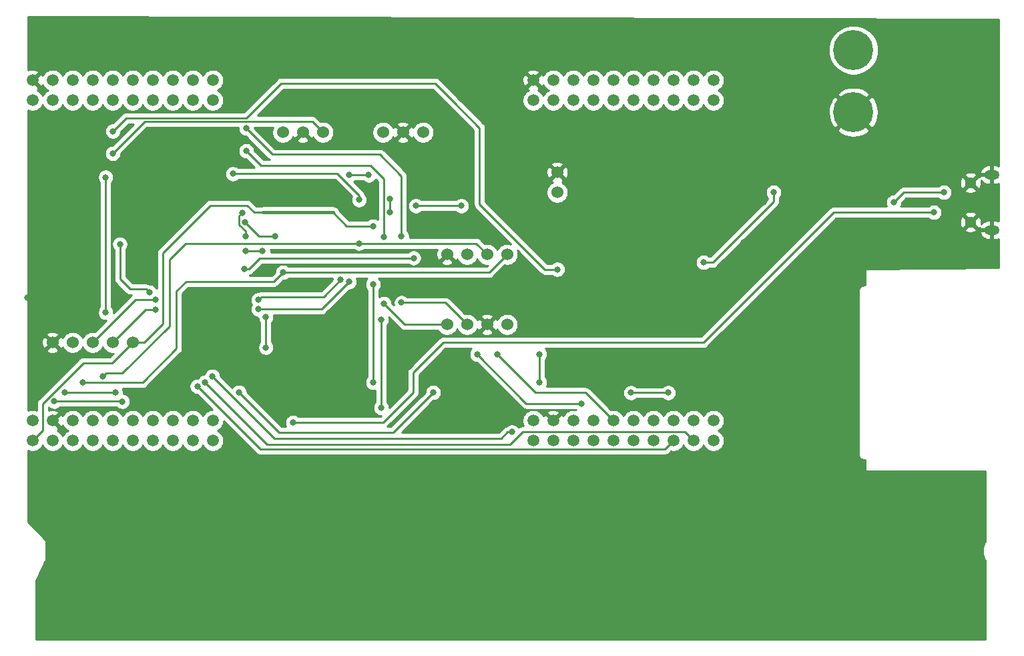
<source format=gbr>
G04 #@! TF.GenerationSoftware,KiCad,Pcbnew,(5.1.4)-1*
G04 #@! TF.CreationDate,2019-11-21T13:54:19-06:00*
G04 #@! TF.ProjectId,SRA_Sensor_Board,5352415f-5365-46e7-936f-725f426f6172,rev?*
G04 #@! TF.SameCoordinates,Original*
G04 #@! TF.FileFunction,Copper,L2,Bot*
G04 #@! TF.FilePolarity,Positive*
%FSLAX46Y46*%
G04 Gerber Fmt 4.6, Leading zero omitted, Abs format (unit mm)*
G04 Created by KiCad (PCBNEW (5.1.4)-1) date 2019-11-21 13:54:19*
%MOMM*%
%LPD*%
G04 APERTURE LIST*
%ADD10C,1.520000*%
%ADD11C,1.524000*%
%ADD12O,1.900000X1.200000*%
%ADD13C,1.450000*%
%ADD14C,5.080000*%
%ADD15C,0.800000*%
%ADD16C,0.250000*%
%ADD17C,0.381000*%
%ADD18C,0.254000*%
G04 APERTURE END LIST*
D10*
X127000000Y-92456000D03*
X149860000Y-46736000D03*
X147320000Y-46736000D03*
X139700000Y-46736000D03*
X137160000Y-89916000D03*
X142240000Y-46736000D03*
X144780000Y-46736000D03*
X142240000Y-92456000D03*
X147320000Y-89916000D03*
X137160000Y-46736000D03*
X134620000Y-46736000D03*
X147320000Y-92456000D03*
X142240000Y-89916000D03*
X139700000Y-89916000D03*
X127000000Y-89916000D03*
X129540000Y-89916000D03*
X132080000Y-89916000D03*
X134620000Y-89916000D03*
X144780000Y-89916000D03*
X149860000Y-89916000D03*
X129540000Y-92456000D03*
X132080000Y-92456000D03*
X134620000Y-92456000D03*
X137160000Y-92456000D03*
X139700000Y-92456000D03*
X144780000Y-92456000D03*
X149860000Y-92456000D03*
X127000000Y-49276000D03*
X129540000Y-49276000D03*
X132080000Y-49276000D03*
X134620000Y-49276000D03*
X137160000Y-49276000D03*
X139700000Y-49276000D03*
X142240000Y-49276000D03*
X144780000Y-49276000D03*
X147320000Y-49276000D03*
X149860000Y-49276000D03*
X127000000Y-46736000D03*
X129540000Y-46736000D03*
X132080000Y-46736000D03*
X63500000Y-89916000D03*
X66040000Y-89916000D03*
X68580000Y-89916000D03*
X71120000Y-89916000D03*
X73660000Y-89916000D03*
X76200000Y-89916000D03*
X78740000Y-89916000D03*
X81280000Y-89916000D03*
X83820000Y-89916000D03*
X86360000Y-89916000D03*
X63500000Y-92456000D03*
X66040000Y-92456000D03*
X68580000Y-92456000D03*
X71120000Y-92456000D03*
X73660000Y-92456000D03*
X76200000Y-92456000D03*
X78740000Y-92456000D03*
X81280000Y-92456000D03*
X83820000Y-92456000D03*
X86360000Y-92456000D03*
X63500000Y-49276000D03*
X66040000Y-49276000D03*
X68580000Y-49276000D03*
X71120000Y-49276000D03*
X73660000Y-49276000D03*
X76200000Y-49276000D03*
X78740000Y-49276000D03*
X81280000Y-49276000D03*
X83820000Y-49276000D03*
X86360000Y-49276000D03*
X63500000Y-46736000D03*
X66040000Y-46736000D03*
X68580000Y-46736000D03*
X71120000Y-46736000D03*
X73660000Y-46736000D03*
X76200000Y-46736000D03*
X78740000Y-46736000D03*
X81280000Y-46736000D03*
X83820000Y-46736000D03*
X86360000Y-46736000D03*
D11*
X66040000Y-80010000D03*
X68580000Y-80010000D03*
X71120000Y-80010000D03*
X73660000Y-80010000D03*
X76200000Y-80010000D03*
X107950000Y-53340000D03*
X110490000Y-53340000D03*
X113030000Y-53340000D03*
X95250000Y-53340000D03*
X97790000Y-53340000D03*
X100330000Y-53340000D03*
D12*
X185166000Y-58730000D03*
X185166000Y-65730000D03*
D13*
X182466000Y-59730000D03*
X182466000Y-64730000D03*
D11*
X130048000Y-58420000D03*
X130048000Y-60960000D03*
X116078000Y-68834000D03*
X116078000Y-68834000D03*
X118618000Y-68834000D03*
X121158000Y-68834000D03*
X123698000Y-68834000D03*
D14*
X167614600Y-50800000D03*
X167614600Y-42926000D03*
D11*
X116078000Y-77724000D03*
X116078000Y-77724000D03*
X118618000Y-77724000D03*
X121158000Y-77724000D03*
X123698000Y-77724000D03*
D15*
X142240000Y-58420000D03*
X153670000Y-67310000D03*
X148590000Y-63500000D03*
X156210000Y-62230000D03*
X135890000Y-68580000D03*
X101828600Y-84048600D03*
X153670000Y-54610000D03*
X62865000Y-74320400D03*
X77114400Y-69596000D03*
X78968600Y-40817800D03*
X73660000Y-56032400D03*
X74879200Y-87503000D03*
X66243200Y-87477600D03*
X144119600Y-86385400D03*
X139395200Y-86385400D03*
X106680000Y-85090000D03*
X106680000Y-72644000D03*
X106680000Y-65252600D03*
X72771000Y-59055000D03*
X72771000Y-76200000D03*
X108813600Y-63500000D03*
X108813600Y-61798200D03*
X130048000Y-70739000D03*
X73685400Y-53213000D03*
X133096000Y-87744300D03*
X119888000Y-81534000D03*
X108051600Y-75082400D03*
X108026200Y-66598800D03*
X90601800Y-55702200D03*
X122428000Y-81534000D03*
X110286800Y-74955400D03*
X110286800Y-66548000D03*
X90601800Y-52832000D03*
X72440800Y-84328000D03*
X104911501Y-67427499D03*
X104902000Y-61899800D03*
X88900000Y-58597800D03*
X69850000Y-85090000D03*
X90525600Y-68376800D03*
X90525600Y-66522600D03*
X90119200Y-63550800D03*
X95250000Y-71120000D03*
X92684600Y-68376800D03*
X114300000Y-86360000D03*
X89662000Y-86334600D03*
X73990200Y-86334600D03*
X67564000Y-86334600D03*
X127787400Y-85090000D03*
X127787400Y-81483200D03*
X117881400Y-62661800D03*
X112115600Y-62661800D03*
X106146600Y-58775600D03*
X103657400Y-58775600D03*
X79095600Y-74599800D03*
X92125800Y-74599800D03*
X102590600Y-72034400D03*
X79121000Y-75819000D03*
X92151200Y-75793600D03*
X103632000Y-72313800D03*
X179070000Y-60960000D03*
X172720000Y-62230000D03*
X96520000Y-90170000D03*
X177800000Y-63500000D03*
X148590000Y-69850000D03*
X157480000Y-60960000D03*
X85369400Y-85064600D03*
X84404200Y-85572600D03*
X124300401Y-91370999D03*
X86309200Y-84302600D03*
X74574400Y-67538600D03*
X78333600Y-73660000D03*
X107696000Y-88290400D03*
X107696000Y-77139800D03*
X90449400Y-64744600D03*
X94234000Y-66548000D03*
X93091000Y-80645000D03*
X93091000Y-76758800D03*
X90347800Y-70713600D03*
X111836200Y-69291200D03*
D16*
X98976610Y-51986610D02*
X77705790Y-51986610D01*
X100330000Y-53340000D02*
X98976610Y-51986610D01*
X77705790Y-51986610D02*
X73660000Y-56032400D01*
X73660000Y-56032400D02*
X73660000Y-56032400D01*
X74853800Y-87477600D02*
X74879200Y-87503000D01*
X66243200Y-87477600D02*
X74853800Y-87477600D01*
X139395200Y-86385400D02*
X144119600Y-86385400D01*
D17*
X93980000Y-63500000D02*
X92710000Y-63500000D01*
X93980000Y-63500000D02*
X100330000Y-63500000D01*
X100330000Y-63500000D02*
X101600000Y-63500000D01*
D16*
X106680000Y-85090000D02*
X106680000Y-84524315D01*
X106680000Y-84524315D02*
X106680000Y-72644000D01*
X106680000Y-72644000D02*
X106680000Y-72644000D01*
X64770000Y-91186000D02*
X63500000Y-92456000D01*
X72771000Y-59055000D02*
X72771000Y-59055000D01*
X73609200Y-82600800D02*
X69926200Y-82600800D01*
X76200000Y-80010000D02*
X73609200Y-82600800D01*
X64770000Y-87757000D02*
X64770000Y-91186000D01*
X69926200Y-82600800D02*
X64770000Y-87757000D01*
X72771000Y-76200000D02*
X72771000Y-76200000D01*
X92710000Y-63500000D02*
X91592400Y-63500000D01*
X91592400Y-63500000D02*
X90703400Y-62611000D01*
X86055200Y-62611000D02*
X85039200Y-63627000D01*
X90703400Y-62611000D02*
X86055200Y-62611000D01*
X85166200Y-63500000D02*
X85039200Y-63627000D01*
X72771000Y-76200000D02*
X72771000Y-59055000D01*
X77647800Y-80010000D02*
X76200000Y-80010000D01*
X80010000Y-77647800D02*
X77647800Y-80010000D01*
X85039200Y-63627000D02*
X80010000Y-68656200D01*
X80010000Y-68656200D02*
X80010000Y-77647800D01*
X108813600Y-63500000D02*
X108813600Y-62934315D01*
X108813600Y-62934315D02*
X108813600Y-61798200D01*
X108813600Y-61798200D02*
X108813600Y-61798200D01*
X103352600Y-65252600D02*
X101600000Y-63500000D01*
X106680000Y-65252600D02*
X103352600Y-65252600D01*
X73685400Y-53213000D02*
X73685400Y-53213000D01*
X75361800Y-51536600D02*
X73685400Y-53213000D01*
X90627200Y-51536600D02*
X75361800Y-51536600D01*
X114554000Y-47117000D02*
X95046800Y-47117000D01*
X128473200Y-70739000D02*
X120192800Y-62458600D01*
X130048000Y-70739000D02*
X128473200Y-70739000D01*
X95046800Y-47117000D02*
X90627200Y-51536600D01*
X120192800Y-62458600D02*
X120192800Y-52781200D01*
X120192800Y-52781200D02*
X116840000Y-49428400D01*
X116840000Y-49428400D02*
X116840000Y-49403000D01*
X116840000Y-49403000D02*
X114554000Y-47117000D01*
X126103499Y-87749499D02*
X119888000Y-81534000D01*
X130116241Y-87749499D02*
X126103499Y-87749499D01*
X130121440Y-87744300D02*
X133096000Y-87744300D01*
X130116241Y-87749499D02*
X130121440Y-87744300D01*
X116078000Y-77724000D02*
X110693200Y-77724000D01*
X110693200Y-77724000D02*
X108051600Y-75082400D01*
X108051600Y-75082400D02*
X108051600Y-75082400D01*
X108026200Y-66598800D02*
X108026200Y-59283600D01*
X108026200Y-59283600D02*
X106324400Y-57581800D01*
X106324400Y-57581800D02*
X92481400Y-57581800D01*
X92481400Y-57581800D02*
X90601800Y-55702200D01*
X90601800Y-55702200D02*
X90601800Y-55702200D01*
X127278000Y-86384000D02*
X122428000Y-81534000D01*
X133628000Y-86384000D02*
X137160000Y-89916000D01*
X127278000Y-86384000D02*
X133628000Y-86384000D01*
X118618000Y-77724000D02*
X115849400Y-74955400D01*
X115849400Y-74955400D02*
X110286800Y-74955400D01*
X110286800Y-74955400D02*
X110286800Y-74955400D01*
X110286800Y-65982315D02*
X110261400Y-65956915D01*
X110286800Y-66548000D02*
X110286800Y-65982315D01*
X110261400Y-65956915D02*
X110261400Y-58877200D01*
X110261400Y-58877200D02*
X107543600Y-56159400D01*
X107543600Y-56159400D02*
X93929200Y-56159400D01*
X93929200Y-56159400D02*
X90601800Y-52832000D01*
X90601800Y-52832000D02*
X90601800Y-52832000D01*
X119751499Y-67427499D02*
X121158000Y-68834000D01*
X104911501Y-67427499D02*
X119751499Y-67427499D01*
X104902000Y-61334115D02*
X102165685Y-58597800D01*
X104902000Y-61899800D02*
X104902000Y-61334115D01*
X102165685Y-58597800D02*
X88900000Y-58597800D01*
X88900000Y-58597800D02*
X88900000Y-58597800D01*
X72840799Y-83928001D02*
X72440800Y-84328000D01*
X74872799Y-83928001D02*
X72840799Y-83928001D01*
X80848200Y-77952600D02*
X74872799Y-83928001D01*
X80848200Y-69494400D02*
X80848200Y-77952600D01*
X104911501Y-67427499D02*
X82915101Y-67427499D01*
X82915101Y-67427499D02*
X80848200Y-69494400D01*
D17*
X95250000Y-71120000D02*
X95250000Y-71120000D01*
D16*
X121412000Y-71120000D02*
X123698000Y-68834000D01*
X104974298Y-71120000D02*
X121412000Y-71120000D01*
X77470000Y-85090000D02*
X69850000Y-85090000D01*
X69850000Y-85090000D02*
X69850000Y-85090000D01*
X81762600Y-80797400D02*
X77470000Y-85090000D01*
X103276400Y-71120000D02*
X104974298Y-71120000D01*
X81762600Y-80797400D02*
X81762600Y-73456800D01*
X81762600Y-73456800D02*
X82956400Y-72263000D01*
X94107000Y-72263000D02*
X95250000Y-71120000D01*
X82956400Y-72263000D02*
X94107000Y-72263000D01*
X92684600Y-68376800D02*
X92684600Y-68376800D01*
X90525600Y-68376800D02*
X90525600Y-68376800D01*
X89724399Y-65092601D02*
X89724399Y-63945601D01*
X90525600Y-66522600D02*
X90525600Y-65893802D01*
X90525600Y-65893802D02*
X89724399Y-65092601D01*
X89724399Y-63945601D02*
X90119200Y-63550800D01*
X90119200Y-63550800D02*
X90119200Y-63550800D01*
X95250000Y-71120000D02*
X103276400Y-71120000D01*
X92684600Y-68376800D02*
X90525600Y-68376800D01*
X109220000Y-91440000D02*
X95250000Y-91440000D01*
X114300000Y-86360000D02*
X109220000Y-91440000D01*
X95250000Y-91440000D02*
X94767400Y-91440000D01*
X94767400Y-91440000D02*
X89662000Y-86334600D01*
X89662000Y-86334600D02*
X89662000Y-86334600D01*
X73990200Y-86334600D02*
X67564000Y-86334600D01*
X67564000Y-86334600D02*
X67564000Y-86334600D01*
X127787400Y-85090000D02*
X127787400Y-81483200D01*
X127787400Y-81483200D02*
X127787400Y-81483200D01*
X117881400Y-62661800D02*
X117315715Y-62661800D01*
X117315715Y-62661800D02*
X112420400Y-62661800D01*
X112420400Y-62661800D02*
X112115600Y-62661800D01*
X112115600Y-62661800D02*
X112115600Y-62661800D01*
X106146600Y-58775600D02*
X103657400Y-58775600D01*
X103657400Y-58775600D02*
X103657400Y-58775600D01*
X71120000Y-80010000D02*
X76530200Y-74599800D01*
X76530200Y-74599800D02*
X79095600Y-74599800D01*
X79095600Y-74599800D02*
X79095600Y-74599800D01*
X92525799Y-74199801D02*
X100425199Y-74199801D01*
X92125800Y-74599800D02*
X92525799Y-74199801D01*
X100425199Y-74199801D02*
X102590600Y-72034400D01*
X102590600Y-72034400D02*
X102590600Y-72034400D01*
X73660000Y-80010000D02*
X77851000Y-75819000D01*
X77851000Y-75819000D02*
X79121000Y-75819000D01*
X79121000Y-75819000D02*
X79121000Y-75819000D01*
X103632000Y-72313800D02*
X103632000Y-72313800D01*
X92151200Y-75793600D02*
X100152200Y-75793600D01*
X100152200Y-75793600D02*
X103632000Y-72313800D01*
X173990000Y-60960000D02*
X172720000Y-62230000D01*
X179070000Y-60960000D02*
X173990000Y-60960000D01*
X96520000Y-90170000D02*
X102970058Y-90170000D01*
X165100000Y-63500000D02*
X177800000Y-63500000D01*
X148590000Y-80010000D02*
X165100000Y-63500000D01*
X102970058Y-90170000D02*
X107950000Y-90170000D01*
X111760000Y-83820000D02*
X111760000Y-86360000D01*
X107950000Y-90170000D02*
X111760000Y-86360000D01*
X115570000Y-80010000D02*
X111760000Y-83820000D01*
X148590000Y-80010000D02*
X115570000Y-80010000D01*
X157480000Y-61525685D02*
X157480000Y-60960000D01*
X157480000Y-62129942D02*
X157480000Y-61525685D01*
X149759942Y-69850000D02*
X157480000Y-62129942D01*
X148590000Y-69850000D02*
X149759942Y-69850000D01*
X147320000Y-92456000D02*
X146234999Y-91370999D01*
X146234999Y-91370999D02*
X125646601Y-91370999D01*
X85331300Y-85229700D02*
X85318600Y-85217000D01*
X125646601Y-91370999D02*
X125570401Y-91370999D01*
X93268800Y-92964000D02*
X85369400Y-85064600D01*
X125646601Y-91370999D02*
X124053600Y-92964000D01*
X124053600Y-92964000D02*
X93268800Y-92964000D01*
X143694999Y-93541001D02*
X92372601Y-93541001D01*
X144780000Y-92456000D02*
X143694999Y-93541001D01*
X92372601Y-93541001D02*
X84404200Y-85572600D01*
X84404200Y-85572600D02*
X84404200Y-85572600D01*
X74574400Y-71958200D02*
X74574400Y-67538600D01*
X74574400Y-67538600D02*
X74574400Y-67538600D01*
X75876201Y-73260001D02*
X74574400Y-71958200D01*
X77933601Y-73260001D02*
X75876201Y-73260001D01*
X78333600Y-73660000D02*
X77933601Y-73260001D01*
X123734716Y-91370999D02*
X122929115Y-92176600D01*
X124300401Y-91370999D02*
X123734716Y-91370999D01*
X94183200Y-92176600D02*
X86309200Y-84302600D01*
X122929115Y-92176600D02*
X94183200Y-92176600D01*
X107696000Y-88290400D02*
X107696000Y-77139800D01*
X107696000Y-77139800D02*
X107696000Y-77139800D01*
X90449400Y-64744600D02*
X90449400Y-64744600D01*
X92252800Y-66548000D02*
X90449400Y-64744600D01*
X94234000Y-66548000D02*
X92252800Y-66548000D01*
X93091000Y-80079315D02*
X93091000Y-76758800D01*
X93091000Y-80645000D02*
X93091000Y-80079315D01*
X90913485Y-70713600D02*
X92335885Y-69291200D01*
X90347800Y-70713600D02*
X90913485Y-70713600D01*
X92335885Y-69291200D02*
X111836200Y-69291200D01*
X111836200Y-69291200D02*
X111836200Y-69291200D01*
D18*
G36*
X186030000Y-39000985D02*
G01*
X186030001Y-57605769D01*
X185881496Y-57543507D01*
X185643000Y-57495000D01*
X185293000Y-57495000D01*
X185293000Y-58603000D01*
X185313000Y-58603000D01*
X185313000Y-58857000D01*
X185293000Y-58857000D01*
X185293000Y-59965000D01*
X185643000Y-59965000D01*
X185881496Y-59916493D01*
X186030001Y-59854231D01*
X186030001Y-64605769D01*
X185881496Y-64543507D01*
X185643000Y-64495000D01*
X185293000Y-64495000D01*
X185293000Y-65603000D01*
X185313000Y-65603000D01*
X185313000Y-65857000D01*
X185293000Y-65857000D01*
X185293000Y-66965000D01*
X185643000Y-66965000D01*
X185881496Y-66916493D01*
X186030001Y-66854231D01*
X186030001Y-70513292D01*
X169194890Y-70688207D01*
X169170140Y-70690904D01*
X169146392Y-70698379D01*
X169124558Y-70710342D01*
X169105478Y-70726335D01*
X169089885Y-70745743D01*
X169078378Y-70767821D01*
X169071399Y-70791719D01*
X169069209Y-70815200D01*
X169069209Y-72746000D01*
X168942419Y-72746000D01*
X168910000Y-72742807D01*
X168780617Y-72755550D01*
X168656207Y-72793290D01*
X168541550Y-72854575D01*
X168441052Y-72937052D01*
X168358575Y-73037550D01*
X168297290Y-73152207D01*
X168259550Y-73276617D01*
X168246807Y-73406000D01*
X168250000Y-73438419D01*
X168250001Y-94201571D01*
X168246807Y-94234000D01*
X168259550Y-94363383D01*
X168297290Y-94487793D01*
X168358575Y-94602450D01*
X168441052Y-94702948D01*
X168541550Y-94785425D01*
X168656207Y-94846710D01*
X168780617Y-94884450D01*
X168877581Y-94894000D01*
X168910000Y-94897193D01*
X168942419Y-94894000D01*
X169069209Y-94894000D01*
X169069209Y-96215200D01*
X169071649Y-96239976D01*
X169078876Y-96263801D01*
X169090612Y-96285757D01*
X169106406Y-96305003D01*
X169125652Y-96320797D01*
X169147608Y-96332533D01*
X169171433Y-96339760D01*
X169196209Y-96342200D01*
X184309209Y-96342200D01*
X184309209Y-105190425D01*
X184221068Y-105359022D01*
X184198656Y-105414494D01*
X184175478Y-105469632D01*
X184172815Y-105478454D01*
X184060845Y-105858896D01*
X184049645Y-105917612D01*
X184037607Y-105976254D01*
X184036708Y-105985425D01*
X184000766Y-106380370D01*
X184001184Y-106440186D01*
X184000766Y-106500003D01*
X184001665Y-106509174D01*
X184043118Y-106903577D01*
X184055148Y-106962183D01*
X184066355Y-107020935D01*
X184069019Y-107029757D01*
X184186290Y-107408599D01*
X184209474Y-107463750D01*
X184231880Y-107519208D01*
X184236206Y-107527345D01*
X184309209Y-107662361D01*
X184309209Y-117678200D01*
X63913209Y-117678200D01*
X63913209Y-110215180D01*
X65169801Y-107701996D01*
X65178699Y-107678744D01*
X65183209Y-107645200D01*
X65183209Y-105105200D01*
X65180769Y-105080424D01*
X65173542Y-105056599D01*
X65161806Y-105034643D01*
X65146012Y-105015397D01*
X62890000Y-102759385D01*
X62890000Y-93713267D01*
X63093093Y-93797391D01*
X63362604Y-93851000D01*
X63637396Y-93851000D01*
X63906907Y-93797391D01*
X64160780Y-93692233D01*
X64389261Y-93539567D01*
X64583567Y-93345261D01*
X64736233Y-93116780D01*
X64770000Y-93035260D01*
X64803767Y-93116780D01*
X64956433Y-93345261D01*
X65150739Y-93539567D01*
X65379220Y-93692233D01*
X65633093Y-93797391D01*
X65902604Y-93851000D01*
X66177396Y-93851000D01*
X66446907Y-93797391D01*
X66700780Y-93692233D01*
X66929261Y-93539567D01*
X67123567Y-93345261D01*
X67276233Y-93116780D01*
X67310000Y-93035260D01*
X67343767Y-93116780D01*
X67496433Y-93345261D01*
X67690739Y-93539567D01*
X67919220Y-93692233D01*
X68173093Y-93797391D01*
X68442604Y-93851000D01*
X68717396Y-93851000D01*
X68986907Y-93797391D01*
X69240780Y-93692233D01*
X69469261Y-93539567D01*
X69663567Y-93345261D01*
X69816233Y-93116780D01*
X69850000Y-93035260D01*
X69883767Y-93116780D01*
X70036433Y-93345261D01*
X70230739Y-93539567D01*
X70459220Y-93692233D01*
X70713093Y-93797391D01*
X70982604Y-93851000D01*
X71257396Y-93851000D01*
X71526907Y-93797391D01*
X71780780Y-93692233D01*
X72009261Y-93539567D01*
X72203567Y-93345261D01*
X72356233Y-93116780D01*
X72390000Y-93035260D01*
X72423767Y-93116780D01*
X72576433Y-93345261D01*
X72770739Y-93539567D01*
X72999220Y-93692233D01*
X73253093Y-93797391D01*
X73522604Y-93851000D01*
X73797396Y-93851000D01*
X74066907Y-93797391D01*
X74320780Y-93692233D01*
X74549261Y-93539567D01*
X74743567Y-93345261D01*
X74896233Y-93116780D01*
X74930000Y-93035260D01*
X74963767Y-93116780D01*
X75116433Y-93345261D01*
X75310739Y-93539567D01*
X75539220Y-93692233D01*
X75793093Y-93797391D01*
X76062604Y-93851000D01*
X76337396Y-93851000D01*
X76606907Y-93797391D01*
X76860780Y-93692233D01*
X77089261Y-93539567D01*
X77283567Y-93345261D01*
X77436233Y-93116780D01*
X77470000Y-93035260D01*
X77503767Y-93116780D01*
X77656433Y-93345261D01*
X77850739Y-93539567D01*
X78079220Y-93692233D01*
X78333093Y-93797391D01*
X78602604Y-93851000D01*
X78877396Y-93851000D01*
X79146907Y-93797391D01*
X79400780Y-93692233D01*
X79629261Y-93539567D01*
X79823567Y-93345261D01*
X79976233Y-93116780D01*
X80010000Y-93035260D01*
X80043767Y-93116780D01*
X80196433Y-93345261D01*
X80390739Y-93539567D01*
X80619220Y-93692233D01*
X80873093Y-93797391D01*
X81142604Y-93851000D01*
X81417396Y-93851000D01*
X81686907Y-93797391D01*
X81940780Y-93692233D01*
X82169261Y-93539567D01*
X82363567Y-93345261D01*
X82516233Y-93116780D01*
X82550000Y-93035260D01*
X82583767Y-93116780D01*
X82736433Y-93345261D01*
X82930739Y-93539567D01*
X83159220Y-93692233D01*
X83413093Y-93797391D01*
X83682604Y-93851000D01*
X83957396Y-93851000D01*
X84226907Y-93797391D01*
X84480780Y-93692233D01*
X84709261Y-93539567D01*
X84903567Y-93345261D01*
X85056233Y-93116780D01*
X85090000Y-93035260D01*
X85123767Y-93116780D01*
X85276433Y-93345261D01*
X85470739Y-93539567D01*
X85699220Y-93692233D01*
X85953093Y-93797391D01*
X86222604Y-93851000D01*
X86497396Y-93851000D01*
X86766907Y-93797391D01*
X87020780Y-93692233D01*
X87249261Y-93539567D01*
X87443567Y-93345261D01*
X87596233Y-93116780D01*
X87701391Y-92862907D01*
X87755000Y-92593396D01*
X87755000Y-92318604D01*
X87701391Y-92049093D01*
X87596233Y-91795220D01*
X87443567Y-91566739D01*
X87249261Y-91372433D01*
X87020780Y-91219767D01*
X86939260Y-91186000D01*
X87020780Y-91152233D01*
X87249261Y-90999567D01*
X87443567Y-90805261D01*
X87596233Y-90576780D01*
X87701391Y-90322907D01*
X87755000Y-90053396D01*
X87755000Y-89998201D01*
X91808802Y-94052004D01*
X91832600Y-94081002D01*
X91948325Y-94175975D01*
X92080354Y-94246547D01*
X92223615Y-94290004D01*
X92335268Y-94301001D01*
X92335276Y-94301001D01*
X92372601Y-94304677D01*
X92409926Y-94301001D01*
X143657677Y-94301001D01*
X143694999Y-94304677D01*
X143732321Y-94301001D01*
X143732332Y-94301001D01*
X143843985Y-94290004D01*
X143987246Y-94246547D01*
X144119275Y-94175975D01*
X144235000Y-94081002D01*
X144258803Y-94051999D01*
X144490130Y-93820671D01*
X144642604Y-93851000D01*
X144917396Y-93851000D01*
X145186907Y-93797391D01*
X145440780Y-93692233D01*
X145669261Y-93539567D01*
X145863567Y-93345261D01*
X146016233Y-93116780D01*
X146050000Y-93035260D01*
X146083767Y-93116780D01*
X146236433Y-93345261D01*
X146430739Y-93539567D01*
X146659220Y-93692233D01*
X146913093Y-93797391D01*
X147182604Y-93851000D01*
X147457396Y-93851000D01*
X147726907Y-93797391D01*
X147980780Y-93692233D01*
X148209261Y-93539567D01*
X148403567Y-93345261D01*
X148556233Y-93116780D01*
X148590000Y-93035260D01*
X148623767Y-93116780D01*
X148776433Y-93345261D01*
X148970739Y-93539567D01*
X149199220Y-93692233D01*
X149453093Y-93797391D01*
X149722604Y-93851000D01*
X149997396Y-93851000D01*
X150266907Y-93797391D01*
X150520780Y-93692233D01*
X150749261Y-93539567D01*
X150943567Y-93345261D01*
X151096233Y-93116780D01*
X151201391Y-92862907D01*
X151255000Y-92593396D01*
X151255000Y-92318604D01*
X151201391Y-92049093D01*
X151096233Y-91795220D01*
X150943567Y-91566739D01*
X150749261Y-91372433D01*
X150520780Y-91219767D01*
X150439260Y-91186000D01*
X150520780Y-91152233D01*
X150749261Y-90999567D01*
X150943567Y-90805261D01*
X151096233Y-90576780D01*
X151201391Y-90322907D01*
X151255000Y-90053396D01*
X151255000Y-89778604D01*
X151201391Y-89509093D01*
X151096233Y-89255220D01*
X150943567Y-89026739D01*
X150749261Y-88832433D01*
X150520780Y-88679767D01*
X150266907Y-88574609D01*
X149997396Y-88521000D01*
X149722604Y-88521000D01*
X149453093Y-88574609D01*
X149199220Y-88679767D01*
X148970739Y-88832433D01*
X148776433Y-89026739D01*
X148623767Y-89255220D01*
X148590000Y-89336740D01*
X148556233Y-89255220D01*
X148403567Y-89026739D01*
X148209261Y-88832433D01*
X147980780Y-88679767D01*
X147726907Y-88574609D01*
X147457396Y-88521000D01*
X147182604Y-88521000D01*
X146913093Y-88574609D01*
X146659220Y-88679767D01*
X146430739Y-88832433D01*
X146236433Y-89026739D01*
X146083767Y-89255220D01*
X146050000Y-89336740D01*
X146016233Y-89255220D01*
X145863567Y-89026739D01*
X145669261Y-88832433D01*
X145440780Y-88679767D01*
X145186907Y-88574609D01*
X144917396Y-88521000D01*
X144642604Y-88521000D01*
X144373093Y-88574609D01*
X144119220Y-88679767D01*
X143890739Y-88832433D01*
X143696433Y-89026739D01*
X143543767Y-89255220D01*
X143510000Y-89336740D01*
X143476233Y-89255220D01*
X143323567Y-89026739D01*
X143129261Y-88832433D01*
X142900780Y-88679767D01*
X142646907Y-88574609D01*
X142377396Y-88521000D01*
X142102604Y-88521000D01*
X141833093Y-88574609D01*
X141579220Y-88679767D01*
X141350739Y-88832433D01*
X141156433Y-89026739D01*
X141003767Y-89255220D01*
X140970000Y-89336740D01*
X140936233Y-89255220D01*
X140783567Y-89026739D01*
X140589261Y-88832433D01*
X140360780Y-88679767D01*
X140106907Y-88574609D01*
X139837396Y-88521000D01*
X139562604Y-88521000D01*
X139293093Y-88574609D01*
X139039220Y-88679767D01*
X138810739Y-88832433D01*
X138616433Y-89026739D01*
X138463767Y-89255220D01*
X138430000Y-89336740D01*
X138396233Y-89255220D01*
X138243567Y-89026739D01*
X138049261Y-88832433D01*
X137820780Y-88679767D01*
X137566907Y-88574609D01*
X137297396Y-88521000D01*
X137022604Y-88521000D01*
X136870131Y-88551329D01*
X134602263Y-86283461D01*
X138360200Y-86283461D01*
X138360200Y-86487339D01*
X138399974Y-86687298D01*
X138477995Y-86875656D01*
X138591263Y-87045174D01*
X138735426Y-87189337D01*
X138904944Y-87302605D01*
X139093302Y-87380626D01*
X139293261Y-87420400D01*
X139497139Y-87420400D01*
X139697098Y-87380626D01*
X139885456Y-87302605D01*
X140054974Y-87189337D01*
X140098911Y-87145400D01*
X143415889Y-87145400D01*
X143459826Y-87189337D01*
X143629344Y-87302605D01*
X143817702Y-87380626D01*
X144017661Y-87420400D01*
X144221539Y-87420400D01*
X144421498Y-87380626D01*
X144609856Y-87302605D01*
X144779374Y-87189337D01*
X144923537Y-87045174D01*
X145036805Y-86875656D01*
X145114826Y-86687298D01*
X145154600Y-86487339D01*
X145154600Y-86283461D01*
X145114826Y-86083502D01*
X145036805Y-85895144D01*
X144923537Y-85725626D01*
X144779374Y-85581463D01*
X144609856Y-85468195D01*
X144421498Y-85390174D01*
X144221539Y-85350400D01*
X144017661Y-85350400D01*
X143817702Y-85390174D01*
X143629344Y-85468195D01*
X143459826Y-85581463D01*
X143415889Y-85625400D01*
X140098911Y-85625400D01*
X140054974Y-85581463D01*
X139885456Y-85468195D01*
X139697098Y-85390174D01*
X139497139Y-85350400D01*
X139293261Y-85350400D01*
X139093302Y-85390174D01*
X138904944Y-85468195D01*
X138735426Y-85581463D01*
X138591263Y-85725626D01*
X138477995Y-85895144D01*
X138399974Y-86083502D01*
X138360200Y-86283461D01*
X134602263Y-86283461D01*
X134191804Y-85873003D01*
X134168001Y-85843999D01*
X134052276Y-85749026D01*
X133920247Y-85678454D01*
X133776986Y-85634997D01*
X133665333Y-85624000D01*
X133665322Y-85624000D01*
X133628000Y-85620324D01*
X133590678Y-85624000D01*
X128675376Y-85624000D01*
X128704605Y-85580256D01*
X128782626Y-85391898D01*
X128822400Y-85191939D01*
X128822400Y-84988061D01*
X128782626Y-84788102D01*
X128704605Y-84599744D01*
X128591337Y-84430226D01*
X128547400Y-84386289D01*
X128547400Y-82186911D01*
X128591337Y-82142974D01*
X128704605Y-81973456D01*
X128782626Y-81785098D01*
X128822400Y-81585139D01*
X128822400Y-81381261D01*
X128782626Y-81181302D01*
X128704605Y-80992944D01*
X128591337Y-80823426D01*
X128537911Y-80770000D01*
X148552678Y-80770000D01*
X148590000Y-80773676D01*
X148627322Y-80770000D01*
X148627333Y-80770000D01*
X148738986Y-80759003D01*
X148882247Y-80715546D01*
X149014276Y-80644974D01*
X149130001Y-80550001D01*
X149153804Y-80520997D01*
X164005668Y-65669133D01*
X181706472Y-65669133D01*
X181768965Y-65905450D01*
X182011678Y-66018850D01*
X182271849Y-66082719D01*
X182539482Y-66094604D01*
X182804291Y-66054048D01*
X182822023Y-66047609D01*
X183622538Y-66047609D01*
X183626409Y-66085282D01*
X183718579Y-66310533D01*
X183852922Y-66513474D01*
X184024275Y-66686307D01*
X184226054Y-66822390D01*
X184450504Y-66916493D01*
X184689000Y-66965000D01*
X185039000Y-66965000D01*
X185039000Y-65857000D01*
X183747269Y-65857000D01*
X183622538Y-66047609D01*
X182822023Y-66047609D01*
X183056100Y-65962609D01*
X183163035Y-65905450D01*
X183225528Y-65669133D01*
X182466000Y-64909605D01*
X181706472Y-65669133D01*
X164005668Y-65669133D01*
X164871319Y-64803482D01*
X181101396Y-64803482D01*
X181141952Y-65068291D01*
X181233391Y-65320100D01*
X181290550Y-65427035D01*
X181526867Y-65489528D01*
X182286395Y-64730000D01*
X182645605Y-64730000D01*
X183405133Y-65489528D01*
X183633497Y-65429138D01*
X183747269Y-65603000D01*
X185039000Y-65603000D01*
X185039000Y-64495000D01*
X184689000Y-64495000D01*
X184450504Y-64543507D01*
X184226054Y-64637610D01*
X184024275Y-64773693D01*
X183852922Y-64946526D01*
X183789829Y-65041836D01*
X183818719Y-64924151D01*
X183830604Y-64656518D01*
X183790048Y-64391709D01*
X183698609Y-64139900D01*
X183641450Y-64032965D01*
X183405133Y-63970472D01*
X182645605Y-64730000D01*
X182286395Y-64730000D01*
X181526867Y-63970472D01*
X181290550Y-64032965D01*
X181177150Y-64275678D01*
X181113281Y-64535849D01*
X181101396Y-64803482D01*
X164871319Y-64803482D01*
X165414802Y-64260000D01*
X177096289Y-64260000D01*
X177140226Y-64303937D01*
X177309744Y-64417205D01*
X177498102Y-64495226D01*
X177698061Y-64535000D01*
X177901939Y-64535000D01*
X178101898Y-64495226D01*
X178290256Y-64417205D01*
X178459774Y-64303937D01*
X178603937Y-64159774D01*
X178717205Y-63990256D01*
X178795226Y-63801898D01*
X178797420Y-63790867D01*
X181706472Y-63790867D01*
X182466000Y-64550395D01*
X183225528Y-63790867D01*
X183163035Y-63554550D01*
X182920322Y-63441150D01*
X182660151Y-63377281D01*
X182392518Y-63365396D01*
X182127709Y-63405952D01*
X181875900Y-63497391D01*
X181768965Y-63554550D01*
X181706472Y-63790867D01*
X178797420Y-63790867D01*
X178835000Y-63601939D01*
X178835000Y-63398061D01*
X178795226Y-63198102D01*
X178717205Y-63009744D01*
X178603937Y-62840226D01*
X178459774Y-62696063D01*
X178290256Y-62582795D01*
X178101898Y-62504774D01*
X177901939Y-62465000D01*
X177698061Y-62465000D01*
X177498102Y-62504774D01*
X177309744Y-62582795D01*
X177140226Y-62696063D01*
X177096289Y-62740000D01*
X173624013Y-62740000D01*
X173637205Y-62720256D01*
X173715226Y-62531898D01*
X173755000Y-62331939D01*
X173755000Y-62269801D01*
X174304802Y-61720000D01*
X178366289Y-61720000D01*
X178410226Y-61763937D01*
X178579744Y-61877205D01*
X178768102Y-61955226D01*
X178968061Y-61995000D01*
X179171939Y-61995000D01*
X179371898Y-61955226D01*
X179560256Y-61877205D01*
X179729774Y-61763937D01*
X179873937Y-61619774D01*
X179987205Y-61450256D01*
X180065226Y-61261898D01*
X180105000Y-61061939D01*
X180105000Y-60858061D01*
X180067421Y-60669133D01*
X181706472Y-60669133D01*
X181768965Y-60905450D01*
X182011678Y-61018850D01*
X182271849Y-61082719D01*
X182539482Y-61094604D01*
X182804291Y-61054048D01*
X183056100Y-60962609D01*
X183163035Y-60905450D01*
X183225528Y-60669133D01*
X182466000Y-59909605D01*
X181706472Y-60669133D01*
X180067421Y-60669133D01*
X180065226Y-60658102D01*
X179987205Y-60469744D01*
X179873937Y-60300226D01*
X179729774Y-60156063D01*
X179560256Y-60042795D01*
X179371898Y-59964774D01*
X179171939Y-59925000D01*
X178968061Y-59925000D01*
X178768102Y-59964774D01*
X178579744Y-60042795D01*
X178410226Y-60156063D01*
X178366289Y-60200000D01*
X174027322Y-60200000D01*
X173989999Y-60196324D01*
X173952676Y-60200000D01*
X173952667Y-60200000D01*
X173841014Y-60210997D01*
X173697753Y-60254454D01*
X173565724Y-60325026D01*
X173449999Y-60419999D01*
X173426201Y-60448997D01*
X172680199Y-61195000D01*
X172618061Y-61195000D01*
X172418102Y-61234774D01*
X172229744Y-61312795D01*
X172060226Y-61426063D01*
X171916063Y-61570226D01*
X171802795Y-61739744D01*
X171724774Y-61928102D01*
X171685000Y-62128061D01*
X171685000Y-62331939D01*
X171724774Y-62531898D01*
X171802795Y-62720256D01*
X171815987Y-62740000D01*
X165137323Y-62740000D01*
X165100000Y-62736324D01*
X165062677Y-62740000D01*
X165062667Y-62740000D01*
X164951014Y-62750997D01*
X164819799Y-62790800D01*
X164807753Y-62794454D01*
X164675723Y-62865026D01*
X164616708Y-62913459D01*
X164559999Y-62959999D01*
X164536201Y-62988997D01*
X148275199Y-79250000D01*
X115607325Y-79250000D01*
X115570000Y-79246324D01*
X115532675Y-79250000D01*
X115532667Y-79250000D01*
X115421014Y-79260997D01*
X115277753Y-79304454D01*
X115145724Y-79375026D01*
X115029999Y-79469999D01*
X115006201Y-79498997D01*
X111249003Y-83256196D01*
X111219999Y-83279999D01*
X111176688Y-83332774D01*
X111125026Y-83395724D01*
X111070004Y-83498663D01*
X111054454Y-83527754D01*
X111010997Y-83671015D01*
X111000000Y-83782668D01*
X111000000Y-83782678D01*
X110996324Y-83820000D01*
X111000000Y-83857323D01*
X111000001Y-86045197D01*
X108731000Y-88314199D01*
X108731000Y-88188461D01*
X108691226Y-87988502D01*
X108613205Y-87800144D01*
X108499937Y-87630626D01*
X108456000Y-87586689D01*
X108456000Y-77843511D01*
X108499937Y-77799574D01*
X108613205Y-77630056D01*
X108691226Y-77441698D01*
X108731000Y-77241739D01*
X108731000Y-77037861D01*
X108691226Y-76837902D01*
X108662182Y-76767783D01*
X110129401Y-78235003D01*
X110153199Y-78264001D01*
X110182197Y-78287799D01*
X110268924Y-78358974D01*
X110400953Y-78429546D01*
X110544214Y-78473003D01*
X110693200Y-78487677D01*
X110730533Y-78484000D01*
X114905659Y-78484000D01*
X114992880Y-78614535D01*
X115187465Y-78809120D01*
X115416273Y-78962005D01*
X115670510Y-79067314D01*
X115940408Y-79121000D01*
X116215592Y-79121000D01*
X116485490Y-79067314D01*
X116739727Y-78962005D01*
X116968535Y-78809120D01*
X117163120Y-78614535D01*
X117316005Y-78385727D01*
X117348000Y-78308485D01*
X117379995Y-78385727D01*
X117532880Y-78614535D01*
X117727465Y-78809120D01*
X117956273Y-78962005D01*
X118210510Y-79067314D01*
X118480408Y-79121000D01*
X118755592Y-79121000D01*
X119025490Y-79067314D01*
X119279727Y-78962005D01*
X119508535Y-78809120D01*
X119628090Y-78689565D01*
X120372040Y-78689565D01*
X120439020Y-78929656D01*
X120688048Y-79046756D01*
X120955135Y-79113023D01*
X121230017Y-79125910D01*
X121502133Y-79084922D01*
X121761023Y-78991636D01*
X121876980Y-78929656D01*
X121943960Y-78689565D01*
X121158000Y-77903605D01*
X120372040Y-78689565D01*
X119628090Y-78689565D01*
X119703120Y-78614535D01*
X119856005Y-78385727D01*
X119885692Y-78314057D01*
X119890364Y-78327023D01*
X119952344Y-78442980D01*
X120192435Y-78509960D01*
X120978395Y-77724000D01*
X121337605Y-77724000D01*
X122123565Y-78509960D01*
X122363656Y-78442980D01*
X122427485Y-78307240D01*
X122459995Y-78385727D01*
X122612880Y-78614535D01*
X122807465Y-78809120D01*
X123036273Y-78962005D01*
X123290510Y-79067314D01*
X123560408Y-79121000D01*
X123835592Y-79121000D01*
X124105490Y-79067314D01*
X124359727Y-78962005D01*
X124588535Y-78809120D01*
X124783120Y-78614535D01*
X124936005Y-78385727D01*
X125041314Y-78131490D01*
X125095000Y-77861592D01*
X125095000Y-77586408D01*
X125041314Y-77316510D01*
X124936005Y-77062273D01*
X124783120Y-76833465D01*
X124588535Y-76638880D01*
X124359727Y-76485995D01*
X124105490Y-76380686D01*
X123835592Y-76327000D01*
X123560408Y-76327000D01*
X123290510Y-76380686D01*
X123036273Y-76485995D01*
X122807465Y-76638880D01*
X122612880Y-76833465D01*
X122459995Y-77062273D01*
X122430308Y-77133943D01*
X122425636Y-77120977D01*
X122363656Y-77005020D01*
X122123565Y-76938040D01*
X121337605Y-77724000D01*
X120978395Y-77724000D01*
X120192435Y-76938040D01*
X119952344Y-77005020D01*
X119888515Y-77140760D01*
X119856005Y-77062273D01*
X119703120Y-76833465D01*
X119628090Y-76758435D01*
X120372040Y-76758435D01*
X121158000Y-77544395D01*
X121943960Y-76758435D01*
X121876980Y-76518344D01*
X121627952Y-76401244D01*
X121360865Y-76334977D01*
X121085983Y-76322090D01*
X120813867Y-76363078D01*
X120554977Y-76456364D01*
X120439020Y-76518344D01*
X120372040Y-76758435D01*
X119628090Y-76758435D01*
X119508535Y-76638880D01*
X119279727Y-76485995D01*
X119025490Y-76380686D01*
X118755592Y-76327000D01*
X118480408Y-76327000D01*
X118326430Y-76357628D01*
X116413204Y-74444403D01*
X116389401Y-74415399D01*
X116273676Y-74320426D01*
X116141647Y-74249854D01*
X115998386Y-74206397D01*
X115886733Y-74195400D01*
X115886722Y-74195400D01*
X115849400Y-74191724D01*
X115812078Y-74195400D01*
X110990511Y-74195400D01*
X110946574Y-74151463D01*
X110777056Y-74038195D01*
X110588698Y-73960174D01*
X110388739Y-73920400D01*
X110184861Y-73920400D01*
X109984902Y-73960174D01*
X109796544Y-74038195D01*
X109627026Y-74151463D01*
X109482863Y-74295626D01*
X109369595Y-74465144D01*
X109291574Y-74653502D01*
X109251800Y-74853461D01*
X109251800Y-75057339D01*
X109289159Y-75245158D01*
X109086600Y-75042599D01*
X109086600Y-74980461D01*
X109046826Y-74780502D01*
X108968805Y-74592144D01*
X108855537Y-74422626D01*
X108711374Y-74278463D01*
X108541856Y-74165195D01*
X108353498Y-74087174D01*
X108153539Y-74047400D01*
X107949661Y-74047400D01*
X107749702Y-74087174D01*
X107561344Y-74165195D01*
X107440000Y-74246274D01*
X107440000Y-73347711D01*
X107483937Y-73303774D01*
X107597205Y-73134256D01*
X107675226Y-72945898D01*
X107715000Y-72745939D01*
X107715000Y-72542061D01*
X107675226Y-72342102D01*
X107597205Y-72153744D01*
X107483937Y-71984226D01*
X107379711Y-71880000D01*
X121374678Y-71880000D01*
X121412000Y-71883676D01*
X121449322Y-71880000D01*
X121449333Y-71880000D01*
X121560986Y-71869003D01*
X121704247Y-71825546D01*
X121836276Y-71754974D01*
X121952001Y-71660001D01*
X121975804Y-71630997D01*
X123406430Y-70200372D01*
X123560408Y-70231000D01*
X123835592Y-70231000D01*
X124105490Y-70177314D01*
X124359727Y-70072005D01*
X124588535Y-69919120D01*
X124783120Y-69724535D01*
X124936005Y-69495727D01*
X125041314Y-69241490D01*
X125095000Y-68971592D01*
X125095000Y-68696408D01*
X125041314Y-68426510D01*
X125009781Y-68350382D01*
X127909401Y-71250003D01*
X127933199Y-71279001D01*
X127962197Y-71302799D01*
X128048923Y-71373974D01*
X128169462Y-71438404D01*
X128180953Y-71444546D01*
X128324214Y-71488003D01*
X128435867Y-71499000D01*
X128435877Y-71499000D01*
X128473200Y-71502676D01*
X128510522Y-71499000D01*
X129344289Y-71499000D01*
X129388226Y-71542937D01*
X129557744Y-71656205D01*
X129746102Y-71734226D01*
X129946061Y-71774000D01*
X130149939Y-71774000D01*
X130349898Y-71734226D01*
X130538256Y-71656205D01*
X130707774Y-71542937D01*
X130851937Y-71398774D01*
X130965205Y-71229256D01*
X131043226Y-71040898D01*
X131083000Y-70840939D01*
X131083000Y-70637061D01*
X131043226Y-70437102D01*
X130965205Y-70248744D01*
X130851937Y-70079226D01*
X130707774Y-69935063D01*
X130538256Y-69821795D01*
X130360248Y-69748061D01*
X147555000Y-69748061D01*
X147555000Y-69951939D01*
X147594774Y-70151898D01*
X147672795Y-70340256D01*
X147786063Y-70509774D01*
X147930226Y-70653937D01*
X148099744Y-70767205D01*
X148288102Y-70845226D01*
X148488061Y-70885000D01*
X148691939Y-70885000D01*
X148891898Y-70845226D01*
X149080256Y-70767205D01*
X149249774Y-70653937D01*
X149293711Y-70610000D01*
X149722620Y-70610000D01*
X149759942Y-70613676D01*
X149797264Y-70610000D01*
X149797275Y-70610000D01*
X149908928Y-70599003D01*
X150052189Y-70555546D01*
X150184218Y-70484974D01*
X150299943Y-70390001D01*
X150323746Y-70360997D01*
X157991004Y-62693740D01*
X158020001Y-62669943D01*
X158114974Y-62554218D01*
X158185546Y-62422189D01*
X158229003Y-62278928D01*
X158240000Y-62167275D01*
X158240000Y-62167267D01*
X158243676Y-62129942D01*
X158240000Y-62092617D01*
X158240000Y-61663711D01*
X158283937Y-61619774D01*
X158397205Y-61450256D01*
X158475226Y-61261898D01*
X158515000Y-61061939D01*
X158515000Y-60858061D01*
X158475226Y-60658102D01*
X158397205Y-60469744D01*
X158283937Y-60300226D01*
X158139774Y-60156063D01*
X157970256Y-60042795D01*
X157781898Y-59964774D01*
X157581939Y-59925000D01*
X157378061Y-59925000D01*
X157178102Y-59964774D01*
X156989744Y-60042795D01*
X156820226Y-60156063D01*
X156676063Y-60300226D01*
X156562795Y-60469744D01*
X156484774Y-60658102D01*
X156445000Y-60858061D01*
X156445000Y-61061939D01*
X156484774Y-61261898D01*
X156562795Y-61450256D01*
X156676063Y-61619774D01*
X156720000Y-61663711D01*
X156720000Y-61815140D01*
X149445141Y-69090000D01*
X149293711Y-69090000D01*
X149249774Y-69046063D01*
X149080256Y-68932795D01*
X148891898Y-68854774D01*
X148691939Y-68815000D01*
X148488061Y-68815000D01*
X148288102Y-68854774D01*
X148099744Y-68932795D01*
X147930226Y-69046063D01*
X147786063Y-69190226D01*
X147672795Y-69359744D01*
X147594774Y-69548102D01*
X147555000Y-69748061D01*
X130360248Y-69748061D01*
X130349898Y-69743774D01*
X130149939Y-69704000D01*
X129946061Y-69704000D01*
X129746102Y-69743774D01*
X129557744Y-69821795D01*
X129388226Y-69935063D01*
X129344289Y-69979000D01*
X128788002Y-69979000D01*
X120952800Y-62143799D01*
X120952800Y-60822408D01*
X128651000Y-60822408D01*
X128651000Y-61097592D01*
X128704686Y-61367490D01*
X128809995Y-61621727D01*
X128962880Y-61850535D01*
X129157465Y-62045120D01*
X129386273Y-62198005D01*
X129640510Y-62303314D01*
X129910408Y-62357000D01*
X130185592Y-62357000D01*
X130455490Y-62303314D01*
X130709727Y-62198005D01*
X130938535Y-62045120D01*
X131133120Y-61850535D01*
X131286005Y-61621727D01*
X131391314Y-61367490D01*
X131445000Y-61097592D01*
X131445000Y-60822408D01*
X131391314Y-60552510D01*
X131286005Y-60298273D01*
X131133120Y-60069465D01*
X130938535Y-59874880D01*
X130831681Y-59803482D01*
X181101396Y-59803482D01*
X181141952Y-60068291D01*
X181233391Y-60320100D01*
X181290550Y-60427035D01*
X181526867Y-60489528D01*
X182286395Y-59730000D01*
X182645605Y-59730000D01*
X183405133Y-60489528D01*
X183641450Y-60427035D01*
X183754850Y-60184322D01*
X183818719Y-59924151D01*
X183830604Y-59656518D01*
X183795385Y-59426558D01*
X183852922Y-59513474D01*
X184024275Y-59686307D01*
X184226054Y-59822390D01*
X184450504Y-59916493D01*
X184689000Y-59965000D01*
X185039000Y-59965000D01*
X185039000Y-58857000D01*
X183747269Y-58857000D01*
X183633497Y-59030862D01*
X183405133Y-58970472D01*
X182645605Y-59730000D01*
X182286395Y-59730000D01*
X181526867Y-58970472D01*
X181290550Y-59032965D01*
X181177150Y-59275678D01*
X181113281Y-59535849D01*
X181101396Y-59803482D01*
X130831681Y-59803482D01*
X130709727Y-59721995D01*
X130638057Y-59692308D01*
X130651023Y-59687636D01*
X130766980Y-59625656D01*
X130833960Y-59385565D01*
X130048000Y-58599605D01*
X129262040Y-59385565D01*
X129329020Y-59625656D01*
X129464760Y-59689485D01*
X129386273Y-59721995D01*
X129157465Y-59874880D01*
X128962880Y-60069465D01*
X128809995Y-60298273D01*
X128704686Y-60552510D01*
X128651000Y-60822408D01*
X120952800Y-60822408D01*
X120952800Y-58492017D01*
X128646090Y-58492017D01*
X128687078Y-58764133D01*
X128780364Y-59023023D01*
X128842344Y-59138980D01*
X129082435Y-59205960D01*
X129868395Y-58420000D01*
X130227605Y-58420000D01*
X131013565Y-59205960D01*
X131253656Y-59138980D01*
X131370756Y-58889952D01*
X131395339Y-58790867D01*
X181706472Y-58790867D01*
X182466000Y-59550395D01*
X183225528Y-58790867D01*
X183163035Y-58554550D01*
X182920322Y-58441150D01*
X182803172Y-58412391D01*
X183622538Y-58412391D01*
X183747269Y-58603000D01*
X185039000Y-58603000D01*
X185039000Y-57495000D01*
X184689000Y-57495000D01*
X184450504Y-57543507D01*
X184226054Y-57637610D01*
X184024275Y-57773693D01*
X183852922Y-57946526D01*
X183718579Y-58149467D01*
X183626409Y-58374718D01*
X183622538Y-58412391D01*
X182803172Y-58412391D01*
X182660151Y-58377281D01*
X182392518Y-58365396D01*
X182127709Y-58405952D01*
X181875900Y-58497391D01*
X181768965Y-58554550D01*
X181706472Y-58790867D01*
X131395339Y-58790867D01*
X131437023Y-58622865D01*
X131449910Y-58347983D01*
X131408922Y-58075867D01*
X131315636Y-57816977D01*
X131253656Y-57701020D01*
X131013565Y-57634040D01*
X130227605Y-58420000D01*
X129868395Y-58420000D01*
X129082435Y-57634040D01*
X128842344Y-57701020D01*
X128725244Y-57950048D01*
X128658977Y-58217135D01*
X128646090Y-58492017D01*
X120952800Y-58492017D01*
X120952800Y-57454435D01*
X129262040Y-57454435D01*
X130048000Y-58240395D01*
X130833960Y-57454435D01*
X130766980Y-57214344D01*
X130517952Y-57097244D01*
X130250865Y-57030977D01*
X129975983Y-57018090D01*
X129703867Y-57059078D01*
X129444977Y-57152364D01*
X129329020Y-57214344D01*
X129262040Y-57454435D01*
X120952800Y-57454435D01*
X120952800Y-53031594D01*
X165562611Y-53031594D01*
X165843584Y-53453659D01*
X166395317Y-53748178D01*
X166993906Y-53929400D01*
X167616348Y-53990361D01*
X168238723Y-53928718D01*
X168837113Y-53746840D01*
X169385616Y-53453659D01*
X169666589Y-53031594D01*
X167614600Y-50979605D01*
X165562611Y-53031594D01*
X120952800Y-53031594D01*
X120952800Y-52818522D01*
X120956476Y-52781199D01*
X120952800Y-52743876D01*
X120952800Y-52743867D01*
X120941803Y-52632214D01*
X120898346Y-52488953D01*
X120827774Y-52356924D01*
X120732801Y-52241199D01*
X120703803Y-52217401D01*
X119288150Y-50801748D01*
X164424239Y-50801748D01*
X164485882Y-51424123D01*
X164667760Y-52022513D01*
X164960941Y-52571016D01*
X165383006Y-52851989D01*
X167434995Y-50800000D01*
X167794205Y-50800000D01*
X169846194Y-52851989D01*
X170268259Y-52571016D01*
X170562778Y-52019283D01*
X170744000Y-51420694D01*
X170804961Y-50798252D01*
X170743318Y-50175877D01*
X170561440Y-49577487D01*
X170268259Y-49028984D01*
X169846194Y-48748011D01*
X167794205Y-50800000D01*
X167434995Y-50800000D01*
X165383006Y-48748011D01*
X164960941Y-49028984D01*
X164666422Y-49580717D01*
X164485200Y-50179306D01*
X164424239Y-50801748D01*
X119288150Y-50801748D01*
X117625006Y-49138604D01*
X125605000Y-49138604D01*
X125605000Y-49413396D01*
X125658609Y-49682907D01*
X125763767Y-49936780D01*
X125916433Y-50165261D01*
X126110739Y-50359567D01*
X126339220Y-50512233D01*
X126593093Y-50617391D01*
X126862604Y-50671000D01*
X127137396Y-50671000D01*
X127406907Y-50617391D01*
X127660780Y-50512233D01*
X127889261Y-50359567D01*
X128083567Y-50165261D01*
X128236233Y-49936780D01*
X128270000Y-49855260D01*
X128303767Y-49936780D01*
X128456433Y-50165261D01*
X128650739Y-50359567D01*
X128879220Y-50512233D01*
X129133093Y-50617391D01*
X129402604Y-50671000D01*
X129677396Y-50671000D01*
X129946907Y-50617391D01*
X130200780Y-50512233D01*
X130429261Y-50359567D01*
X130623567Y-50165261D01*
X130776233Y-49936780D01*
X130810000Y-49855260D01*
X130843767Y-49936780D01*
X130996433Y-50165261D01*
X131190739Y-50359567D01*
X131419220Y-50512233D01*
X131673093Y-50617391D01*
X131942604Y-50671000D01*
X132217396Y-50671000D01*
X132486907Y-50617391D01*
X132740780Y-50512233D01*
X132969261Y-50359567D01*
X133163567Y-50165261D01*
X133316233Y-49936780D01*
X133350000Y-49855260D01*
X133383767Y-49936780D01*
X133536433Y-50165261D01*
X133730739Y-50359567D01*
X133959220Y-50512233D01*
X134213093Y-50617391D01*
X134482604Y-50671000D01*
X134757396Y-50671000D01*
X135026907Y-50617391D01*
X135280780Y-50512233D01*
X135509261Y-50359567D01*
X135703567Y-50165261D01*
X135856233Y-49936780D01*
X135890000Y-49855260D01*
X135923767Y-49936780D01*
X136076433Y-50165261D01*
X136270739Y-50359567D01*
X136499220Y-50512233D01*
X136753093Y-50617391D01*
X137022604Y-50671000D01*
X137297396Y-50671000D01*
X137566907Y-50617391D01*
X137820780Y-50512233D01*
X138049261Y-50359567D01*
X138243567Y-50165261D01*
X138396233Y-49936780D01*
X138430000Y-49855260D01*
X138463767Y-49936780D01*
X138616433Y-50165261D01*
X138810739Y-50359567D01*
X139039220Y-50512233D01*
X139293093Y-50617391D01*
X139562604Y-50671000D01*
X139837396Y-50671000D01*
X140106907Y-50617391D01*
X140360780Y-50512233D01*
X140589261Y-50359567D01*
X140783567Y-50165261D01*
X140936233Y-49936780D01*
X140970000Y-49855260D01*
X141003767Y-49936780D01*
X141156433Y-50165261D01*
X141350739Y-50359567D01*
X141579220Y-50512233D01*
X141833093Y-50617391D01*
X142102604Y-50671000D01*
X142377396Y-50671000D01*
X142646907Y-50617391D01*
X142900780Y-50512233D01*
X143129261Y-50359567D01*
X143323567Y-50165261D01*
X143476233Y-49936780D01*
X143510000Y-49855260D01*
X143543767Y-49936780D01*
X143696433Y-50165261D01*
X143890739Y-50359567D01*
X144119220Y-50512233D01*
X144373093Y-50617391D01*
X144642604Y-50671000D01*
X144917396Y-50671000D01*
X145186907Y-50617391D01*
X145440780Y-50512233D01*
X145669261Y-50359567D01*
X145863567Y-50165261D01*
X146016233Y-49936780D01*
X146050000Y-49855260D01*
X146083767Y-49936780D01*
X146236433Y-50165261D01*
X146430739Y-50359567D01*
X146659220Y-50512233D01*
X146913093Y-50617391D01*
X147182604Y-50671000D01*
X147457396Y-50671000D01*
X147726907Y-50617391D01*
X147980780Y-50512233D01*
X148209261Y-50359567D01*
X148403567Y-50165261D01*
X148556233Y-49936780D01*
X148590000Y-49855260D01*
X148623767Y-49936780D01*
X148776433Y-50165261D01*
X148970739Y-50359567D01*
X149199220Y-50512233D01*
X149453093Y-50617391D01*
X149722604Y-50671000D01*
X149997396Y-50671000D01*
X150266907Y-50617391D01*
X150520780Y-50512233D01*
X150749261Y-50359567D01*
X150943567Y-50165261D01*
X151096233Y-49936780D01*
X151201391Y-49682907D01*
X151255000Y-49413396D01*
X151255000Y-49138604D01*
X151201391Y-48869093D01*
X151096233Y-48615220D01*
X151064953Y-48568406D01*
X165562611Y-48568406D01*
X167614600Y-50620395D01*
X169666589Y-48568406D01*
X169385616Y-48146341D01*
X168833883Y-47851822D01*
X168235294Y-47670600D01*
X167612852Y-47609639D01*
X166990477Y-47671282D01*
X166392087Y-47853160D01*
X165843584Y-48146341D01*
X165562611Y-48568406D01*
X151064953Y-48568406D01*
X150943567Y-48386739D01*
X150749261Y-48192433D01*
X150520780Y-48039767D01*
X150439260Y-48006000D01*
X150520780Y-47972233D01*
X150749261Y-47819567D01*
X150943567Y-47625261D01*
X151096233Y-47396780D01*
X151201391Y-47142907D01*
X151255000Y-46873396D01*
X151255000Y-46598604D01*
X151201391Y-46329093D01*
X151096233Y-46075220D01*
X150943567Y-45846739D01*
X150749261Y-45652433D01*
X150520780Y-45499767D01*
X150266907Y-45394609D01*
X149997396Y-45341000D01*
X149722604Y-45341000D01*
X149453093Y-45394609D01*
X149199220Y-45499767D01*
X148970739Y-45652433D01*
X148776433Y-45846739D01*
X148623767Y-46075220D01*
X148590000Y-46156740D01*
X148556233Y-46075220D01*
X148403567Y-45846739D01*
X148209261Y-45652433D01*
X147980780Y-45499767D01*
X147726907Y-45394609D01*
X147457396Y-45341000D01*
X147182604Y-45341000D01*
X146913093Y-45394609D01*
X146659220Y-45499767D01*
X146430739Y-45652433D01*
X146236433Y-45846739D01*
X146083767Y-46075220D01*
X146050000Y-46156740D01*
X146016233Y-46075220D01*
X145863567Y-45846739D01*
X145669261Y-45652433D01*
X145440780Y-45499767D01*
X145186907Y-45394609D01*
X144917396Y-45341000D01*
X144642604Y-45341000D01*
X144373093Y-45394609D01*
X144119220Y-45499767D01*
X143890739Y-45652433D01*
X143696433Y-45846739D01*
X143543767Y-46075220D01*
X143510000Y-46156740D01*
X143476233Y-46075220D01*
X143323567Y-45846739D01*
X143129261Y-45652433D01*
X142900780Y-45499767D01*
X142646907Y-45394609D01*
X142377396Y-45341000D01*
X142102604Y-45341000D01*
X141833093Y-45394609D01*
X141579220Y-45499767D01*
X141350739Y-45652433D01*
X141156433Y-45846739D01*
X141003767Y-46075220D01*
X140970000Y-46156740D01*
X140936233Y-46075220D01*
X140783567Y-45846739D01*
X140589261Y-45652433D01*
X140360780Y-45499767D01*
X140106907Y-45394609D01*
X139837396Y-45341000D01*
X139562604Y-45341000D01*
X139293093Y-45394609D01*
X139039220Y-45499767D01*
X138810739Y-45652433D01*
X138616433Y-45846739D01*
X138463767Y-46075220D01*
X138430000Y-46156740D01*
X138396233Y-46075220D01*
X138243567Y-45846739D01*
X138049261Y-45652433D01*
X137820780Y-45499767D01*
X137566907Y-45394609D01*
X137297396Y-45341000D01*
X137022604Y-45341000D01*
X136753093Y-45394609D01*
X136499220Y-45499767D01*
X136270739Y-45652433D01*
X136076433Y-45846739D01*
X135923767Y-46075220D01*
X135890000Y-46156740D01*
X135856233Y-46075220D01*
X135703567Y-45846739D01*
X135509261Y-45652433D01*
X135280780Y-45499767D01*
X135026907Y-45394609D01*
X134757396Y-45341000D01*
X134482604Y-45341000D01*
X134213093Y-45394609D01*
X133959220Y-45499767D01*
X133730739Y-45652433D01*
X133536433Y-45846739D01*
X133383767Y-46075220D01*
X133350000Y-46156740D01*
X133316233Y-46075220D01*
X133163567Y-45846739D01*
X132969261Y-45652433D01*
X132740780Y-45499767D01*
X132486907Y-45394609D01*
X132217396Y-45341000D01*
X131942604Y-45341000D01*
X131673093Y-45394609D01*
X131419220Y-45499767D01*
X131190739Y-45652433D01*
X130996433Y-45846739D01*
X130843767Y-46075220D01*
X130810000Y-46156740D01*
X130776233Y-46075220D01*
X130623567Y-45846739D01*
X130429261Y-45652433D01*
X130200780Y-45499767D01*
X129946907Y-45394609D01*
X129677396Y-45341000D01*
X129402604Y-45341000D01*
X129133093Y-45394609D01*
X128879220Y-45499767D01*
X128650739Y-45652433D01*
X128456433Y-45846739D01*
X128303767Y-46075220D01*
X128272170Y-46151501D01*
X128265744Y-46133674D01*
X128204025Y-46018206D01*
X127964137Y-45951469D01*
X127179605Y-46736000D01*
X127964137Y-47520531D01*
X128204025Y-47453794D01*
X128269600Y-47314293D01*
X128303767Y-47396780D01*
X128456433Y-47625261D01*
X128650739Y-47819567D01*
X128879220Y-47972233D01*
X128960740Y-48006000D01*
X128879220Y-48039767D01*
X128650739Y-48192433D01*
X128456433Y-48386739D01*
X128303767Y-48615220D01*
X128270000Y-48696740D01*
X128236233Y-48615220D01*
X128083567Y-48386739D01*
X127889261Y-48192433D01*
X127660780Y-48039767D01*
X127584499Y-48008170D01*
X127602326Y-48001744D01*
X127717794Y-47940025D01*
X127784531Y-47700137D01*
X127000000Y-46915605D01*
X126215469Y-47700137D01*
X126282206Y-47940025D01*
X126421707Y-48005600D01*
X126339220Y-48039767D01*
X126110739Y-48192433D01*
X125916433Y-48386739D01*
X125763767Y-48615220D01*
X125658609Y-48869093D01*
X125605000Y-49138604D01*
X117625006Y-49138604D01*
X117486283Y-48999882D01*
X117474973Y-48978723D01*
X117403799Y-48891997D01*
X117403798Y-48891996D01*
X117380001Y-48862999D01*
X117351003Y-48839201D01*
X115319899Y-46808097D01*
X125600105Y-46808097D01*
X125641069Y-47079817D01*
X125734256Y-47338326D01*
X125795975Y-47453794D01*
X126035863Y-47520531D01*
X126820395Y-46736000D01*
X126035863Y-45951469D01*
X125795975Y-46018206D01*
X125679076Y-46266892D01*
X125612939Y-46533606D01*
X125600105Y-46808097D01*
X115319899Y-46808097D01*
X115117804Y-46606003D01*
X115094001Y-46576999D01*
X114978276Y-46482026D01*
X114846247Y-46411454D01*
X114702986Y-46367997D01*
X114591333Y-46357000D01*
X114591322Y-46357000D01*
X114554000Y-46353324D01*
X114516678Y-46357000D01*
X95084122Y-46357000D01*
X95046799Y-46353324D01*
X95009476Y-46357000D01*
X95009467Y-46357000D01*
X94897814Y-46367997D01*
X94754553Y-46411454D01*
X94622524Y-46482026D01*
X94506799Y-46576999D01*
X94483001Y-46605997D01*
X90312399Y-50776600D01*
X75399133Y-50776600D01*
X75361800Y-50772923D01*
X75324467Y-50776600D01*
X75212814Y-50787597D01*
X75069553Y-50831054D01*
X74937524Y-50901626D01*
X74821799Y-50996599D01*
X74798001Y-51025597D01*
X73645599Y-52178000D01*
X73583461Y-52178000D01*
X73383502Y-52217774D01*
X73195144Y-52295795D01*
X73025626Y-52409063D01*
X72881463Y-52553226D01*
X72768195Y-52722744D01*
X72690174Y-52911102D01*
X72650400Y-53111061D01*
X72650400Y-53314939D01*
X72690174Y-53514898D01*
X72768195Y-53703256D01*
X72881463Y-53872774D01*
X73025626Y-54016937D01*
X73195144Y-54130205D01*
X73383502Y-54208226D01*
X73583461Y-54248000D01*
X73787339Y-54248000D01*
X73987298Y-54208226D01*
X74175656Y-54130205D01*
X74345174Y-54016937D01*
X74489337Y-53872774D01*
X74602605Y-53703256D01*
X74680626Y-53514898D01*
X74720400Y-53314939D01*
X74720400Y-53252801D01*
X75676602Y-52296600D01*
X76320998Y-52296600D01*
X73620199Y-54997400D01*
X73558061Y-54997400D01*
X73358102Y-55037174D01*
X73169744Y-55115195D01*
X73000226Y-55228463D01*
X72856063Y-55372626D01*
X72742795Y-55542144D01*
X72664774Y-55730502D01*
X72625000Y-55930461D01*
X72625000Y-56134339D01*
X72664774Y-56334298D01*
X72742795Y-56522656D01*
X72856063Y-56692174D01*
X73000226Y-56836337D01*
X73169744Y-56949605D01*
X73358102Y-57027626D01*
X73558061Y-57067400D01*
X73761939Y-57067400D01*
X73961898Y-57027626D01*
X74150256Y-56949605D01*
X74319774Y-56836337D01*
X74463937Y-56692174D01*
X74577205Y-56522656D01*
X74655226Y-56334298D01*
X74695000Y-56134339D01*
X74695000Y-56072201D01*
X78020592Y-52746610D01*
X89566800Y-52746610D01*
X89566800Y-52933939D01*
X89606574Y-53133898D01*
X89684595Y-53322256D01*
X89797863Y-53491774D01*
X89942026Y-53635937D01*
X90111544Y-53749205D01*
X90299902Y-53827226D01*
X90499861Y-53867000D01*
X90561999Y-53867000D01*
X93365400Y-56670402D01*
X93389199Y-56699401D01*
X93504924Y-56794374D01*
X93556234Y-56821800D01*
X92796202Y-56821800D01*
X91636800Y-55662399D01*
X91636800Y-55600261D01*
X91597026Y-55400302D01*
X91519005Y-55211944D01*
X91405737Y-55042426D01*
X91261574Y-54898263D01*
X91092056Y-54784995D01*
X90903698Y-54706974D01*
X90703739Y-54667200D01*
X90499861Y-54667200D01*
X90299902Y-54706974D01*
X90111544Y-54784995D01*
X89942026Y-54898263D01*
X89797863Y-55042426D01*
X89684595Y-55211944D01*
X89606574Y-55400302D01*
X89566800Y-55600261D01*
X89566800Y-55804139D01*
X89606574Y-56004098D01*
X89684595Y-56192456D01*
X89797863Y-56361974D01*
X89942026Y-56506137D01*
X90111544Y-56619405D01*
X90299902Y-56697426D01*
X90499861Y-56737200D01*
X90561999Y-56737200D01*
X91662598Y-57837800D01*
X89603711Y-57837800D01*
X89559774Y-57793863D01*
X89390256Y-57680595D01*
X89201898Y-57602574D01*
X89001939Y-57562800D01*
X88798061Y-57562800D01*
X88598102Y-57602574D01*
X88409744Y-57680595D01*
X88240226Y-57793863D01*
X88096063Y-57938026D01*
X87982795Y-58107544D01*
X87904774Y-58295902D01*
X87865000Y-58495861D01*
X87865000Y-58699739D01*
X87904774Y-58899698D01*
X87982795Y-59088056D01*
X88096063Y-59257574D01*
X88240226Y-59401737D01*
X88409744Y-59515005D01*
X88598102Y-59593026D01*
X88798061Y-59632800D01*
X89001939Y-59632800D01*
X89201898Y-59593026D01*
X89390256Y-59515005D01*
X89559774Y-59401737D01*
X89603711Y-59357800D01*
X101850884Y-59357800D01*
X103960728Y-61467645D01*
X103906774Y-61597902D01*
X103867000Y-61797861D01*
X103867000Y-62001739D01*
X103906774Y-62201698D01*
X103984795Y-62390056D01*
X104098063Y-62559574D01*
X104242226Y-62703737D01*
X104411744Y-62817005D01*
X104600102Y-62895026D01*
X104800061Y-62934800D01*
X105003939Y-62934800D01*
X105203898Y-62895026D01*
X105392256Y-62817005D01*
X105561774Y-62703737D01*
X105705937Y-62559574D01*
X105819205Y-62390056D01*
X105897226Y-62201698D01*
X105937000Y-62001739D01*
X105937000Y-61797861D01*
X105897226Y-61597902D01*
X105819205Y-61409544D01*
X105705937Y-61240026D01*
X105650987Y-61185076D01*
X105607546Y-61041868D01*
X105536974Y-60909839D01*
X105442001Y-60794114D01*
X105413003Y-60770316D01*
X104260255Y-59617569D01*
X104317174Y-59579537D01*
X104361111Y-59535600D01*
X105442889Y-59535600D01*
X105486826Y-59579537D01*
X105656344Y-59692805D01*
X105844702Y-59770826D01*
X106044661Y-59810600D01*
X106248539Y-59810600D01*
X106448498Y-59770826D01*
X106636856Y-59692805D01*
X106806374Y-59579537D01*
X106950537Y-59435374D01*
X107011674Y-59343876D01*
X107266201Y-59598403D01*
X107266200Y-64399503D01*
X107170256Y-64335395D01*
X106981898Y-64257374D01*
X106781939Y-64217600D01*
X106578061Y-64217600D01*
X106378102Y-64257374D01*
X106189744Y-64335395D01*
X106020226Y-64448663D01*
X105976289Y-64492600D01*
X103667402Y-64492600D01*
X102370266Y-63195465D01*
X102366353Y-63182566D01*
X102289699Y-63039158D01*
X102186541Y-62913459D01*
X102060842Y-62810301D01*
X101917434Y-62733647D01*
X101761826Y-62686444D01*
X101640553Y-62674500D01*
X92669447Y-62674500D01*
X92548174Y-62686444D01*
X92392566Y-62733647D01*
X92380681Y-62740000D01*
X91907202Y-62740000D01*
X91267203Y-62100002D01*
X91243401Y-62070999D01*
X91127676Y-61976026D01*
X90995647Y-61905454D01*
X90852386Y-61861997D01*
X90740733Y-61851000D01*
X90740722Y-61851000D01*
X90703400Y-61847324D01*
X90666078Y-61851000D01*
X86092522Y-61851000D01*
X86055200Y-61847324D01*
X86017877Y-61851000D01*
X86017867Y-61851000D01*
X85906214Y-61861997D01*
X85780475Y-61900139D01*
X85762953Y-61905454D01*
X85630923Y-61976026D01*
X85553384Y-62039661D01*
X85515199Y-62070999D01*
X85491401Y-62099997D01*
X84528202Y-63063197D01*
X84528197Y-63063201D01*
X79499003Y-68092396D01*
X79469999Y-68116199D01*
X79423981Y-68172273D01*
X79375026Y-68231924D01*
X79339387Y-68298600D01*
X79304454Y-68363954D01*
X79260997Y-68507215D01*
X79250000Y-68618868D01*
X79250000Y-68618878D01*
X79246324Y-68656200D01*
X79250000Y-68693522D01*
X79250001Y-73168540D01*
X79137537Y-73000226D01*
X78993374Y-72856063D01*
X78823856Y-72742795D01*
X78635498Y-72664774D01*
X78435539Y-72625000D01*
X78357826Y-72625000D01*
X78225848Y-72554455D01*
X78082587Y-72510998D01*
X77970934Y-72500001D01*
X77970923Y-72500001D01*
X77933601Y-72496325D01*
X77896279Y-72500001D01*
X76191003Y-72500001D01*
X75334400Y-71643399D01*
X75334400Y-68242311D01*
X75378337Y-68198374D01*
X75491605Y-68028856D01*
X75569626Y-67840498D01*
X75609400Y-67640539D01*
X75609400Y-67436661D01*
X75569626Y-67236702D01*
X75491605Y-67048344D01*
X75378337Y-66878826D01*
X75234174Y-66734663D01*
X75064656Y-66621395D01*
X74876298Y-66543374D01*
X74676339Y-66503600D01*
X74472461Y-66503600D01*
X74272502Y-66543374D01*
X74084144Y-66621395D01*
X73914626Y-66734663D01*
X73770463Y-66878826D01*
X73657195Y-67048344D01*
X73579174Y-67236702D01*
X73539400Y-67436661D01*
X73539400Y-67640539D01*
X73579174Y-67840498D01*
X73657195Y-68028856D01*
X73770463Y-68198374D01*
X73814401Y-68242312D01*
X73814400Y-71920877D01*
X73810724Y-71958200D01*
X73814400Y-71995522D01*
X73814400Y-71995532D01*
X73825397Y-72107185D01*
X73850106Y-72188640D01*
X73868854Y-72250446D01*
X73939426Y-72382476D01*
X73979271Y-72431026D01*
X74034399Y-72498201D01*
X74063403Y-72522004D01*
X75312401Y-73771003D01*
X75336200Y-73800002D01*
X75451925Y-73894975D01*
X75583954Y-73965547D01*
X75727215Y-74009004D01*
X75838868Y-74020001D01*
X75838876Y-74020001D01*
X75876201Y-74023677D01*
X75913526Y-74020001D01*
X76038693Y-74020001D01*
X75990199Y-74059799D01*
X75966401Y-74088797D01*
X73806000Y-76249198D01*
X73806000Y-76098061D01*
X73766226Y-75898102D01*
X73688205Y-75709744D01*
X73574937Y-75540226D01*
X73531000Y-75496289D01*
X73531000Y-59758711D01*
X73574937Y-59714774D01*
X73688205Y-59545256D01*
X73766226Y-59356898D01*
X73806000Y-59156939D01*
X73806000Y-58953061D01*
X73766226Y-58753102D01*
X73688205Y-58564744D01*
X73574937Y-58395226D01*
X73430774Y-58251063D01*
X73261256Y-58137795D01*
X73072898Y-58059774D01*
X72872939Y-58020000D01*
X72669061Y-58020000D01*
X72469102Y-58059774D01*
X72280744Y-58137795D01*
X72111226Y-58251063D01*
X71967063Y-58395226D01*
X71853795Y-58564744D01*
X71775774Y-58753102D01*
X71736000Y-58953061D01*
X71736000Y-59156939D01*
X71775774Y-59356898D01*
X71853795Y-59545256D01*
X71967063Y-59714774D01*
X72011001Y-59758712D01*
X72011000Y-75496289D01*
X71967063Y-75540226D01*
X71853795Y-75709744D01*
X71775774Y-75898102D01*
X71736000Y-76098061D01*
X71736000Y-76301939D01*
X71775774Y-76501898D01*
X71853795Y-76690256D01*
X71967063Y-76859774D01*
X72111226Y-77003937D01*
X72280744Y-77117205D01*
X72469102Y-77195226D01*
X72669061Y-77235000D01*
X72820199Y-77235000D01*
X71411571Y-78643628D01*
X71257592Y-78613000D01*
X70982408Y-78613000D01*
X70712510Y-78666686D01*
X70458273Y-78771995D01*
X70229465Y-78924880D01*
X70034880Y-79119465D01*
X69881995Y-79348273D01*
X69850000Y-79425515D01*
X69818005Y-79348273D01*
X69665120Y-79119465D01*
X69470535Y-78924880D01*
X69241727Y-78771995D01*
X68987490Y-78666686D01*
X68717592Y-78613000D01*
X68442408Y-78613000D01*
X68172510Y-78666686D01*
X67918273Y-78771995D01*
X67689465Y-78924880D01*
X67494880Y-79119465D01*
X67341995Y-79348273D01*
X67312308Y-79419943D01*
X67307636Y-79406977D01*
X67245656Y-79291020D01*
X67005565Y-79224040D01*
X66219605Y-80010000D01*
X67005565Y-80795960D01*
X67245656Y-80728980D01*
X67309485Y-80593240D01*
X67341995Y-80671727D01*
X67494880Y-80900535D01*
X67689465Y-81095120D01*
X67918273Y-81248005D01*
X68172510Y-81353314D01*
X68442408Y-81407000D01*
X68717592Y-81407000D01*
X68987490Y-81353314D01*
X69241727Y-81248005D01*
X69470535Y-81095120D01*
X69665120Y-80900535D01*
X69818005Y-80671727D01*
X69850000Y-80594485D01*
X69881995Y-80671727D01*
X70034880Y-80900535D01*
X70229465Y-81095120D01*
X70458273Y-81248005D01*
X70712510Y-81353314D01*
X70982408Y-81407000D01*
X71257592Y-81407000D01*
X71527490Y-81353314D01*
X71781727Y-81248005D01*
X72010535Y-81095120D01*
X72205120Y-80900535D01*
X72358005Y-80671727D01*
X72390000Y-80594485D01*
X72421995Y-80671727D01*
X72574880Y-80900535D01*
X72769465Y-81095120D01*
X72998273Y-81248005D01*
X73252510Y-81353314D01*
X73522408Y-81407000D01*
X73728198Y-81407000D01*
X73294399Y-81840800D01*
X69963523Y-81840800D01*
X69926200Y-81837124D01*
X69888877Y-81840800D01*
X69888867Y-81840800D01*
X69777214Y-81851797D01*
X69633953Y-81895254D01*
X69501923Y-81965826D01*
X69432012Y-82023201D01*
X69386199Y-82060799D01*
X69362401Y-82089797D01*
X64259003Y-87193196D01*
X64229999Y-87216999D01*
X64180590Y-87277205D01*
X64135026Y-87332724D01*
X64071243Y-87452053D01*
X64064454Y-87464754D01*
X64020997Y-87608015D01*
X64010000Y-87719668D01*
X64010000Y-87719678D01*
X64006324Y-87757000D01*
X64010000Y-87794323D01*
X64010000Y-88617312D01*
X63906907Y-88574609D01*
X63637396Y-88521000D01*
X63362604Y-88521000D01*
X63093093Y-88574609D01*
X62890000Y-88658733D01*
X62890000Y-80975565D01*
X65254040Y-80975565D01*
X65321020Y-81215656D01*
X65570048Y-81332756D01*
X65837135Y-81399023D01*
X66112017Y-81411910D01*
X66384133Y-81370922D01*
X66643023Y-81277636D01*
X66758980Y-81215656D01*
X66825960Y-80975565D01*
X66040000Y-80189605D01*
X65254040Y-80975565D01*
X62890000Y-80975565D01*
X62890000Y-80082017D01*
X64638090Y-80082017D01*
X64679078Y-80354133D01*
X64772364Y-80613023D01*
X64834344Y-80728980D01*
X65074435Y-80795960D01*
X65860395Y-80010000D01*
X65074435Y-79224040D01*
X64834344Y-79291020D01*
X64717244Y-79540048D01*
X64650977Y-79807135D01*
X64638090Y-80082017D01*
X62890000Y-80082017D01*
X62890000Y-79044435D01*
X65254040Y-79044435D01*
X66040000Y-79830395D01*
X66825960Y-79044435D01*
X66758980Y-78804344D01*
X66509952Y-78687244D01*
X66242865Y-78620977D01*
X65967983Y-78608090D01*
X65695867Y-78649078D01*
X65436977Y-78742364D01*
X65321020Y-78804344D01*
X65254040Y-79044435D01*
X62890000Y-79044435D01*
X62890000Y-50533267D01*
X63093093Y-50617391D01*
X63362604Y-50671000D01*
X63637396Y-50671000D01*
X63906907Y-50617391D01*
X64160780Y-50512233D01*
X64389261Y-50359567D01*
X64583567Y-50165261D01*
X64736233Y-49936780D01*
X64770000Y-49855260D01*
X64803767Y-49936780D01*
X64956433Y-50165261D01*
X65150739Y-50359567D01*
X65379220Y-50512233D01*
X65633093Y-50617391D01*
X65902604Y-50671000D01*
X66177396Y-50671000D01*
X66446907Y-50617391D01*
X66700780Y-50512233D01*
X66929261Y-50359567D01*
X67123567Y-50165261D01*
X67276233Y-49936780D01*
X67310000Y-49855260D01*
X67343767Y-49936780D01*
X67496433Y-50165261D01*
X67690739Y-50359567D01*
X67919220Y-50512233D01*
X68173093Y-50617391D01*
X68442604Y-50671000D01*
X68717396Y-50671000D01*
X68986907Y-50617391D01*
X69240780Y-50512233D01*
X69469261Y-50359567D01*
X69663567Y-50165261D01*
X69816233Y-49936780D01*
X69850000Y-49855260D01*
X69883767Y-49936780D01*
X70036433Y-50165261D01*
X70230739Y-50359567D01*
X70459220Y-50512233D01*
X70713093Y-50617391D01*
X70982604Y-50671000D01*
X71257396Y-50671000D01*
X71526907Y-50617391D01*
X71780780Y-50512233D01*
X72009261Y-50359567D01*
X72203567Y-50165261D01*
X72356233Y-49936780D01*
X72390000Y-49855260D01*
X72423767Y-49936780D01*
X72576433Y-50165261D01*
X72770739Y-50359567D01*
X72999220Y-50512233D01*
X73253093Y-50617391D01*
X73522604Y-50671000D01*
X73797396Y-50671000D01*
X74066907Y-50617391D01*
X74320780Y-50512233D01*
X74549261Y-50359567D01*
X74743567Y-50165261D01*
X74896233Y-49936780D01*
X74930000Y-49855260D01*
X74963767Y-49936780D01*
X75116433Y-50165261D01*
X75310739Y-50359567D01*
X75539220Y-50512233D01*
X75793093Y-50617391D01*
X76062604Y-50671000D01*
X76337396Y-50671000D01*
X76606907Y-50617391D01*
X76860780Y-50512233D01*
X77089261Y-50359567D01*
X77283567Y-50165261D01*
X77436233Y-49936780D01*
X77470000Y-49855260D01*
X77503767Y-49936780D01*
X77656433Y-50165261D01*
X77850739Y-50359567D01*
X78079220Y-50512233D01*
X78333093Y-50617391D01*
X78602604Y-50671000D01*
X78877396Y-50671000D01*
X79146907Y-50617391D01*
X79400780Y-50512233D01*
X79629261Y-50359567D01*
X79823567Y-50165261D01*
X79976233Y-49936780D01*
X80010000Y-49855260D01*
X80043767Y-49936780D01*
X80196433Y-50165261D01*
X80390739Y-50359567D01*
X80619220Y-50512233D01*
X80873093Y-50617391D01*
X81142604Y-50671000D01*
X81417396Y-50671000D01*
X81686907Y-50617391D01*
X81940780Y-50512233D01*
X82169261Y-50359567D01*
X82363567Y-50165261D01*
X82516233Y-49936780D01*
X82550000Y-49855260D01*
X82583767Y-49936780D01*
X82736433Y-50165261D01*
X82930739Y-50359567D01*
X83159220Y-50512233D01*
X83413093Y-50617391D01*
X83682604Y-50671000D01*
X83957396Y-50671000D01*
X84226907Y-50617391D01*
X84480780Y-50512233D01*
X84709261Y-50359567D01*
X84903567Y-50165261D01*
X85056233Y-49936780D01*
X85090000Y-49855260D01*
X85123767Y-49936780D01*
X85276433Y-50165261D01*
X85470739Y-50359567D01*
X85699220Y-50512233D01*
X85953093Y-50617391D01*
X86222604Y-50671000D01*
X86497396Y-50671000D01*
X86766907Y-50617391D01*
X87020780Y-50512233D01*
X87249261Y-50359567D01*
X87443567Y-50165261D01*
X87596233Y-49936780D01*
X87701391Y-49682907D01*
X87755000Y-49413396D01*
X87755000Y-49138604D01*
X87701391Y-48869093D01*
X87596233Y-48615220D01*
X87443567Y-48386739D01*
X87249261Y-48192433D01*
X87020780Y-48039767D01*
X86939260Y-48006000D01*
X87020780Y-47972233D01*
X87249261Y-47819567D01*
X87443567Y-47625261D01*
X87596233Y-47396780D01*
X87701391Y-47142907D01*
X87755000Y-46873396D01*
X87755000Y-46598604D01*
X87701391Y-46329093D01*
X87596233Y-46075220D01*
X87443567Y-45846739D01*
X87368691Y-45771863D01*
X126215469Y-45771863D01*
X127000000Y-46556395D01*
X127784531Y-45771863D01*
X127717794Y-45531975D01*
X127469108Y-45415076D01*
X127202394Y-45348939D01*
X126927903Y-45336105D01*
X126656183Y-45377069D01*
X126397674Y-45470256D01*
X126282206Y-45531975D01*
X126215469Y-45771863D01*
X87368691Y-45771863D01*
X87249261Y-45652433D01*
X87020780Y-45499767D01*
X86766907Y-45394609D01*
X86497396Y-45341000D01*
X86222604Y-45341000D01*
X85953093Y-45394609D01*
X85699220Y-45499767D01*
X85470739Y-45652433D01*
X85276433Y-45846739D01*
X85123767Y-46075220D01*
X85090000Y-46156740D01*
X85056233Y-46075220D01*
X84903567Y-45846739D01*
X84709261Y-45652433D01*
X84480780Y-45499767D01*
X84226907Y-45394609D01*
X83957396Y-45341000D01*
X83682604Y-45341000D01*
X83413093Y-45394609D01*
X83159220Y-45499767D01*
X82930739Y-45652433D01*
X82736433Y-45846739D01*
X82583767Y-46075220D01*
X82550000Y-46156740D01*
X82516233Y-46075220D01*
X82363567Y-45846739D01*
X82169261Y-45652433D01*
X81940780Y-45499767D01*
X81686907Y-45394609D01*
X81417396Y-45341000D01*
X81142604Y-45341000D01*
X80873093Y-45394609D01*
X80619220Y-45499767D01*
X80390739Y-45652433D01*
X80196433Y-45846739D01*
X80043767Y-46075220D01*
X80010000Y-46156740D01*
X79976233Y-46075220D01*
X79823567Y-45846739D01*
X79629261Y-45652433D01*
X79400780Y-45499767D01*
X79146907Y-45394609D01*
X78877396Y-45341000D01*
X78602604Y-45341000D01*
X78333093Y-45394609D01*
X78079220Y-45499767D01*
X77850739Y-45652433D01*
X77656433Y-45846739D01*
X77503767Y-46075220D01*
X77470000Y-46156740D01*
X77436233Y-46075220D01*
X77283567Y-45846739D01*
X77089261Y-45652433D01*
X76860780Y-45499767D01*
X76606907Y-45394609D01*
X76337396Y-45341000D01*
X76062604Y-45341000D01*
X75793093Y-45394609D01*
X75539220Y-45499767D01*
X75310739Y-45652433D01*
X75116433Y-45846739D01*
X74963767Y-46075220D01*
X74930000Y-46156740D01*
X74896233Y-46075220D01*
X74743567Y-45846739D01*
X74549261Y-45652433D01*
X74320780Y-45499767D01*
X74066907Y-45394609D01*
X73797396Y-45341000D01*
X73522604Y-45341000D01*
X73253093Y-45394609D01*
X72999220Y-45499767D01*
X72770739Y-45652433D01*
X72576433Y-45846739D01*
X72423767Y-46075220D01*
X72390000Y-46156740D01*
X72356233Y-46075220D01*
X72203567Y-45846739D01*
X72009261Y-45652433D01*
X71780780Y-45499767D01*
X71526907Y-45394609D01*
X71257396Y-45341000D01*
X70982604Y-45341000D01*
X70713093Y-45394609D01*
X70459220Y-45499767D01*
X70230739Y-45652433D01*
X70036433Y-45846739D01*
X69883767Y-46075220D01*
X69850000Y-46156740D01*
X69816233Y-46075220D01*
X69663567Y-45846739D01*
X69469261Y-45652433D01*
X69240780Y-45499767D01*
X68986907Y-45394609D01*
X68717396Y-45341000D01*
X68442604Y-45341000D01*
X68173093Y-45394609D01*
X67919220Y-45499767D01*
X67690739Y-45652433D01*
X67496433Y-45846739D01*
X67343767Y-46075220D01*
X67310000Y-46156740D01*
X67276233Y-46075220D01*
X67123567Y-45846739D01*
X66929261Y-45652433D01*
X66700780Y-45499767D01*
X66446907Y-45394609D01*
X66177396Y-45341000D01*
X65902604Y-45341000D01*
X65633093Y-45394609D01*
X65379220Y-45499767D01*
X65150739Y-45652433D01*
X64956433Y-45846739D01*
X64803767Y-46075220D01*
X64772170Y-46151501D01*
X64765744Y-46133674D01*
X64704025Y-46018206D01*
X64464137Y-45951469D01*
X63679605Y-46736000D01*
X64464137Y-47520531D01*
X64704025Y-47453794D01*
X64769600Y-47314293D01*
X64803767Y-47396780D01*
X64956433Y-47625261D01*
X65150739Y-47819567D01*
X65379220Y-47972233D01*
X65460740Y-48006000D01*
X65379220Y-48039767D01*
X65150739Y-48192433D01*
X64956433Y-48386739D01*
X64803767Y-48615220D01*
X64770000Y-48696740D01*
X64736233Y-48615220D01*
X64583567Y-48386739D01*
X64389261Y-48192433D01*
X64160780Y-48039767D01*
X64084499Y-48008170D01*
X64102326Y-48001744D01*
X64217794Y-47940025D01*
X64284531Y-47700137D01*
X63500000Y-46915605D01*
X63485858Y-46929748D01*
X63306252Y-46750142D01*
X63320395Y-46736000D01*
X63306252Y-46721858D01*
X63485858Y-46542252D01*
X63500000Y-46556395D01*
X64284531Y-45771863D01*
X64217794Y-45531975D01*
X63969108Y-45415076D01*
X63702394Y-45348939D01*
X63427903Y-45336105D01*
X63156183Y-45377069D01*
X62897674Y-45470256D01*
X62890000Y-45474358D01*
X62890000Y-42613290D01*
X164439600Y-42613290D01*
X164439600Y-43238710D01*
X164561614Y-43852113D01*
X164800952Y-44429926D01*
X165148417Y-44949944D01*
X165590656Y-45392183D01*
X166110674Y-45739648D01*
X166688487Y-45978986D01*
X167301890Y-46101000D01*
X167927310Y-46101000D01*
X168540713Y-45978986D01*
X169118526Y-45739648D01*
X169638544Y-45392183D01*
X170080783Y-44949944D01*
X170428248Y-44429926D01*
X170667586Y-43852113D01*
X170789600Y-43238710D01*
X170789600Y-42613290D01*
X170667586Y-41999887D01*
X170428248Y-41422074D01*
X170080783Y-40902056D01*
X169638544Y-40459817D01*
X169118526Y-40112352D01*
X168540713Y-39873014D01*
X167927310Y-39751000D01*
X167301890Y-39751000D01*
X166688487Y-39873014D01*
X166110674Y-40112352D01*
X165590656Y-40459817D01*
X165148417Y-40902056D01*
X164800952Y-41422074D01*
X164561614Y-41999887D01*
X164439600Y-42613290D01*
X62890000Y-42613290D01*
X62890000Y-38685088D01*
X186030000Y-39000985D01*
X186030000Y-39000985D01*
G37*
X186030000Y-39000985D02*
X186030001Y-57605769D01*
X185881496Y-57543507D01*
X185643000Y-57495000D01*
X185293000Y-57495000D01*
X185293000Y-58603000D01*
X185313000Y-58603000D01*
X185313000Y-58857000D01*
X185293000Y-58857000D01*
X185293000Y-59965000D01*
X185643000Y-59965000D01*
X185881496Y-59916493D01*
X186030001Y-59854231D01*
X186030001Y-64605769D01*
X185881496Y-64543507D01*
X185643000Y-64495000D01*
X185293000Y-64495000D01*
X185293000Y-65603000D01*
X185313000Y-65603000D01*
X185313000Y-65857000D01*
X185293000Y-65857000D01*
X185293000Y-66965000D01*
X185643000Y-66965000D01*
X185881496Y-66916493D01*
X186030001Y-66854231D01*
X186030001Y-70513292D01*
X169194890Y-70688207D01*
X169170140Y-70690904D01*
X169146392Y-70698379D01*
X169124558Y-70710342D01*
X169105478Y-70726335D01*
X169089885Y-70745743D01*
X169078378Y-70767821D01*
X169071399Y-70791719D01*
X169069209Y-70815200D01*
X169069209Y-72746000D01*
X168942419Y-72746000D01*
X168910000Y-72742807D01*
X168780617Y-72755550D01*
X168656207Y-72793290D01*
X168541550Y-72854575D01*
X168441052Y-72937052D01*
X168358575Y-73037550D01*
X168297290Y-73152207D01*
X168259550Y-73276617D01*
X168246807Y-73406000D01*
X168250000Y-73438419D01*
X168250001Y-94201571D01*
X168246807Y-94234000D01*
X168259550Y-94363383D01*
X168297290Y-94487793D01*
X168358575Y-94602450D01*
X168441052Y-94702948D01*
X168541550Y-94785425D01*
X168656207Y-94846710D01*
X168780617Y-94884450D01*
X168877581Y-94894000D01*
X168910000Y-94897193D01*
X168942419Y-94894000D01*
X169069209Y-94894000D01*
X169069209Y-96215200D01*
X169071649Y-96239976D01*
X169078876Y-96263801D01*
X169090612Y-96285757D01*
X169106406Y-96305003D01*
X169125652Y-96320797D01*
X169147608Y-96332533D01*
X169171433Y-96339760D01*
X169196209Y-96342200D01*
X184309209Y-96342200D01*
X184309209Y-105190425D01*
X184221068Y-105359022D01*
X184198656Y-105414494D01*
X184175478Y-105469632D01*
X184172815Y-105478454D01*
X184060845Y-105858896D01*
X184049645Y-105917612D01*
X184037607Y-105976254D01*
X184036708Y-105985425D01*
X184000766Y-106380370D01*
X184001184Y-106440186D01*
X184000766Y-106500003D01*
X184001665Y-106509174D01*
X184043118Y-106903577D01*
X184055148Y-106962183D01*
X184066355Y-107020935D01*
X184069019Y-107029757D01*
X184186290Y-107408599D01*
X184209474Y-107463750D01*
X184231880Y-107519208D01*
X184236206Y-107527345D01*
X184309209Y-107662361D01*
X184309209Y-117678200D01*
X63913209Y-117678200D01*
X63913209Y-110215180D01*
X65169801Y-107701996D01*
X65178699Y-107678744D01*
X65183209Y-107645200D01*
X65183209Y-105105200D01*
X65180769Y-105080424D01*
X65173542Y-105056599D01*
X65161806Y-105034643D01*
X65146012Y-105015397D01*
X62890000Y-102759385D01*
X62890000Y-93713267D01*
X63093093Y-93797391D01*
X63362604Y-93851000D01*
X63637396Y-93851000D01*
X63906907Y-93797391D01*
X64160780Y-93692233D01*
X64389261Y-93539567D01*
X64583567Y-93345261D01*
X64736233Y-93116780D01*
X64770000Y-93035260D01*
X64803767Y-93116780D01*
X64956433Y-93345261D01*
X65150739Y-93539567D01*
X65379220Y-93692233D01*
X65633093Y-93797391D01*
X65902604Y-93851000D01*
X66177396Y-93851000D01*
X66446907Y-93797391D01*
X66700780Y-93692233D01*
X66929261Y-93539567D01*
X67123567Y-93345261D01*
X67276233Y-93116780D01*
X67310000Y-93035260D01*
X67343767Y-93116780D01*
X67496433Y-93345261D01*
X67690739Y-93539567D01*
X67919220Y-93692233D01*
X68173093Y-93797391D01*
X68442604Y-93851000D01*
X68717396Y-93851000D01*
X68986907Y-93797391D01*
X69240780Y-93692233D01*
X69469261Y-93539567D01*
X69663567Y-93345261D01*
X69816233Y-93116780D01*
X69850000Y-93035260D01*
X69883767Y-93116780D01*
X70036433Y-93345261D01*
X70230739Y-93539567D01*
X70459220Y-93692233D01*
X70713093Y-93797391D01*
X70982604Y-93851000D01*
X71257396Y-93851000D01*
X71526907Y-93797391D01*
X71780780Y-93692233D01*
X72009261Y-93539567D01*
X72203567Y-93345261D01*
X72356233Y-93116780D01*
X72390000Y-93035260D01*
X72423767Y-93116780D01*
X72576433Y-93345261D01*
X72770739Y-93539567D01*
X72999220Y-93692233D01*
X73253093Y-93797391D01*
X73522604Y-93851000D01*
X73797396Y-93851000D01*
X74066907Y-93797391D01*
X74320780Y-93692233D01*
X74549261Y-93539567D01*
X74743567Y-93345261D01*
X74896233Y-93116780D01*
X74930000Y-93035260D01*
X74963767Y-93116780D01*
X75116433Y-93345261D01*
X75310739Y-93539567D01*
X75539220Y-93692233D01*
X75793093Y-93797391D01*
X76062604Y-93851000D01*
X76337396Y-93851000D01*
X76606907Y-93797391D01*
X76860780Y-93692233D01*
X77089261Y-93539567D01*
X77283567Y-93345261D01*
X77436233Y-93116780D01*
X77470000Y-93035260D01*
X77503767Y-93116780D01*
X77656433Y-93345261D01*
X77850739Y-93539567D01*
X78079220Y-93692233D01*
X78333093Y-93797391D01*
X78602604Y-93851000D01*
X78877396Y-93851000D01*
X79146907Y-93797391D01*
X79400780Y-93692233D01*
X79629261Y-93539567D01*
X79823567Y-93345261D01*
X79976233Y-93116780D01*
X80010000Y-93035260D01*
X80043767Y-93116780D01*
X80196433Y-93345261D01*
X80390739Y-93539567D01*
X80619220Y-93692233D01*
X80873093Y-93797391D01*
X81142604Y-93851000D01*
X81417396Y-93851000D01*
X81686907Y-93797391D01*
X81940780Y-93692233D01*
X82169261Y-93539567D01*
X82363567Y-93345261D01*
X82516233Y-93116780D01*
X82550000Y-93035260D01*
X82583767Y-93116780D01*
X82736433Y-93345261D01*
X82930739Y-93539567D01*
X83159220Y-93692233D01*
X83413093Y-93797391D01*
X83682604Y-93851000D01*
X83957396Y-93851000D01*
X84226907Y-93797391D01*
X84480780Y-93692233D01*
X84709261Y-93539567D01*
X84903567Y-93345261D01*
X85056233Y-93116780D01*
X85090000Y-93035260D01*
X85123767Y-93116780D01*
X85276433Y-93345261D01*
X85470739Y-93539567D01*
X85699220Y-93692233D01*
X85953093Y-93797391D01*
X86222604Y-93851000D01*
X86497396Y-93851000D01*
X86766907Y-93797391D01*
X87020780Y-93692233D01*
X87249261Y-93539567D01*
X87443567Y-93345261D01*
X87596233Y-93116780D01*
X87701391Y-92862907D01*
X87755000Y-92593396D01*
X87755000Y-92318604D01*
X87701391Y-92049093D01*
X87596233Y-91795220D01*
X87443567Y-91566739D01*
X87249261Y-91372433D01*
X87020780Y-91219767D01*
X86939260Y-91186000D01*
X87020780Y-91152233D01*
X87249261Y-90999567D01*
X87443567Y-90805261D01*
X87596233Y-90576780D01*
X87701391Y-90322907D01*
X87755000Y-90053396D01*
X87755000Y-89998201D01*
X91808802Y-94052004D01*
X91832600Y-94081002D01*
X91948325Y-94175975D01*
X92080354Y-94246547D01*
X92223615Y-94290004D01*
X92335268Y-94301001D01*
X92335276Y-94301001D01*
X92372601Y-94304677D01*
X92409926Y-94301001D01*
X143657677Y-94301001D01*
X143694999Y-94304677D01*
X143732321Y-94301001D01*
X143732332Y-94301001D01*
X143843985Y-94290004D01*
X143987246Y-94246547D01*
X144119275Y-94175975D01*
X144235000Y-94081002D01*
X144258803Y-94051999D01*
X144490130Y-93820671D01*
X144642604Y-93851000D01*
X144917396Y-93851000D01*
X145186907Y-93797391D01*
X145440780Y-93692233D01*
X145669261Y-93539567D01*
X145863567Y-93345261D01*
X146016233Y-93116780D01*
X146050000Y-93035260D01*
X146083767Y-93116780D01*
X146236433Y-93345261D01*
X146430739Y-93539567D01*
X146659220Y-93692233D01*
X146913093Y-93797391D01*
X147182604Y-93851000D01*
X147457396Y-93851000D01*
X147726907Y-93797391D01*
X147980780Y-93692233D01*
X148209261Y-93539567D01*
X148403567Y-93345261D01*
X148556233Y-93116780D01*
X148590000Y-93035260D01*
X148623767Y-93116780D01*
X148776433Y-93345261D01*
X148970739Y-93539567D01*
X149199220Y-93692233D01*
X149453093Y-93797391D01*
X149722604Y-93851000D01*
X149997396Y-93851000D01*
X150266907Y-93797391D01*
X150520780Y-93692233D01*
X150749261Y-93539567D01*
X150943567Y-93345261D01*
X151096233Y-93116780D01*
X151201391Y-92862907D01*
X151255000Y-92593396D01*
X151255000Y-92318604D01*
X151201391Y-92049093D01*
X151096233Y-91795220D01*
X150943567Y-91566739D01*
X150749261Y-91372433D01*
X150520780Y-91219767D01*
X150439260Y-91186000D01*
X150520780Y-91152233D01*
X150749261Y-90999567D01*
X150943567Y-90805261D01*
X151096233Y-90576780D01*
X151201391Y-90322907D01*
X151255000Y-90053396D01*
X151255000Y-89778604D01*
X151201391Y-89509093D01*
X151096233Y-89255220D01*
X150943567Y-89026739D01*
X150749261Y-88832433D01*
X150520780Y-88679767D01*
X150266907Y-88574609D01*
X149997396Y-88521000D01*
X149722604Y-88521000D01*
X149453093Y-88574609D01*
X149199220Y-88679767D01*
X148970739Y-88832433D01*
X148776433Y-89026739D01*
X148623767Y-89255220D01*
X148590000Y-89336740D01*
X148556233Y-89255220D01*
X148403567Y-89026739D01*
X148209261Y-88832433D01*
X147980780Y-88679767D01*
X147726907Y-88574609D01*
X147457396Y-88521000D01*
X147182604Y-88521000D01*
X146913093Y-88574609D01*
X146659220Y-88679767D01*
X146430739Y-88832433D01*
X146236433Y-89026739D01*
X146083767Y-89255220D01*
X146050000Y-89336740D01*
X146016233Y-89255220D01*
X145863567Y-89026739D01*
X145669261Y-88832433D01*
X145440780Y-88679767D01*
X145186907Y-88574609D01*
X144917396Y-88521000D01*
X144642604Y-88521000D01*
X144373093Y-88574609D01*
X144119220Y-88679767D01*
X143890739Y-88832433D01*
X143696433Y-89026739D01*
X143543767Y-89255220D01*
X143510000Y-89336740D01*
X143476233Y-89255220D01*
X143323567Y-89026739D01*
X143129261Y-88832433D01*
X142900780Y-88679767D01*
X142646907Y-88574609D01*
X142377396Y-88521000D01*
X142102604Y-88521000D01*
X141833093Y-88574609D01*
X141579220Y-88679767D01*
X141350739Y-88832433D01*
X141156433Y-89026739D01*
X141003767Y-89255220D01*
X140970000Y-89336740D01*
X140936233Y-89255220D01*
X140783567Y-89026739D01*
X140589261Y-88832433D01*
X140360780Y-88679767D01*
X140106907Y-88574609D01*
X139837396Y-88521000D01*
X139562604Y-88521000D01*
X139293093Y-88574609D01*
X139039220Y-88679767D01*
X138810739Y-88832433D01*
X138616433Y-89026739D01*
X138463767Y-89255220D01*
X138430000Y-89336740D01*
X138396233Y-89255220D01*
X138243567Y-89026739D01*
X138049261Y-88832433D01*
X137820780Y-88679767D01*
X137566907Y-88574609D01*
X137297396Y-88521000D01*
X137022604Y-88521000D01*
X136870131Y-88551329D01*
X134602263Y-86283461D01*
X138360200Y-86283461D01*
X138360200Y-86487339D01*
X138399974Y-86687298D01*
X138477995Y-86875656D01*
X138591263Y-87045174D01*
X138735426Y-87189337D01*
X138904944Y-87302605D01*
X139093302Y-87380626D01*
X139293261Y-87420400D01*
X139497139Y-87420400D01*
X139697098Y-87380626D01*
X139885456Y-87302605D01*
X140054974Y-87189337D01*
X140098911Y-87145400D01*
X143415889Y-87145400D01*
X143459826Y-87189337D01*
X143629344Y-87302605D01*
X143817702Y-87380626D01*
X144017661Y-87420400D01*
X144221539Y-87420400D01*
X144421498Y-87380626D01*
X144609856Y-87302605D01*
X144779374Y-87189337D01*
X144923537Y-87045174D01*
X145036805Y-86875656D01*
X145114826Y-86687298D01*
X145154600Y-86487339D01*
X145154600Y-86283461D01*
X145114826Y-86083502D01*
X145036805Y-85895144D01*
X144923537Y-85725626D01*
X144779374Y-85581463D01*
X144609856Y-85468195D01*
X144421498Y-85390174D01*
X144221539Y-85350400D01*
X144017661Y-85350400D01*
X143817702Y-85390174D01*
X143629344Y-85468195D01*
X143459826Y-85581463D01*
X143415889Y-85625400D01*
X140098911Y-85625400D01*
X140054974Y-85581463D01*
X139885456Y-85468195D01*
X139697098Y-85390174D01*
X139497139Y-85350400D01*
X139293261Y-85350400D01*
X139093302Y-85390174D01*
X138904944Y-85468195D01*
X138735426Y-85581463D01*
X138591263Y-85725626D01*
X138477995Y-85895144D01*
X138399974Y-86083502D01*
X138360200Y-86283461D01*
X134602263Y-86283461D01*
X134191804Y-85873003D01*
X134168001Y-85843999D01*
X134052276Y-85749026D01*
X133920247Y-85678454D01*
X133776986Y-85634997D01*
X133665333Y-85624000D01*
X133665322Y-85624000D01*
X133628000Y-85620324D01*
X133590678Y-85624000D01*
X128675376Y-85624000D01*
X128704605Y-85580256D01*
X128782626Y-85391898D01*
X128822400Y-85191939D01*
X128822400Y-84988061D01*
X128782626Y-84788102D01*
X128704605Y-84599744D01*
X128591337Y-84430226D01*
X128547400Y-84386289D01*
X128547400Y-82186911D01*
X128591337Y-82142974D01*
X128704605Y-81973456D01*
X128782626Y-81785098D01*
X128822400Y-81585139D01*
X128822400Y-81381261D01*
X128782626Y-81181302D01*
X128704605Y-80992944D01*
X128591337Y-80823426D01*
X128537911Y-80770000D01*
X148552678Y-80770000D01*
X148590000Y-80773676D01*
X148627322Y-80770000D01*
X148627333Y-80770000D01*
X148738986Y-80759003D01*
X148882247Y-80715546D01*
X149014276Y-80644974D01*
X149130001Y-80550001D01*
X149153804Y-80520997D01*
X164005668Y-65669133D01*
X181706472Y-65669133D01*
X181768965Y-65905450D01*
X182011678Y-66018850D01*
X182271849Y-66082719D01*
X182539482Y-66094604D01*
X182804291Y-66054048D01*
X182822023Y-66047609D01*
X183622538Y-66047609D01*
X183626409Y-66085282D01*
X183718579Y-66310533D01*
X183852922Y-66513474D01*
X184024275Y-66686307D01*
X184226054Y-66822390D01*
X184450504Y-66916493D01*
X184689000Y-66965000D01*
X185039000Y-66965000D01*
X185039000Y-65857000D01*
X183747269Y-65857000D01*
X183622538Y-66047609D01*
X182822023Y-66047609D01*
X183056100Y-65962609D01*
X183163035Y-65905450D01*
X183225528Y-65669133D01*
X182466000Y-64909605D01*
X181706472Y-65669133D01*
X164005668Y-65669133D01*
X164871319Y-64803482D01*
X181101396Y-64803482D01*
X181141952Y-65068291D01*
X181233391Y-65320100D01*
X181290550Y-65427035D01*
X181526867Y-65489528D01*
X182286395Y-64730000D01*
X182645605Y-64730000D01*
X183405133Y-65489528D01*
X183633497Y-65429138D01*
X183747269Y-65603000D01*
X185039000Y-65603000D01*
X185039000Y-64495000D01*
X184689000Y-64495000D01*
X184450504Y-64543507D01*
X184226054Y-64637610D01*
X184024275Y-64773693D01*
X183852922Y-64946526D01*
X183789829Y-65041836D01*
X183818719Y-64924151D01*
X183830604Y-64656518D01*
X183790048Y-64391709D01*
X183698609Y-64139900D01*
X183641450Y-64032965D01*
X183405133Y-63970472D01*
X182645605Y-64730000D01*
X182286395Y-64730000D01*
X181526867Y-63970472D01*
X181290550Y-64032965D01*
X181177150Y-64275678D01*
X181113281Y-64535849D01*
X181101396Y-64803482D01*
X164871319Y-64803482D01*
X165414802Y-64260000D01*
X177096289Y-64260000D01*
X177140226Y-64303937D01*
X177309744Y-64417205D01*
X177498102Y-64495226D01*
X177698061Y-64535000D01*
X177901939Y-64535000D01*
X178101898Y-64495226D01*
X178290256Y-64417205D01*
X178459774Y-64303937D01*
X178603937Y-64159774D01*
X178717205Y-63990256D01*
X178795226Y-63801898D01*
X178797420Y-63790867D01*
X181706472Y-63790867D01*
X182466000Y-64550395D01*
X183225528Y-63790867D01*
X183163035Y-63554550D01*
X182920322Y-63441150D01*
X182660151Y-63377281D01*
X182392518Y-63365396D01*
X182127709Y-63405952D01*
X181875900Y-63497391D01*
X181768965Y-63554550D01*
X181706472Y-63790867D01*
X178797420Y-63790867D01*
X178835000Y-63601939D01*
X178835000Y-63398061D01*
X178795226Y-63198102D01*
X178717205Y-63009744D01*
X178603937Y-62840226D01*
X178459774Y-62696063D01*
X178290256Y-62582795D01*
X178101898Y-62504774D01*
X177901939Y-62465000D01*
X177698061Y-62465000D01*
X177498102Y-62504774D01*
X177309744Y-62582795D01*
X177140226Y-62696063D01*
X177096289Y-62740000D01*
X173624013Y-62740000D01*
X173637205Y-62720256D01*
X173715226Y-62531898D01*
X173755000Y-62331939D01*
X173755000Y-62269801D01*
X174304802Y-61720000D01*
X178366289Y-61720000D01*
X178410226Y-61763937D01*
X178579744Y-61877205D01*
X178768102Y-61955226D01*
X178968061Y-61995000D01*
X179171939Y-61995000D01*
X179371898Y-61955226D01*
X179560256Y-61877205D01*
X179729774Y-61763937D01*
X179873937Y-61619774D01*
X179987205Y-61450256D01*
X180065226Y-61261898D01*
X180105000Y-61061939D01*
X180105000Y-60858061D01*
X180067421Y-60669133D01*
X181706472Y-60669133D01*
X181768965Y-60905450D01*
X182011678Y-61018850D01*
X182271849Y-61082719D01*
X182539482Y-61094604D01*
X182804291Y-61054048D01*
X183056100Y-60962609D01*
X183163035Y-60905450D01*
X183225528Y-60669133D01*
X182466000Y-59909605D01*
X181706472Y-60669133D01*
X180067421Y-60669133D01*
X180065226Y-60658102D01*
X179987205Y-60469744D01*
X179873937Y-60300226D01*
X179729774Y-60156063D01*
X179560256Y-60042795D01*
X179371898Y-59964774D01*
X179171939Y-59925000D01*
X178968061Y-59925000D01*
X178768102Y-59964774D01*
X178579744Y-60042795D01*
X178410226Y-60156063D01*
X178366289Y-60200000D01*
X174027322Y-60200000D01*
X173989999Y-60196324D01*
X173952676Y-60200000D01*
X173952667Y-60200000D01*
X173841014Y-60210997D01*
X173697753Y-60254454D01*
X173565724Y-60325026D01*
X173449999Y-60419999D01*
X173426201Y-60448997D01*
X172680199Y-61195000D01*
X172618061Y-61195000D01*
X172418102Y-61234774D01*
X172229744Y-61312795D01*
X172060226Y-61426063D01*
X171916063Y-61570226D01*
X171802795Y-61739744D01*
X171724774Y-61928102D01*
X171685000Y-62128061D01*
X171685000Y-62331939D01*
X171724774Y-62531898D01*
X171802795Y-62720256D01*
X171815987Y-62740000D01*
X165137323Y-62740000D01*
X165100000Y-62736324D01*
X165062677Y-62740000D01*
X165062667Y-62740000D01*
X164951014Y-62750997D01*
X164819799Y-62790800D01*
X164807753Y-62794454D01*
X164675723Y-62865026D01*
X164616708Y-62913459D01*
X164559999Y-62959999D01*
X164536201Y-62988997D01*
X148275199Y-79250000D01*
X115607325Y-79250000D01*
X115570000Y-79246324D01*
X115532675Y-79250000D01*
X115532667Y-79250000D01*
X115421014Y-79260997D01*
X115277753Y-79304454D01*
X115145724Y-79375026D01*
X115029999Y-79469999D01*
X115006201Y-79498997D01*
X111249003Y-83256196D01*
X111219999Y-83279999D01*
X111176688Y-83332774D01*
X111125026Y-83395724D01*
X111070004Y-83498663D01*
X111054454Y-83527754D01*
X111010997Y-83671015D01*
X111000000Y-83782668D01*
X111000000Y-83782678D01*
X110996324Y-83820000D01*
X111000000Y-83857323D01*
X111000001Y-86045197D01*
X108731000Y-88314199D01*
X108731000Y-88188461D01*
X108691226Y-87988502D01*
X108613205Y-87800144D01*
X108499937Y-87630626D01*
X108456000Y-87586689D01*
X108456000Y-77843511D01*
X108499937Y-77799574D01*
X108613205Y-77630056D01*
X108691226Y-77441698D01*
X108731000Y-77241739D01*
X108731000Y-77037861D01*
X108691226Y-76837902D01*
X108662182Y-76767783D01*
X110129401Y-78235003D01*
X110153199Y-78264001D01*
X110182197Y-78287799D01*
X110268924Y-78358974D01*
X110400953Y-78429546D01*
X110544214Y-78473003D01*
X110693200Y-78487677D01*
X110730533Y-78484000D01*
X114905659Y-78484000D01*
X114992880Y-78614535D01*
X115187465Y-78809120D01*
X115416273Y-78962005D01*
X115670510Y-79067314D01*
X115940408Y-79121000D01*
X116215592Y-79121000D01*
X116485490Y-79067314D01*
X116739727Y-78962005D01*
X116968535Y-78809120D01*
X117163120Y-78614535D01*
X117316005Y-78385727D01*
X117348000Y-78308485D01*
X117379995Y-78385727D01*
X117532880Y-78614535D01*
X117727465Y-78809120D01*
X117956273Y-78962005D01*
X118210510Y-79067314D01*
X118480408Y-79121000D01*
X118755592Y-79121000D01*
X119025490Y-79067314D01*
X119279727Y-78962005D01*
X119508535Y-78809120D01*
X119628090Y-78689565D01*
X120372040Y-78689565D01*
X120439020Y-78929656D01*
X120688048Y-79046756D01*
X120955135Y-79113023D01*
X121230017Y-79125910D01*
X121502133Y-79084922D01*
X121761023Y-78991636D01*
X121876980Y-78929656D01*
X121943960Y-78689565D01*
X121158000Y-77903605D01*
X120372040Y-78689565D01*
X119628090Y-78689565D01*
X119703120Y-78614535D01*
X119856005Y-78385727D01*
X119885692Y-78314057D01*
X119890364Y-78327023D01*
X119952344Y-78442980D01*
X120192435Y-78509960D01*
X120978395Y-77724000D01*
X121337605Y-77724000D01*
X122123565Y-78509960D01*
X122363656Y-78442980D01*
X122427485Y-78307240D01*
X122459995Y-78385727D01*
X122612880Y-78614535D01*
X122807465Y-78809120D01*
X123036273Y-78962005D01*
X123290510Y-79067314D01*
X123560408Y-79121000D01*
X123835592Y-79121000D01*
X124105490Y-79067314D01*
X124359727Y-78962005D01*
X124588535Y-78809120D01*
X124783120Y-78614535D01*
X124936005Y-78385727D01*
X125041314Y-78131490D01*
X125095000Y-77861592D01*
X125095000Y-77586408D01*
X125041314Y-77316510D01*
X124936005Y-77062273D01*
X124783120Y-76833465D01*
X124588535Y-76638880D01*
X124359727Y-76485995D01*
X124105490Y-76380686D01*
X123835592Y-76327000D01*
X123560408Y-76327000D01*
X123290510Y-76380686D01*
X123036273Y-76485995D01*
X122807465Y-76638880D01*
X122612880Y-76833465D01*
X122459995Y-77062273D01*
X122430308Y-77133943D01*
X122425636Y-77120977D01*
X122363656Y-77005020D01*
X122123565Y-76938040D01*
X121337605Y-77724000D01*
X120978395Y-77724000D01*
X120192435Y-76938040D01*
X119952344Y-77005020D01*
X119888515Y-77140760D01*
X119856005Y-77062273D01*
X119703120Y-76833465D01*
X119628090Y-76758435D01*
X120372040Y-76758435D01*
X121158000Y-77544395D01*
X121943960Y-76758435D01*
X121876980Y-76518344D01*
X121627952Y-76401244D01*
X121360865Y-76334977D01*
X121085983Y-76322090D01*
X120813867Y-76363078D01*
X120554977Y-76456364D01*
X120439020Y-76518344D01*
X120372040Y-76758435D01*
X119628090Y-76758435D01*
X119508535Y-76638880D01*
X119279727Y-76485995D01*
X119025490Y-76380686D01*
X118755592Y-76327000D01*
X118480408Y-76327000D01*
X118326430Y-76357628D01*
X116413204Y-74444403D01*
X116389401Y-74415399D01*
X116273676Y-74320426D01*
X116141647Y-74249854D01*
X115998386Y-74206397D01*
X115886733Y-74195400D01*
X115886722Y-74195400D01*
X115849400Y-74191724D01*
X115812078Y-74195400D01*
X110990511Y-74195400D01*
X110946574Y-74151463D01*
X110777056Y-74038195D01*
X110588698Y-73960174D01*
X110388739Y-73920400D01*
X110184861Y-73920400D01*
X109984902Y-73960174D01*
X109796544Y-74038195D01*
X109627026Y-74151463D01*
X109482863Y-74295626D01*
X109369595Y-74465144D01*
X109291574Y-74653502D01*
X109251800Y-74853461D01*
X109251800Y-75057339D01*
X109289159Y-75245158D01*
X109086600Y-75042599D01*
X109086600Y-74980461D01*
X109046826Y-74780502D01*
X108968805Y-74592144D01*
X108855537Y-74422626D01*
X108711374Y-74278463D01*
X108541856Y-74165195D01*
X108353498Y-74087174D01*
X108153539Y-74047400D01*
X107949661Y-74047400D01*
X107749702Y-74087174D01*
X107561344Y-74165195D01*
X107440000Y-74246274D01*
X107440000Y-73347711D01*
X107483937Y-73303774D01*
X107597205Y-73134256D01*
X107675226Y-72945898D01*
X107715000Y-72745939D01*
X107715000Y-72542061D01*
X107675226Y-72342102D01*
X107597205Y-72153744D01*
X107483937Y-71984226D01*
X107379711Y-71880000D01*
X121374678Y-71880000D01*
X121412000Y-71883676D01*
X121449322Y-71880000D01*
X121449333Y-71880000D01*
X121560986Y-71869003D01*
X121704247Y-71825546D01*
X121836276Y-71754974D01*
X121952001Y-71660001D01*
X121975804Y-71630997D01*
X123406430Y-70200372D01*
X123560408Y-70231000D01*
X123835592Y-70231000D01*
X124105490Y-70177314D01*
X124359727Y-70072005D01*
X124588535Y-69919120D01*
X124783120Y-69724535D01*
X124936005Y-69495727D01*
X125041314Y-69241490D01*
X125095000Y-68971592D01*
X125095000Y-68696408D01*
X125041314Y-68426510D01*
X125009781Y-68350382D01*
X127909401Y-71250003D01*
X127933199Y-71279001D01*
X127962197Y-71302799D01*
X128048923Y-71373974D01*
X128169462Y-71438404D01*
X128180953Y-71444546D01*
X128324214Y-71488003D01*
X128435867Y-71499000D01*
X128435877Y-71499000D01*
X128473200Y-71502676D01*
X128510522Y-71499000D01*
X129344289Y-71499000D01*
X129388226Y-71542937D01*
X129557744Y-71656205D01*
X129746102Y-71734226D01*
X129946061Y-71774000D01*
X130149939Y-71774000D01*
X130349898Y-71734226D01*
X130538256Y-71656205D01*
X130707774Y-71542937D01*
X130851937Y-71398774D01*
X130965205Y-71229256D01*
X131043226Y-71040898D01*
X131083000Y-70840939D01*
X131083000Y-70637061D01*
X131043226Y-70437102D01*
X130965205Y-70248744D01*
X130851937Y-70079226D01*
X130707774Y-69935063D01*
X130538256Y-69821795D01*
X130360248Y-69748061D01*
X147555000Y-69748061D01*
X147555000Y-69951939D01*
X147594774Y-70151898D01*
X147672795Y-70340256D01*
X147786063Y-70509774D01*
X147930226Y-70653937D01*
X148099744Y-70767205D01*
X148288102Y-70845226D01*
X148488061Y-70885000D01*
X148691939Y-70885000D01*
X148891898Y-70845226D01*
X149080256Y-70767205D01*
X149249774Y-70653937D01*
X149293711Y-70610000D01*
X149722620Y-70610000D01*
X149759942Y-70613676D01*
X149797264Y-70610000D01*
X149797275Y-70610000D01*
X149908928Y-70599003D01*
X150052189Y-70555546D01*
X150184218Y-70484974D01*
X150299943Y-70390001D01*
X150323746Y-70360997D01*
X157991004Y-62693740D01*
X158020001Y-62669943D01*
X158114974Y-62554218D01*
X158185546Y-62422189D01*
X158229003Y-62278928D01*
X158240000Y-62167275D01*
X158240000Y-62167267D01*
X158243676Y-62129942D01*
X158240000Y-62092617D01*
X158240000Y-61663711D01*
X158283937Y-61619774D01*
X158397205Y-61450256D01*
X158475226Y-61261898D01*
X158515000Y-61061939D01*
X158515000Y-60858061D01*
X158475226Y-60658102D01*
X158397205Y-60469744D01*
X158283937Y-60300226D01*
X158139774Y-60156063D01*
X157970256Y-60042795D01*
X157781898Y-59964774D01*
X157581939Y-59925000D01*
X157378061Y-59925000D01*
X157178102Y-59964774D01*
X156989744Y-60042795D01*
X156820226Y-60156063D01*
X156676063Y-60300226D01*
X156562795Y-60469744D01*
X156484774Y-60658102D01*
X156445000Y-60858061D01*
X156445000Y-61061939D01*
X156484774Y-61261898D01*
X156562795Y-61450256D01*
X156676063Y-61619774D01*
X156720000Y-61663711D01*
X156720000Y-61815140D01*
X149445141Y-69090000D01*
X149293711Y-69090000D01*
X149249774Y-69046063D01*
X149080256Y-68932795D01*
X148891898Y-68854774D01*
X148691939Y-68815000D01*
X148488061Y-68815000D01*
X148288102Y-68854774D01*
X148099744Y-68932795D01*
X147930226Y-69046063D01*
X147786063Y-69190226D01*
X147672795Y-69359744D01*
X147594774Y-69548102D01*
X147555000Y-69748061D01*
X130360248Y-69748061D01*
X130349898Y-69743774D01*
X130149939Y-69704000D01*
X129946061Y-69704000D01*
X129746102Y-69743774D01*
X129557744Y-69821795D01*
X129388226Y-69935063D01*
X129344289Y-69979000D01*
X128788002Y-69979000D01*
X120952800Y-62143799D01*
X120952800Y-60822408D01*
X128651000Y-60822408D01*
X128651000Y-61097592D01*
X128704686Y-61367490D01*
X128809995Y-61621727D01*
X128962880Y-61850535D01*
X129157465Y-62045120D01*
X129386273Y-62198005D01*
X129640510Y-62303314D01*
X129910408Y-62357000D01*
X130185592Y-62357000D01*
X130455490Y-62303314D01*
X130709727Y-62198005D01*
X130938535Y-62045120D01*
X131133120Y-61850535D01*
X131286005Y-61621727D01*
X131391314Y-61367490D01*
X131445000Y-61097592D01*
X131445000Y-60822408D01*
X131391314Y-60552510D01*
X131286005Y-60298273D01*
X131133120Y-60069465D01*
X130938535Y-59874880D01*
X130831681Y-59803482D01*
X181101396Y-59803482D01*
X181141952Y-60068291D01*
X181233391Y-60320100D01*
X181290550Y-60427035D01*
X181526867Y-60489528D01*
X182286395Y-59730000D01*
X182645605Y-59730000D01*
X183405133Y-60489528D01*
X183641450Y-60427035D01*
X183754850Y-60184322D01*
X183818719Y-59924151D01*
X183830604Y-59656518D01*
X183795385Y-59426558D01*
X183852922Y-59513474D01*
X184024275Y-59686307D01*
X184226054Y-59822390D01*
X184450504Y-59916493D01*
X184689000Y-59965000D01*
X185039000Y-59965000D01*
X185039000Y-58857000D01*
X183747269Y-58857000D01*
X183633497Y-59030862D01*
X183405133Y-58970472D01*
X182645605Y-59730000D01*
X182286395Y-59730000D01*
X181526867Y-58970472D01*
X181290550Y-59032965D01*
X181177150Y-59275678D01*
X181113281Y-59535849D01*
X181101396Y-59803482D01*
X130831681Y-59803482D01*
X130709727Y-59721995D01*
X130638057Y-59692308D01*
X130651023Y-59687636D01*
X130766980Y-59625656D01*
X130833960Y-59385565D01*
X130048000Y-58599605D01*
X129262040Y-59385565D01*
X129329020Y-59625656D01*
X129464760Y-59689485D01*
X129386273Y-59721995D01*
X129157465Y-59874880D01*
X128962880Y-60069465D01*
X128809995Y-60298273D01*
X128704686Y-60552510D01*
X128651000Y-60822408D01*
X120952800Y-60822408D01*
X120952800Y-58492017D01*
X128646090Y-58492017D01*
X128687078Y-58764133D01*
X128780364Y-59023023D01*
X128842344Y-59138980D01*
X129082435Y-59205960D01*
X129868395Y-58420000D01*
X130227605Y-58420000D01*
X131013565Y-59205960D01*
X131253656Y-59138980D01*
X131370756Y-58889952D01*
X131395339Y-58790867D01*
X181706472Y-58790867D01*
X182466000Y-59550395D01*
X183225528Y-58790867D01*
X183163035Y-58554550D01*
X182920322Y-58441150D01*
X182803172Y-58412391D01*
X183622538Y-58412391D01*
X183747269Y-58603000D01*
X185039000Y-58603000D01*
X185039000Y-57495000D01*
X184689000Y-57495000D01*
X184450504Y-57543507D01*
X184226054Y-57637610D01*
X184024275Y-57773693D01*
X183852922Y-57946526D01*
X183718579Y-58149467D01*
X183626409Y-58374718D01*
X183622538Y-58412391D01*
X182803172Y-58412391D01*
X182660151Y-58377281D01*
X182392518Y-58365396D01*
X182127709Y-58405952D01*
X181875900Y-58497391D01*
X181768965Y-58554550D01*
X181706472Y-58790867D01*
X131395339Y-58790867D01*
X131437023Y-58622865D01*
X131449910Y-58347983D01*
X131408922Y-58075867D01*
X131315636Y-57816977D01*
X131253656Y-57701020D01*
X131013565Y-57634040D01*
X130227605Y-58420000D01*
X129868395Y-58420000D01*
X129082435Y-57634040D01*
X128842344Y-57701020D01*
X128725244Y-57950048D01*
X128658977Y-58217135D01*
X128646090Y-58492017D01*
X120952800Y-58492017D01*
X120952800Y-57454435D01*
X129262040Y-57454435D01*
X130048000Y-58240395D01*
X130833960Y-57454435D01*
X130766980Y-57214344D01*
X130517952Y-57097244D01*
X130250865Y-57030977D01*
X129975983Y-57018090D01*
X129703867Y-57059078D01*
X129444977Y-57152364D01*
X129329020Y-57214344D01*
X129262040Y-57454435D01*
X120952800Y-57454435D01*
X120952800Y-53031594D01*
X165562611Y-53031594D01*
X165843584Y-53453659D01*
X166395317Y-53748178D01*
X166993906Y-53929400D01*
X167616348Y-53990361D01*
X168238723Y-53928718D01*
X168837113Y-53746840D01*
X169385616Y-53453659D01*
X169666589Y-53031594D01*
X167614600Y-50979605D01*
X165562611Y-53031594D01*
X120952800Y-53031594D01*
X120952800Y-52818522D01*
X120956476Y-52781199D01*
X120952800Y-52743876D01*
X120952800Y-52743867D01*
X120941803Y-52632214D01*
X120898346Y-52488953D01*
X120827774Y-52356924D01*
X120732801Y-52241199D01*
X120703803Y-52217401D01*
X119288150Y-50801748D01*
X164424239Y-50801748D01*
X164485882Y-51424123D01*
X164667760Y-52022513D01*
X164960941Y-52571016D01*
X165383006Y-52851989D01*
X167434995Y-50800000D01*
X167794205Y-50800000D01*
X169846194Y-52851989D01*
X170268259Y-52571016D01*
X170562778Y-52019283D01*
X170744000Y-51420694D01*
X170804961Y-50798252D01*
X170743318Y-50175877D01*
X170561440Y-49577487D01*
X170268259Y-49028984D01*
X169846194Y-48748011D01*
X167794205Y-50800000D01*
X167434995Y-50800000D01*
X165383006Y-48748011D01*
X164960941Y-49028984D01*
X164666422Y-49580717D01*
X164485200Y-50179306D01*
X164424239Y-50801748D01*
X119288150Y-50801748D01*
X117625006Y-49138604D01*
X125605000Y-49138604D01*
X125605000Y-49413396D01*
X125658609Y-49682907D01*
X125763767Y-49936780D01*
X125916433Y-50165261D01*
X126110739Y-50359567D01*
X126339220Y-50512233D01*
X126593093Y-50617391D01*
X126862604Y-50671000D01*
X127137396Y-50671000D01*
X127406907Y-50617391D01*
X127660780Y-50512233D01*
X127889261Y-50359567D01*
X128083567Y-50165261D01*
X128236233Y-49936780D01*
X128270000Y-49855260D01*
X128303767Y-49936780D01*
X128456433Y-50165261D01*
X128650739Y-50359567D01*
X128879220Y-50512233D01*
X129133093Y-50617391D01*
X129402604Y-50671000D01*
X129677396Y-50671000D01*
X129946907Y-50617391D01*
X130200780Y-50512233D01*
X130429261Y-50359567D01*
X130623567Y-50165261D01*
X130776233Y-49936780D01*
X130810000Y-49855260D01*
X130843767Y-49936780D01*
X130996433Y-50165261D01*
X131190739Y-50359567D01*
X131419220Y-50512233D01*
X131673093Y-50617391D01*
X131942604Y-50671000D01*
X132217396Y-50671000D01*
X132486907Y-50617391D01*
X132740780Y-50512233D01*
X132969261Y-50359567D01*
X133163567Y-50165261D01*
X133316233Y-49936780D01*
X133350000Y-49855260D01*
X133383767Y-49936780D01*
X133536433Y-50165261D01*
X133730739Y-50359567D01*
X133959220Y-50512233D01*
X134213093Y-50617391D01*
X134482604Y-50671000D01*
X134757396Y-50671000D01*
X135026907Y-50617391D01*
X135280780Y-50512233D01*
X135509261Y-50359567D01*
X135703567Y-50165261D01*
X135856233Y-49936780D01*
X135890000Y-49855260D01*
X135923767Y-49936780D01*
X136076433Y-50165261D01*
X136270739Y-50359567D01*
X136499220Y-50512233D01*
X136753093Y-50617391D01*
X137022604Y-50671000D01*
X137297396Y-50671000D01*
X137566907Y-50617391D01*
X137820780Y-50512233D01*
X138049261Y-50359567D01*
X138243567Y-50165261D01*
X138396233Y-49936780D01*
X138430000Y-49855260D01*
X138463767Y-49936780D01*
X138616433Y-50165261D01*
X138810739Y-50359567D01*
X139039220Y-50512233D01*
X139293093Y-50617391D01*
X139562604Y-50671000D01*
X139837396Y-50671000D01*
X140106907Y-50617391D01*
X140360780Y-50512233D01*
X140589261Y-50359567D01*
X140783567Y-50165261D01*
X140936233Y-49936780D01*
X140970000Y-49855260D01*
X141003767Y-49936780D01*
X141156433Y-50165261D01*
X141350739Y-50359567D01*
X141579220Y-50512233D01*
X141833093Y-50617391D01*
X142102604Y-50671000D01*
X142377396Y-50671000D01*
X142646907Y-50617391D01*
X142900780Y-50512233D01*
X143129261Y-50359567D01*
X143323567Y-50165261D01*
X143476233Y-49936780D01*
X143510000Y-49855260D01*
X143543767Y-49936780D01*
X143696433Y-50165261D01*
X143890739Y-50359567D01*
X144119220Y-50512233D01*
X144373093Y-50617391D01*
X144642604Y-50671000D01*
X144917396Y-50671000D01*
X145186907Y-50617391D01*
X145440780Y-50512233D01*
X145669261Y-50359567D01*
X145863567Y-50165261D01*
X146016233Y-49936780D01*
X146050000Y-49855260D01*
X146083767Y-49936780D01*
X146236433Y-50165261D01*
X146430739Y-50359567D01*
X146659220Y-50512233D01*
X146913093Y-50617391D01*
X147182604Y-50671000D01*
X147457396Y-50671000D01*
X147726907Y-50617391D01*
X147980780Y-50512233D01*
X148209261Y-50359567D01*
X148403567Y-50165261D01*
X148556233Y-49936780D01*
X148590000Y-49855260D01*
X148623767Y-49936780D01*
X148776433Y-50165261D01*
X148970739Y-50359567D01*
X149199220Y-50512233D01*
X149453093Y-50617391D01*
X149722604Y-50671000D01*
X149997396Y-50671000D01*
X150266907Y-50617391D01*
X150520780Y-50512233D01*
X150749261Y-50359567D01*
X150943567Y-50165261D01*
X151096233Y-49936780D01*
X151201391Y-49682907D01*
X151255000Y-49413396D01*
X151255000Y-49138604D01*
X151201391Y-48869093D01*
X151096233Y-48615220D01*
X151064953Y-48568406D01*
X165562611Y-48568406D01*
X167614600Y-50620395D01*
X169666589Y-48568406D01*
X169385616Y-48146341D01*
X168833883Y-47851822D01*
X168235294Y-47670600D01*
X167612852Y-47609639D01*
X166990477Y-47671282D01*
X166392087Y-47853160D01*
X165843584Y-48146341D01*
X165562611Y-48568406D01*
X151064953Y-48568406D01*
X150943567Y-48386739D01*
X150749261Y-48192433D01*
X150520780Y-48039767D01*
X150439260Y-48006000D01*
X150520780Y-47972233D01*
X150749261Y-47819567D01*
X150943567Y-47625261D01*
X151096233Y-47396780D01*
X151201391Y-47142907D01*
X151255000Y-46873396D01*
X151255000Y-46598604D01*
X151201391Y-46329093D01*
X151096233Y-46075220D01*
X150943567Y-45846739D01*
X150749261Y-45652433D01*
X150520780Y-45499767D01*
X150266907Y-45394609D01*
X149997396Y-45341000D01*
X149722604Y-45341000D01*
X149453093Y-45394609D01*
X149199220Y-45499767D01*
X148970739Y-45652433D01*
X148776433Y-45846739D01*
X148623767Y-46075220D01*
X148590000Y-46156740D01*
X148556233Y-46075220D01*
X148403567Y-45846739D01*
X148209261Y-45652433D01*
X147980780Y-45499767D01*
X147726907Y-45394609D01*
X147457396Y-45341000D01*
X147182604Y-45341000D01*
X146913093Y-45394609D01*
X146659220Y-45499767D01*
X146430739Y-45652433D01*
X146236433Y-45846739D01*
X146083767Y-46075220D01*
X146050000Y-46156740D01*
X146016233Y-46075220D01*
X145863567Y-45846739D01*
X145669261Y-45652433D01*
X145440780Y-45499767D01*
X145186907Y-45394609D01*
X144917396Y-45341000D01*
X144642604Y-45341000D01*
X144373093Y-45394609D01*
X144119220Y-45499767D01*
X143890739Y-45652433D01*
X143696433Y-45846739D01*
X143543767Y-46075220D01*
X143510000Y-46156740D01*
X143476233Y-46075220D01*
X143323567Y-45846739D01*
X143129261Y-45652433D01*
X142900780Y-45499767D01*
X142646907Y-45394609D01*
X142377396Y-45341000D01*
X142102604Y-45341000D01*
X141833093Y-45394609D01*
X141579220Y-45499767D01*
X141350739Y-45652433D01*
X141156433Y-45846739D01*
X141003767Y-46075220D01*
X140970000Y-46156740D01*
X140936233Y-46075220D01*
X140783567Y-45846739D01*
X140589261Y-45652433D01*
X140360780Y-45499767D01*
X140106907Y-45394609D01*
X139837396Y-45341000D01*
X139562604Y-45341000D01*
X139293093Y-45394609D01*
X139039220Y-45499767D01*
X138810739Y-45652433D01*
X138616433Y-45846739D01*
X138463767Y-46075220D01*
X138430000Y-46156740D01*
X138396233Y-46075220D01*
X138243567Y-45846739D01*
X138049261Y-45652433D01*
X137820780Y-45499767D01*
X137566907Y-45394609D01*
X137297396Y-45341000D01*
X137022604Y-45341000D01*
X136753093Y-45394609D01*
X136499220Y-45499767D01*
X136270739Y-45652433D01*
X136076433Y-45846739D01*
X135923767Y-46075220D01*
X135890000Y-46156740D01*
X135856233Y-46075220D01*
X135703567Y-45846739D01*
X135509261Y-45652433D01*
X135280780Y-45499767D01*
X135026907Y-45394609D01*
X134757396Y-45341000D01*
X134482604Y-45341000D01*
X134213093Y-45394609D01*
X133959220Y-45499767D01*
X133730739Y-45652433D01*
X133536433Y-45846739D01*
X133383767Y-46075220D01*
X133350000Y-46156740D01*
X133316233Y-46075220D01*
X133163567Y-45846739D01*
X132969261Y-45652433D01*
X132740780Y-45499767D01*
X132486907Y-45394609D01*
X132217396Y-45341000D01*
X131942604Y-45341000D01*
X131673093Y-45394609D01*
X131419220Y-45499767D01*
X131190739Y-45652433D01*
X130996433Y-45846739D01*
X130843767Y-46075220D01*
X130810000Y-46156740D01*
X130776233Y-46075220D01*
X130623567Y-45846739D01*
X130429261Y-45652433D01*
X130200780Y-45499767D01*
X129946907Y-45394609D01*
X129677396Y-45341000D01*
X129402604Y-45341000D01*
X129133093Y-45394609D01*
X128879220Y-45499767D01*
X128650739Y-45652433D01*
X128456433Y-45846739D01*
X128303767Y-46075220D01*
X128272170Y-46151501D01*
X128265744Y-46133674D01*
X128204025Y-46018206D01*
X127964137Y-45951469D01*
X127179605Y-46736000D01*
X127964137Y-47520531D01*
X128204025Y-47453794D01*
X128269600Y-47314293D01*
X128303767Y-47396780D01*
X128456433Y-47625261D01*
X128650739Y-47819567D01*
X128879220Y-47972233D01*
X128960740Y-48006000D01*
X128879220Y-48039767D01*
X128650739Y-48192433D01*
X128456433Y-48386739D01*
X128303767Y-48615220D01*
X128270000Y-48696740D01*
X128236233Y-48615220D01*
X128083567Y-48386739D01*
X127889261Y-48192433D01*
X127660780Y-48039767D01*
X127584499Y-48008170D01*
X127602326Y-48001744D01*
X127717794Y-47940025D01*
X127784531Y-47700137D01*
X127000000Y-46915605D01*
X126215469Y-47700137D01*
X126282206Y-47940025D01*
X126421707Y-48005600D01*
X126339220Y-48039767D01*
X126110739Y-48192433D01*
X125916433Y-48386739D01*
X125763767Y-48615220D01*
X125658609Y-48869093D01*
X125605000Y-49138604D01*
X117625006Y-49138604D01*
X117486283Y-48999882D01*
X117474973Y-48978723D01*
X117403799Y-48891997D01*
X117403798Y-48891996D01*
X117380001Y-48862999D01*
X117351003Y-48839201D01*
X115319899Y-46808097D01*
X125600105Y-46808097D01*
X125641069Y-47079817D01*
X125734256Y-47338326D01*
X125795975Y-47453794D01*
X126035863Y-47520531D01*
X126820395Y-46736000D01*
X126035863Y-45951469D01*
X125795975Y-46018206D01*
X125679076Y-46266892D01*
X125612939Y-46533606D01*
X125600105Y-46808097D01*
X115319899Y-46808097D01*
X115117804Y-46606003D01*
X115094001Y-46576999D01*
X114978276Y-46482026D01*
X114846247Y-46411454D01*
X114702986Y-46367997D01*
X114591333Y-46357000D01*
X114591322Y-46357000D01*
X114554000Y-46353324D01*
X114516678Y-46357000D01*
X95084122Y-46357000D01*
X95046799Y-46353324D01*
X95009476Y-46357000D01*
X95009467Y-46357000D01*
X94897814Y-46367997D01*
X94754553Y-46411454D01*
X94622524Y-46482026D01*
X94506799Y-46576999D01*
X94483001Y-46605997D01*
X90312399Y-50776600D01*
X75399133Y-50776600D01*
X75361800Y-50772923D01*
X75324467Y-50776600D01*
X75212814Y-50787597D01*
X75069553Y-50831054D01*
X74937524Y-50901626D01*
X74821799Y-50996599D01*
X74798001Y-51025597D01*
X73645599Y-52178000D01*
X73583461Y-52178000D01*
X73383502Y-52217774D01*
X73195144Y-52295795D01*
X73025626Y-52409063D01*
X72881463Y-52553226D01*
X72768195Y-52722744D01*
X72690174Y-52911102D01*
X72650400Y-53111061D01*
X72650400Y-53314939D01*
X72690174Y-53514898D01*
X72768195Y-53703256D01*
X72881463Y-53872774D01*
X73025626Y-54016937D01*
X73195144Y-54130205D01*
X73383502Y-54208226D01*
X73583461Y-54248000D01*
X73787339Y-54248000D01*
X73987298Y-54208226D01*
X74175656Y-54130205D01*
X74345174Y-54016937D01*
X74489337Y-53872774D01*
X74602605Y-53703256D01*
X74680626Y-53514898D01*
X74720400Y-53314939D01*
X74720400Y-53252801D01*
X75676602Y-52296600D01*
X76320998Y-52296600D01*
X73620199Y-54997400D01*
X73558061Y-54997400D01*
X73358102Y-55037174D01*
X73169744Y-55115195D01*
X73000226Y-55228463D01*
X72856063Y-55372626D01*
X72742795Y-55542144D01*
X72664774Y-55730502D01*
X72625000Y-55930461D01*
X72625000Y-56134339D01*
X72664774Y-56334298D01*
X72742795Y-56522656D01*
X72856063Y-56692174D01*
X73000226Y-56836337D01*
X73169744Y-56949605D01*
X73358102Y-57027626D01*
X73558061Y-57067400D01*
X73761939Y-57067400D01*
X73961898Y-57027626D01*
X74150256Y-56949605D01*
X74319774Y-56836337D01*
X74463937Y-56692174D01*
X74577205Y-56522656D01*
X74655226Y-56334298D01*
X74695000Y-56134339D01*
X74695000Y-56072201D01*
X78020592Y-52746610D01*
X89566800Y-52746610D01*
X89566800Y-52933939D01*
X89606574Y-53133898D01*
X89684595Y-53322256D01*
X89797863Y-53491774D01*
X89942026Y-53635937D01*
X90111544Y-53749205D01*
X90299902Y-53827226D01*
X90499861Y-53867000D01*
X90561999Y-53867000D01*
X93365400Y-56670402D01*
X93389199Y-56699401D01*
X93504924Y-56794374D01*
X93556234Y-56821800D01*
X92796202Y-56821800D01*
X91636800Y-55662399D01*
X91636800Y-55600261D01*
X91597026Y-55400302D01*
X91519005Y-55211944D01*
X91405737Y-55042426D01*
X91261574Y-54898263D01*
X91092056Y-54784995D01*
X90903698Y-54706974D01*
X90703739Y-54667200D01*
X90499861Y-54667200D01*
X90299902Y-54706974D01*
X90111544Y-54784995D01*
X89942026Y-54898263D01*
X89797863Y-55042426D01*
X89684595Y-55211944D01*
X89606574Y-55400302D01*
X89566800Y-55600261D01*
X89566800Y-55804139D01*
X89606574Y-56004098D01*
X89684595Y-56192456D01*
X89797863Y-56361974D01*
X89942026Y-56506137D01*
X90111544Y-56619405D01*
X90299902Y-56697426D01*
X90499861Y-56737200D01*
X90561999Y-56737200D01*
X91662598Y-57837800D01*
X89603711Y-57837800D01*
X89559774Y-57793863D01*
X89390256Y-57680595D01*
X89201898Y-57602574D01*
X89001939Y-57562800D01*
X88798061Y-57562800D01*
X88598102Y-57602574D01*
X88409744Y-57680595D01*
X88240226Y-57793863D01*
X88096063Y-57938026D01*
X87982795Y-58107544D01*
X87904774Y-58295902D01*
X87865000Y-58495861D01*
X87865000Y-58699739D01*
X87904774Y-58899698D01*
X87982795Y-59088056D01*
X88096063Y-59257574D01*
X88240226Y-59401737D01*
X88409744Y-59515005D01*
X88598102Y-59593026D01*
X88798061Y-59632800D01*
X89001939Y-59632800D01*
X89201898Y-59593026D01*
X89390256Y-59515005D01*
X89559774Y-59401737D01*
X89603711Y-59357800D01*
X101850884Y-59357800D01*
X103960728Y-61467645D01*
X103906774Y-61597902D01*
X103867000Y-61797861D01*
X103867000Y-62001739D01*
X103906774Y-62201698D01*
X103984795Y-62390056D01*
X104098063Y-62559574D01*
X104242226Y-62703737D01*
X104411744Y-62817005D01*
X104600102Y-62895026D01*
X104800061Y-62934800D01*
X105003939Y-62934800D01*
X105203898Y-62895026D01*
X105392256Y-62817005D01*
X105561774Y-62703737D01*
X105705937Y-62559574D01*
X105819205Y-62390056D01*
X105897226Y-62201698D01*
X105937000Y-62001739D01*
X105937000Y-61797861D01*
X105897226Y-61597902D01*
X105819205Y-61409544D01*
X105705937Y-61240026D01*
X105650987Y-61185076D01*
X105607546Y-61041868D01*
X105536974Y-60909839D01*
X105442001Y-60794114D01*
X105413003Y-60770316D01*
X104260255Y-59617569D01*
X104317174Y-59579537D01*
X104361111Y-59535600D01*
X105442889Y-59535600D01*
X105486826Y-59579537D01*
X105656344Y-59692805D01*
X105844702Y-59770826D01*
X106044661Y-59810600D01*
X106248539Y-59810600D01*
X106448498Y-59770826D01*
X106636856Y-59692805D01*
X106806374Y-59579537D01*
X106950537Y-59435374D01*
X107011674Y-59343876D01*
X107266201Y-59598403D01*
X107266200Y-64399503D01*
X107170256Y-64335395D01*
X106981898Y-64257374D01*
X106781939Y-64217600D01*
X106578061Y-64217600D01*
X106378102Y-64257374D01*
X106189744Y-64335395D01*
X106020226Y-64448663D01*
X105976289Y-64492600D01*
X103667402Y-64492600D01*
X102370266Y-63195465D01*
X102366353Y-63182566D01*
X102289699Y-63039158D01*
X102186541Y-62913459D01*
X102060842Y-62810301D01*
X101917434Y-62733647D01*
X101761826Y-62686444D01*
X101640553Y-62674500D01*
X92669447Y-62674500D01*
X92548174Y-62686444D01*
X92392566Y-62733647D01*
X92380681Y-62740000D01*
X91907202Y-62740000D01*
X91267203Y-62100002D01*
X91243401Y-62070999D01*
X91127676Y-61976026D01*
X90995647Y-61905454D01*
X90852386Y-61861997D01*
X90740733Y-61851000D01*
X90740722Y-61851000D01*
X90703400Y-61847324D01*
X90666078Y-61851000D01*
X86092522Y-61851000D01*
X86055200Y-61847324D01*
X86017877Y-61851000D01*
X86017867Y-61851000D01*
X85906214Y-61861997D01*
X85780475Y-61900139D01*
X85762953Y-61905454D01*
X85630923Y-61976026D01*
X85553384Y-62039661D01*
X85515199Y-62070999D01*
X85491401Y-62099997D01*
X84528202Y-63063197D01*
X84528197Y-63063201D01*
X79499003Y-68092396D01*
X79469999Y-68116199D01*
X79423981Y-68172273D01*
X79375026Y-68231924D01*
X79339387Y-68298600D01*
X79304454Y-68363954D01*
X79260997Y-68507215D01*
X79250000Y-68618868D01*
X79250000Y-68618878D01*
X79246324Y-68656200D01*
X79250000Y-68693522D01*
X79250001Y-73168540D01*
X79137537Y-73000226D01*
X78993374Y-72856063D01*
X78823856Y-72742795D01*
X78635498Y-72664774D01*
X78435539Y-72625000D01*
X78357826Y-72625000D01*
X78225848Y-72554455D01*
X78082587Y-72510998D01*
X77970934Y-72500001D01*
X77970923Y-72500001D01*
X77933601Y-72496325D01*
X77896279Y-72500001D01*
X76191003Y-72500001D01*
X75334400Y-71643399D01*
X75334400Y-68242311D01*
X75378337Y-68198374D01*
X75491605Y-68028856D01*
X75569626Y-67840498D01*
X75609400Y-67640539D01*
X75609400Y-67436661D01*
X75569626Y-67236702D01*
X75491605Y-67048344D01*
X75378337Y-66878826D01*
X75234174Y-66734663D01*
X75064656Y-66621395D01*
X74876298Y-66543374D01*
X74676339Y-66503600D01*
X74472461Y-66503600D01*
X74272502Y-66543374D01*
X74084144Y-66621395D01*
X73914626Y-66734663D01*
X73770463Y-66878826D01*
X73657195Y-67048344D01*
X73579174Y-67236702D01*
X73539400Y-67436661D01*
X73539400Y-67640539D01*
X73579174Y-67840498D01*
X73657195Y-68028856D01*
X73770463Y-68198374D01*
X73814401Y-68242312D01*
X73814400Y-71920877D01*
X73810724Y-71958200D01*
X73814400Y-71995522D01*
X73814400Y-71995532D01*
X73825397Y-72107185D01*
X73850106Y-72188640D01*
X73868854Y-72250446D01*
X73939426Y-72382476D01*
X73979271Y-72431026D01*
X74034399Y-72498201D01*
X74063403Y-72522004D01*
X75312401Y-73771003D01*
X75336200Y-73800002D01*
X75451925Y-73894975D01*
X75583954Y-73965547D01*
X75727215Y-74009004D01*
X75838868Y-74020001D01*
X75838876Y-74020001D01*
X75876201Y-74023677D01*
X75913526Y-74020001D01*
X76038693Y-74020001D01*
X75990199Y-74059799D01*
X75966401Y-74088797D01*
X73806000Y-76249198D01*
X73806000Y-76098061D01*
X73766226Y-75898102D01*
X73688205Y-75709744D01*
X73574937Y-75540226D01*
X73531000Y-75496289D01*
X73531000Y-59758711D01*
X73574937Y-59714774D01*
X73688205Y-59545256D01*
X73766226Y-59356898D01*
X73806000Y-59156939D01*
X73806000Y-58953061D01*
X73766226Y-58753102D01*
X73688205Y-58564744D01*
X73574937Y-58395226D01*
X73430774Y-58251063D01*
X73261256Y-58137795D01*
X73072898Y-58059774D01*
X72872939Y-58020000D01*
X72669061Y-58020000D01*
X72469102Y-58059774D01*
X72280744Y-58137795D01*
X72111226Y-58251063D01*
X71967063Y-58395226D01*
X71853795Y-58564744D01*
X71775774Y-58753102D01*
X71736000Y-58953061D01*
X71736000Y-59156939D01*
X71775774Y-59356898D01*
X71853795Y-59545256D01*
X71967063Y-59714774D01*
X72011001Y-59758712D01*
X72011000Y-75496289D01*
X71967063Y-75540226D01*
X71853795Y-75709744D01*
X71775774Y-75898102D01*
X71736000Y-76098061D01*
X71736000Y-76301939D01*
X71775774Y-76501898D01*
X71853795Y-76690256D01*
X71967063Y-76859774D01*
X72111226Y-77003937D01*
X72280744Y-77117205D01*
X72469102Y-77195226D01*
X72669061Y-77235000D01*
X72820199Y-77235000D01*
X71411571Y-78643628D01*
X71257592Y-78613000D01*
X70982408Y-78613000D01*
X70712510Y-78666686D01*
X70458273Y-78771995D01*
X70229465Y-78924880D01*
X70034880Y-79119465D01*
X69881995Y-79348273D01*
X69850000Y-79425515D01*
X69818005Y-79348273D01*
X69665120Y-79119465D01*
X69470535Y-78924880D01*
X69241727Y-78771995D01*
X68987490Y-78666686D01*
X68717592Y-78613000D01*
X68442408Y-78613000D01*
X68172510Y-78666686D01*
X67918273Y-78771995D01*
X67689465Y-78924880D01*
X67494880Y-79119465D01*
X67341995Y-79348273D01*
X67312308Y-79419943D01*
X67307636Y-79406977D01*
X67245656Y-79291020D01*
X67005565Y-79224040D01*
X66219605Y-80010000D01*
X67005565Y-80795960D01*
X67245656Y-80728980D01*
X67309485Y-80593240D01*
X67341995Y-80671727D01*
X67494880Y-80900535D01*
X67689465Y-81095120D01*
X67918273Y-81248005D01*
X68172510Y-81353314D01*
X68442408Y-81407000D01*
X68717592Y-81407000D01*
X68987490Y-81353314D01*
X69241727Y-81248005D01*
X69470535Y-81095120D01*
X69665120Y-80900535D01*
X69818005Y-80671727D01*
X69850000Y-80594485D01*
X69881995Y-80671727D01*
X70034880Y-80900535D01*
X70229465Y-81095120D01*
X70458273Y-81248005D01*
X70712510Y-81353314D01*
X70982408Y-81407000D01*
X71257592Y-81407000D01*
X71527490Y-81353314D01*
X71781727Y-81248005D01*
X72010535Y-81095120D01*
X72205120Y-80900535D01*
X72358005Y-80671727D01*
X72390000Y-80594485D01*
X72421995Y-80671727D01*
X72574880Y-80900535D01*
X72769465Y-81095120D01*
X72998273Y-81248005D01*
X73252510Y-81353314D01*
X73522408Y-81407000D01*
X73728198Y-81407000D01*
X73294399Y-81840800D01*
X69963523Y-81840800D01*
X69926200Y-81837124D01*
X69888877Y-81840800D01*
X69888867Y-81840800D01*
X69777214Y-81851797D01*
X69633953Y-81895254D01*
X69501923Y-81965826D01*
X69432012Y-82023201D01*
X69386199Y-82060799D01*
X69362401Y-82089797D01*
X64259003Y-87193196D01*
X64229999Y-87216999D01*
X64180590Y-87277205D01*
X64135026Y-87332724D01*
X64071243Y-87452053D01*
X64064454Y-87464754D01*
X64020997Y-87608015D01*
X64010000Y-87719668D01*
X64010000Y-87719678D01*
X64006324Y-87757000D01*
X64010000Y-87794323D01*
X64010000Y-88617312D01*
X63906907Y-88574609D01*
X63637396Y-88521000D01*
X63362604Y-88521000D01*
X63093093Y-88574609D01*
X62890000Y-88658733D01*
X62890000Y-80975565D01*
X65254040Y-80975565D01*
X65321020Y-81215656D01*
X65570048Y-81332756D01*
X65837135Y-81399023D01*
X66112017Y-81411910D01*
X66384133Y-81370922D01*
X66643023Y-81277636D01*
X66758980Y-81215656D01*
X66825960Y-80975565D01*
X66040000Y-80189605D01*
X65254040Y-80975565D01*
X62890000Y-80975565D01*
X62890000Y-80082017D01*
X64638090Y-80082017D01*
X64679078Y-80354133D01*
X64772364Y-80613023D01*
X64834344Y-80728980D01*
X65074435Y-80795960D01*
X65860395Y-80010000D01*
X65074435Y-79224040D01*
X64834344Y-79291020D01*
X64717244Y-79540048D01*
X64650977Y-79807135D01*
X64638090Y-80082017D01*
X62890000Y-80082017D01*
X62890000Y-79044435D01*
X65254040Y-79044435D01*
X66040000Y-79830395D01*
X66825960Y-79044435D01*
X66758980Y-78804344D01*
X66509952Y-78687244D01*
X66242865Y-78620977D01*
X65967983Y-78608090D01*
X65695867Y-78649078D01*
X65436977Y-78742364D01*
X65321020Y-78804344D01*
X65254040Y-79044435D01*
X62890000Y-79044435D01*
X62890000Y-50533267D01*
X63093093Y-50617391D01*
X63362604Y-50671000D01*
X63637396Y-50671000D01*
X63906907Y-50617391D01*
X64160780Y-50512233D01*
X64389261Y-50359567D01*
X64583567Y-50165261D01*
X64736233Y-49936780D01*
X64770000Y-49855260D01*
X64803767Y-49936780D01*
X64956433Y-50165261D01*
X65150739Y-50359567D01*
X65379220Y-50512233D01*
X65633093Y-50617391D01*
X65902604Y-50671000D01*
X66177396Y-50671000D01*
X66446907Y-50617391D01*
X66700780Y-50512233D01*
X66929261Y-50359567D01*
X67123567Y-50165261D01*
X67276233Y-49936780D01*
X67310000Y-49855260D01*
X67343767Y-49936780D01*
X67496433Y-50165261D01*
X67690739Y-50359567D01*
X67919220Y-50512233D01*
X68173093Y-50617391D01*
X68442604Y-50671000D01*
X68717396Y-50671000D01*
X68986907Y-50617391D01*
X69240780Y-50512233D01*
X69469261Y-50359567D01*
X69663567Y-50165261D01*
X69816233Y-49936780D01*
X69850000Y-49855260D01*
X69883767Y-49936780D01*
X70036433Y-50165261D01*
X70230739Y-50359567D01*
X70459220Y-50512233D01*
X70713093Y-50617391D01*
X70982604Y-50671000D01*
X71257396Y-50671000D01*
X71526907Y-50617391D01*
X71780780Y-50512233D01*
X72009261Y-50359567D01*
X72203567Y-50165261D01*
X72356233Y-49936780D01*
X72390000Y-49855260D01*
X72423767Y-49936780D01*
X72576433Y-50165261D01*
X72770739Y-50359567D01*
X72999220Y-50512233D01*
X73253093Y-50617391D01*
X73522604Y-50671000D01*
X73797396Y-50671000D01*
X74066907Y-50617391D01*
X74320780Y-50512233D01*
X74549261Y-50359567D01*
X74743567Y-50165261D01*
X74896233Y-49936780D01*
X74930000Y-49855260D01*
X74963767Y-49936780D01*
X75116433Y-50165261D01*
X75310739Y-50359567D01*
X75539220Y-50512233D01*
X75793093Y-50617391D01*
X76062604Y-50671000D01*
X76337396Y-50671000D01*
X76606907Y-50617391D01*
X76860780Y-50512233D01*
X77089261Y-50359567D01*
X77283567Y-50165261D01*
X77436233Y-49936780D01*
X77470000Y-49855260D01*
X77503767Y-49936780D01*
X77656433Y-50165261D01*
X77850739Y-50359567D01*
X78079220Y-50512233D01*
X78333093Y-50617391D01*
X78602604Y-50671000D01*
X78877396Y-50671000D01*
X79146907Y-50617391D01*
X79400780Y-50512233D01*
X79629261Y-50359567D01*
X79823567Y-50165261D01*
X79976233Y-49936780D01*
X80010000Y-49855260D01*
X80043767Y-49936780D01*
X80196433Y-50165261D01*
X80390739Y-50359567D01*
X80619220Y-50512233D01*
X80873093Y-50617391D01*
X81142604Y-50671000D01*
X81417396Y-50671000D01*
X81686907Y-50617391D01*
X81940780Y-50512233D01*
X82169261Y-50359567D01*
X82363567Y-50165261D01*
X82516233Y-49936780D01*
X82550000Y-49855260D01*
X82583767Y-49936780D01*
X82736433Y-50165261D01*
X82930739Y-50359567D01*
X83159220Y-50512233D01*
X83413093Y-50617391D01*
X83682604Y-50671000D01*
X83957396Y-50671000D01*
X84226907Y-50617391D01*
X84480780Y-50512233D01*
X84709261Y-50359567D01*
X84903567Y-50165261D01*
X85056233Y-49936780D01*
X85090000Y-49855260D01*
X85123767Y-49936780D01*
X85276433Y-50165261D01*
X85470739Y-50359567D01*
X85699220Y-50512233D01*
X85953093Y-50617391D01*
X86222604Y-50671000D01*
X86497396Y-50671000D01*
X86766907Y-50617391D01*
X87020780Y-50512233D01*
X87249261Y-50359567D01*
X87443567Y-50165261D01*
X87596233Y-49936780D01*
X87701391Y-49682907D01*
X87755000Y-49413396D01*
X87755000Y-49138604D01*
X87701391Y-48869093D01*
X87596233Y-48615220D01*
X87443567Y-48386739D01*
X87249261Y-48192433D01*
X87020780Y-48039767D01*
X86939260Y-48006000D01*
X87020780Y-47972233D01*
X87249261Y-47819567D01*
X87443567Y-47625261D01*
X87596233Y-47396780D01*
X87701391Y-47142907D01*
X87755000Y-46873396D01*
X87755000Y-46598604D01*
X87701391Y-46329093D01*
X87596233Y-46075220D01*
X87443567Y-45846739D01*
X87368691Y-45771863D01*
X126215469Y-45771863D01*
X127000000Y-46556395D01*
X127784531Y-45771863D01*
X127717794Y-45531975D01*
X127469108Y-45415076D01*
X127202394Y-45348939D01*
X126927903Y-45336105D01*
X126656183Y-45377069D01*
X126397674Y-45470256D01*
X126282206Y-45531975D01*
X126215469Y-45771863D01*
X87368691Y-45771863D01*
X87249261Y-45652433D01*
X87020780Y-45499767D01*
X86766907Y-45394609D01*
X86497396Y-45341000D01*
X86222604Y-45341000D01*
X85953093Y-45394609D01*
X85699220Y-45499767D01*
X85470739Y-45652433D01*
X85276433Y-45846739D01*
X85123767Y-46075220D01*
X85090000Y-46156740D01*
X85056233Y-46075220D01*
X84903567Y-45846739D01*
X84709261Y-45652433D01*
X84480780Y-45499767D01*
X84226907Y-45394609D01*
X83957396Y-45341000D01*
X83682604Y-45341000D01*
X83413093Y-45394609D01*
X83159220Y-45499767D01*
X82930739Y-45652433D01*
X82736433Y-45846739D01*
X82583767Y-46075220D01*
X82550000Y-46156740D01*
X82516233Y-46075220D01*
X82363567Y-45846739D01*
X82169261Y-45652433D01*
X81940780Y-45499767D01*
X81686907Y-45394609D01*
X81417396Y-45341000D01*
X81142604Y-45341000D01*
X80873093Y-45394609D01*
X80619220Y-45499767D01*
X80390739Y-45652433D01*
X80196433Y-45846739D01*
X80043767Y-46075220D01*
X80010000Y-46156740D01*
X79976233Y-46075220D01*
X79823567Y-45846739D01*
X79629261Y-45652433D01*
X79400780Y-45499767D01*
X79146907Y-45394609D01*
X78877396Y-45341000D01*
X78602604Y-45341000D01*
X78333093Y-45394609D01*
X78079220Y-45499767D01*
X77850739Y-45652433D01*
X77656433Y-45846739D01*
X77503767Y-46075220D01*
X77470000Y-46156740D01*
X77436233Y-46075220D01*
X77283567Y-45846739D01*
X77089261Y-45652433D01*
X76860780Y-45499767D01*
X76606907Y-45394609D01*
X76337396Y-45341000D01*
X76062604Y-45341000D01*
X75793093Y-45394609D01*
X75539220Y-45499767D01*
X75310739Y-45652433D01*
X75116433Y-45846739D01*
X74963767Y-46075220D01*
X74930000Y-46156740D01*
X74896233Y-46075220D01*
X74743567Y-45846739D01*
X74549261Y-45652433D01*
X74320780Y-45499767D01*
X74066907Y-45394609D01*
X73797396Y-45341000D01*
X73522604Y-45341000D01*
X73253093Y-45394609D01*
X72999220Y-45499767D01*
X72770739Y-45652433D01*
X72576433Y-45846739D01*
X72423767Y-46075220D01*
X72390000Y-46156740D01*
X72356233Y-46075220D01*
X72203567Y-45846739D01*
X72009261Y-45652433D01*
X71780780Y-45499767D01*
X71526907Y-45394609D01*
X71257396Y-45341000D01*
X70982604Y-45341000D01*
X70713093Y-45394609D01*
X70459220Y-45499767D01*
X70230739Y-45652433D01*
X70036433Y-45846739D01*
X69883767Y-46075220D01*
X69850000Y-46156740D01*
X69816233Y-46075220D01*
X69663567Y-45846739D01*
X69469261Y-45652433D01*
X69240780Y-45499767D01*
X68986907Y-45394609D01*
X68717396Y-45341000D01*
X68442604Y-45341000D01*
X68173093Y-45394609D01*
X67919220Y-45499767D01*
X67690739Y-45652433D01*
X67496433Y-45846739D01*
X67343767Y-46075220D01*
X67310000Y-46156740D01*
X67276233Y-46075220D01*
X67123567Y-45846739D01*
X66929261Y-45652433D01*
X66700780Y-45499767D01*
X66446907Y-45394609D01*
X66177396Y-45341000D01*
X65902604Y-45341000D01*
X65633093Y-45394609D01*
X65379220Y-45499767D01*
X65150739Y-45652433D01*
X64956433Y-45846739D01*
X64803767Y-46075220D01*
X64772170Y-46151501D01*
X64765744Y-46133674D01*
X64704025Y-46018206D01*
X64464137Y-45951469D01*
X63679605Y-46736000D01*
X64464137Y-47520531D01*
X64704025Y-47453794D01*
X64769600Y-47314293D01*
X64803767Y-47396780D01*
X64956433Y-47625261D01*
X65150739Y-47819567D01*
X65379220Y-47972233D01*
X65460740Y-48006000D01*
X65379220Y-48039767D01*
X65150739Y-48192433D01*
X64956433Y-48386739D01*
X64803767Y-48615220D01*
X64770000Y-48696740D01*
X64736233Y-48615220D01*
X64583567Y-48386739D01*
X64389261Y-48192433D01*
X64160780Y-48039767D01*
X64084499Y-48008170D01*
X64102326Y-48001744D01*
X64217794Y-47940025D01*
X64284531Y-47700137D01*
X63500000Y-46915605D01*
X63485858Y-46929748D01*
X63306252Y-46750142D01*
X63320395Y-46736000D01*
X63306252Y-46721858D01*
X63485858Y-46542252D01*
X63500000Y-46556395D01*
X64284531Y-45771863D01*
X64217794Y-45531975D01*
X63969108Y-45415076D01*
X63702394Y-45348939D01*
X63427903Y-45336105D01*
X63156183Y-45377069D01*
X62897674Y-45470256D01*
X62890000Y-45474358D01*
X62890000Y-42613290D01*
X164439600Y-42613290D01*
X164439600Y-43238710D01*
X164561614Y-43852113D01*
X164800952Y-44429926D01*
X165148417Y-44949944D01*
X165590656Y-45392183D01*
X166110674Y-45739648D01*
X166688487Y-45978986D01*
X167301890Y-46101000D01*
X167927310Y-46101000D01*
X168540713Y-45978986D01*
X169118526Y-45739648D01*
X169638544Y-45392183D01*
X170080783Y-44949944D01*
X170428248Y-44429926D01*
X170667586Y-43852113D01*
X170789600Y-43238710D01*
X170789600Y-42613290D01*
X170667586Y-41999887D01*
X170428248Y-41422074D01*
X170080783Y-40902056D01*
X169638544Y-40459817D01*
X169118526Y-40112352D01*
X168540713Y-39873014D01*
X167927310Y-39751000D01*
X167301890Y-39751000D01*
X166688487Y-39873014D01*
X166110674Y-40112352D01*
X165590656Y-40459817D01*
X165148417Y-40902056D01*
X164800952Y-41422074D01*
X164561614Y-41999887D01*
X164439600Y-42613290D01*
X62890000Y-42613290D01*
X62890000Y-38685088D01*
X186030000Y-39000985D01*
G36*
X101555600Y-71932461D02*
G01*
X101555600Y-71994597D01*
X100110398Y-73439801D01*
X92563121Y-73439801D01*
X92525798Y-73436125D01*
X92488476Y-73439801D01*
X92488466Y-73439801D01*
X92376813Y-73450798D01*
X92233552Y-73494255D01*
X92101574Y-73564800D01*
X92023861Y-73564800D01*
X91823902Y-73604574D01*
X91635544Y-73682595D01*
X91466026Y-73795863D01*
X91321863Y-73940026D01*
X91208595Y-74109544D01*
X91130574Y-74297902D01*
X91090800Y-74497861D01*
X91090800Y-74701739D01*
X91130574Y-74901698D01*
X91208595Y-75090056D01*
X91292552Y-75215707D01*
X91233995Y-75303344D01*
X91155974Y-75491702D01*
X91116200Y-75691661D01*
X91116200Y-75895539D01*
X91155974Y-76095498D01*
X91233995Y-76283856D01*
X91347263Y-76453374D01*
X91491426Y-76597537D01*
X91660944Y-76710805D01*
X91849302Y-76788826D01*
X92049261Y-76828600D01*
X92056000Y-76828600D01*
X92056000Y-76860739D01*
X92095774Y-77060698D01*
X92173795Y-77249056D01*
X92287063Y-77418574D01*
X92331001Y-77462512D01*
X92331000Y-79941289D01*
X92287063Y-79985226D01*
X92173795Y-80154744D01*
X92095774Y-80343102D01*
X92056000Y-80543061D01*
X92056000Y-80746939D01*
X92095774Y-80946898D01*
X92173795Y-81135256D01*
X92287063Y-81304774D01*
X92431226Y-81448937D01*
X92600744Y-81562205D01*
X92789102Y-81640226D01*
X92989061Y-81680000D01*
X93192939Y-81680000D01*
X93392898Y-81640226D01*
X93581256Y-81562205D01*
X93750774Y-81448937D01*
X93894937Y-81304774D01*
X94008205Y-81135256D01*
X94086226Y-80946898D01*
X94126000Y-80746939D01*
X94126000Y-80543061D01*
X94086226Y-80343102D01*
X94008205Y-80154744D01*
X93894937Y-79985226D01*
X93851000Y-79941289D01*
X93851000Y-77462511D01*
X93894937Y-77418574D01*
X94008205Y-77249056D01*
X94086226Y-77060698D01*
X94126000Y-76860739D01*
X94126000Y-76656861D01*
X94105460Y-76553600D01*
X100114878Y-76553600D01*
X100152200Y-76557276D01*
X100189522Y-76553600D01*
X100189533Y-76553600D01*
X100301186Y-76542603D01*
X100444447Y-76499146D01*
X100576476Y-76428574D01*
X100692201Y-76333601D01*
X100716004Y-76304597D01*
X103671802Y-73348800D01*
X103733939Y-73348800D01*
X103933898Y-73309026D01*
X104122256Y-73231005D01*
X104291774Y-73117737D01*
X104435937Y-72973574D01*
X104549205Y-72804056D01*
X104627226Y-72615698D01*
X104667000Y-72415739D01*
X104667000Y-72211861D01*
X104627226Y-72011902D01*
X104572590Y-71880000D01*
X105980289Y-71880000D01*
X105876063Y-71984226D01*
X105762795Y-72153744D01*
X105684774Y-72342102D01*
X105645000Y-72542061D01*
X105645000Y-72745939D01*
X105684774Y-72945898D01*
X105762795Y-73134256D01*
X105876063Y-73303774D01*
X105920001Y-73347712D01*
X105920000Y-84386289D01*
X105876063Y-84430226D01*
X105762795Y-84599744D01*
X105684774Y-84788102D01*
X105645000Y-84988061D01*
X105645000Y-85191939D01*
X105684774Y-85391898D01*
X105762795Y-85580256D01*
X105876063Y-85749774D01*
X106020226Y-85893937D01*
X106189744Y-86007205D01*
X106378102Y-86085226D01*
X106578061Y-86125000D01*
X106781939Y-86125000D01*
X106936000Y-86094356D01*
X106936000Y-87586689D01*
X106892063Y-87630626D01*
X106778795Y-87800144D01*
X106700774Y-87988502D01*
X106661000Y-88188461D01*
X106661000Y-88392339D01*
X106700774Y-88592298D01*
X106778795Y-88780656D01*
X106892063Y-88950174D01*
X107036226Y-89094337D01*
X107205744Y-89207605D01*
X107394102Y-89285626D01*
X107594061Y-89325400D01*
X107719799Y-89325400D01*
X107635199Y-89410000D01*
X97223711Y-89410000D01*
X97179774Y-89366063D01*
X97010256Y-89252795D01*
X96821898Y-89174774D01*
X96621939Y-89135000D01*
X96418061Y-89135000D01*
X96218102Y-89174774D01*
X96029744Y-89252795D01*
X95860226Y-89366063D01*
X95716063Y-89510226D01*
X95602795Y-89679744D01*
X95524774Y-89868102D01*
X95485000Y-90068061D01*
X95485000Y-90271939D01*
X95524774Y-90471898D01*
X95602795Y-90660256D01*
X95615987Y-90680000D01*
X95082202Y-90680000D01*
X90697000Y-86294799D01*
X90697000Y-86232661D01*
X90657226Y-86032702D01*
X90579205Y-85844344D01*
X90465937Y-85674826D01*
X90321774Y-85530663D01*
X90152256Y-85417395D01*
X89963898Y-85339374D01*
X89763939Y-85299600D01*
X89560061Y-85299600D01*
X89360102Y-85339374D01*
X89171744Y-85417395D01*
X89002226Y-85530663D01*
X88858063Y-85674826D01*
X88817273Y-85735872D01*
X87344200Y-84262799D01*
X87344200Y-84200661D01*
X87304426Y-84000702D01*
X87226405Y-83812344D01*
X87113137Y-83642826D01*
X86968974Y-83498663D01*
X86799456Y-83385395D01*
X86611098Y-83307374D01*
X86411139Y-83267600D01*
X86207261Y-83267600D01*
X86007302Y-83307374D01*
X85818944Y-83385395D01*
X85649426Y-83498663D01*
X85505263Y-83642826D01*
X85391995Y-83812344D01*
X85313974Y-84000702D01*
X85308226Y-84029600D01*
X85267461Y-84029600D01*
X85067502Y-84069374D01*
X84879144Y-84147395D01*
X84709626Y-84260663D01*
X84565463Y-84404826D01*
X84476746Y-84537600D01*
X84302261Y-84537600D01*
X84102302Y-84577374D01*
X83913944Y-84655395D01*
X83744426Y-84768663D01*
X83600263Y-84912826D01*
X83486995Y-85082344D01*
X83408974Y-85270702D01*
X83369200Y-85470661D01*
X83369200Y-85674539D01*
X83408974Y-85874498D01*
X83486995Y-86062856D01*
X83600263Y-86232374D01*
X83744426Y-86376537D01*
X83913944Y-86489805D01*
X84102302Y-86567826D01*
X84302261Y-86607600D01*
X84364399Y-86607600D01*
X86277799Y-88521000D01*
X86222604Y-88521000D01*
X85953093Y-88574609D01*
X85699220Y-88679767D01*
X85470739Y-88832433D01*
X85276433Y-89026739D01*
X85123767Y-89255220D01*
X85090000Y-89336740D01*
X85056233Y-89255220D01*
X84903567Y-89026739D01*
X84709261Y-88832433D01*
X84480780Y-88679767D01*
X84226907Y-88574609D01*
X83957396Y-88521000D01*
X83682604Y-88521000D01*
X83413093Y-88574609D01*
X83159220Y-88679767D01*
X82930739Y-88832433D01*
X82736433Y-89026739D01*
X82583767Y-89255220D01*
X82550000Y-89336740D01*
X82516233Y-89255220D01*
X82363567Y-89026739D01*
X82169261Y-88832433D01*
X81940780Y-88679767D01*
X81686907Y-88574609D01*
X81417396Y-88521000D01*
X81142604Y-88521000D01*
X80873093Y-88574609D01*
X80619220Y-88679767D01*
X80390739Y-88832433D01*
X80196433Y-89026739D01*
X80043767Y-89255220D01*
X80010000Y-89336740D01*
X79976233Y-89255220D01*
X79823567Y-89026739D01*
X79629261Y-88832433D01*
X79400780Y-88679767D01*
X79146907Y-88574609D01*
X78877396Y-88521000D01*
X78602604Y-88521000D01*
X78333093Y-88574609D01*
X78079220Y-88679767D01*
X77850739Y-88832433D01*
X77656433Y-89026739D01*
X77503767Y-89255220D01*
X77470000Y-89336740D01*
X77436233Y-89255220D01*
X77283567Y-89026739D01*
X77089261Y-88832433D01*
X76860780Y-88679767D01*
X76606907Y-88574609D01*
X76337396Y-88521000D01*
X76062604Y-88521000D01*
X75793093Y-88574609D01*
X75539220Y-88679767D01*
X75310739Y-88832433D01*
X75116433Y-89026739D01*
X74963767Y-89255220D01*
X74930000Y-89336740D01*
X74896233Y-89255220D01*
X74743567Y-89026739D01*
X74549261Y-88832433D01*
X74320780Y-88679767D01*
X74066907Y-88574609D01*
X73797396Y-88521000D01*
X73522604Y-88521000D01*
X73253093Y-88574609D01*
X72999220Y-88679767D01*
X72770739Y-88832433D01*
X72576433Y-89026739D01*
X72423767Y-89255220D01*
X72390000Y-89336740D01*
X72356233Y-89255220D01*
X72203567Y-89026739D01*
X72009261Y-88832433D01*
X71780780Y-88679767D01*
X71526907Y-88574609D01*
X71257396Y-88521000D01*
X70982604Y-88521000D01*
X70713093Y-88574609D01*
X70459220Y-88679767D01*
X70230739Y-88832433D01*
X70036433Y-89026739D01*
X69883767Y-89255220D01*
X69850000Y-89336740D01*
X69816233Y-89255220D01*
X69663567Y-89026739D01*
X69469261Y-88832433D01*
X69240780Y-88679767D01*
X68986907Y-88574609D01*
X68717396Y-88521000D01*
X68442604Y-88521000D01*
X68173093Y-88574609D01*
X67919220Y-88679767D01*
X67690739Y-88832433D01*
X67496433Y-89026739D01*
X67343767Y-89255220D01*
X67312170Y-89331501D01*
X67305744Y-89313674D01*
X67244025Y-89198206D01*
X67004137Y-89131469D01*
X66219605Y-89916000D01*
X67004137Y-90700531D01*
X67244025Y-90633794D01*
X67309600Y-90494293D01*
X67343767Y-90576780D01*
X67496433Y-90805261D01*
X67690739Y-90999567D01*
X67919220Y-91152233D01*
X68000740Y-91186000D01*
X67919220Y-91219767D01*
X67690739Y-91372433D01*
X67496433Y-91566739D01*
X67343767Y-91795220D01*
X67310000Y-91876740D01*
X67276233Y-91795220D01*
X67123567Y-91566739D01*
X66929261Y-91372433D01*
X66700780Y-91219767D01*
X66624499Y-91188170D01*
X66642326Y-91181744D01*
X66757794Y-91120025D01*
X66824531Y-90880137D01*
X66040000Y-90095605D01*
X66025858Y-90109748D01*
X65846253Y-89930143D01*
X65860395Y-89916000D01*
X65846253Y-89901858D01*
X66025858Y-89722252D01*
X66040000Y-89736395D01*
X66824531Y-88951863D01*
X66757794Y-88711975D01*
X66509108Y-88595076D01*
X66242394Y-88528939D01*
X65967903Y-88516105D01*
X65696183Y-88557069D01*
X65530000Y-88616974D01*
X65530000Y-88228111D01*
X65583426Y-88281537D01*
X65752944Y-88394805D01*
X65941302Y-88472826D01*
X66141261Y-88512600D01*
X66345139Y-88512600D01*
X66545098Y-88472826D01*
X66733456Y-88394805D01*
X66902974Y-88281537D01*
X66946911Y-88237600D01*
X74150089Y-88237600D01*
X74219426Y-88306937D01*
X74388944Y-88420205D01*
X74577302Y-88498226D01*
X74777261Y-88538000D01*
X74981139Y-88538000D01*
X75181098Y-88498226D01*
X75369456Y-88420205D01*
X75538974Y-88306937D01*
X75683137Y-88162774D01*
X75796405Y-87993256D01*
X75874426Y-87804898D01*
X75914200Y-87604939D01*
X75914200Y-87401061D01*
X75874426Y-87201102D01*
X75796405Y-87012744D01*
X75683137Y-86843226D01*
X75538974Y-86699063D01*
X75369456Y-86585795D01*
X75181098Y-86507774D01*
X75017503Y-86475233D01*
X75025200Y-86436539D01*
X75025200Y-86232661D01*
X74985426Y-86032702D01*
X74909748Y-85850000D01*
X77432678Y-85850000D01*
X77470000Y-85853676D01*
X77507322Y-85850000D01*
X77507333Y-85850000D01*
X77618986Y-85839003D01*
X77762247Y-85795546D01*
X77894276Y-85724974D01*
X78010001Y-85630001D01*
X78033804Y-85600997D01*
X82273604Y-81361198D01*
X82302601Y-81337401D01*
X82351649Y-81277636D01*
X82397574Y-81221677D01*
X82468146Y-81089647D01*
X82474326Y-81069275D01*
X82511603Y-80946386D01*
X82522600Y-80834733D01*
X82522600Y-80834724D01*
X82526276Y-80797401D01*
X82522600Y-80760078D01*
X82522600Y-73771601D01*
X83271202Y-73023000D01*
X94069678Y-73023000D01*
X94107000Y-73026676D01*
X94144322Y-73023000D01*
X94144333Y-73023000D01*
X94255986Y-73012003D01*
X94399247Y-72968546D01*
X94531276Y-72897974D01*
X94647001Y-72803001D01*
X94670804Y-72773998D01*
X95289802Y-72155000D01*
X95351939Y-72155000D01*
X95551898Y-72115226D01*
X95740256Y-72037205D01*
X95909774Y-71923937D01*
X95953711Y-71880000D01*
X101566035Y-71880000D01*
X101555600Y-71932461D01*
X101555600Y-71932461D01*
G37*
X101555600Y-71932461D02*
X101555600Y-71994597D01*
X100110398Y-73439801D01*
X92563121Y-73439801D01*
X92525798Y-73436125D01*
X92488476Y-73439801D01*
X92488466Y-73439801D01*
X92376813Y-73450798D01*
X92233552Y-73494255D01*
X92101574Y-73564800D01*
X92023861Y-73564800D01*
X91823902Y-73604574D01*
X91635544Y-73682595D01*
X91466026Y-73795863D01*
X91321863Y-73940026D01*
X91208595Y-74109544D01*
X91130574Y-74297902D01*
X91090800Y-74497861D01*
X91090800Y-74701739D01*
X91130574Y-74901698D01*
X91208595Y-75090056D01*
X91292552Y-75215707D01*
X91233995Y-75303344D01*
X91155974Y-75491702D01*
X91116200Y-75691661D01*
X91116200Y-75895539D01*
X91155974Y-76095498D01*
X91233995Y-76283856D01*
X91347263Y-76453374D01*
X91491426Y-76597537D01*
X91660944Y-76710805D01*
X91849302Y-76788826D01*
X92049261Y-76828600D01*
X92056000Y-76828600D01*
X92056000Y-76860739D01*
X92095774Y-77060698D01*
X92173795Y-77249056D01*
X92287063Y-77418574D01*
X92331001Y-77462512D01*
X92331000Y-79941289D01*
X92287063Y-79985226D01*
X92173795Y-80154744D01*
X92095774Y-80343102D01*
X92056000Y-80543061D01*
X92056000Y-80746939D01*
X92095774Y-80946898D01*
X92173795Y-81135256D01*
X92287063Y-81304774D01*
X92431226Y-81448937D01*
X92600744Y-81562205D01*
X92789102Y-81640226D01*
X92989061Y-81680000D01*
X93192939Y-81680000D01*
X93392898Y-81640226D01*
X93581256Y-81562205D01*
X93750774Y-81448937D01*
X93894937Y-81304774D01*
X94008205Y-81135256D01*
X94086226Y-80946898D01*
X94126000Y-80746939D01*
X94126000Y-80543061D01*
X94086226Y-80343102D01*
X94008205Y-80154744D01*
X93894937Y-79985226D01*
X93851000Y-79941289D01*
X93851000Y-77462511D01*
X93894937Y-77418574D01*
X94008205Y-77249056D01*
X94086226Y-77060698D01*
X94126000Y-76860739D01*
X94126000Y-76656861D01*
X94105460Y-76553600D01*
X100114878Y-76553600D01*
X100152200Y-76557276D01*
X100189522Y-76553600D01*
X100189533Y-76553600D01*
X100301186Y-76542603D01*
X100444447Y-76499146D01*
X100576476Y-76428574D01*
X100692201Y-76333601D01*
X100716004Y-76304597D01*
X103671802Y-73348800D01*
X103733939Y-73348800D01*
X103933898Y-73309026D01*
X104122256Y-73231005D01*
X104291774Y-73117737D01*
X104435937Y-72973574D01*
X104549205Y-72804056D01*
X104627226Y-72615698D01*
X104667000Y-72415739D01*
X104667000Y-72211861D01*
X104627226Y-72011902D01*
X104572590Y-71880000D01*
X105980289Y-71880000D01*
X105876063Y-71984226D01*
X105762795Y-72153744D01*
X105684774Y-72342102D01*
X105645000Y-72542061D01*
X105645000Y-72745939D01*
X105684774Y-72945898D01*
X105762795Y-73134256D01*
X105876063Y-73303774D01*
X105920001Y-73347712D01*
X105920000Y-84386289D01*
X105876063Y-84430226D01*
X105762795Y-84599744D01*
X105684774Y-84788102D01*
X105645000Y-84988061D01*
X105645000Y-85191939D01*
X105684774Y-85391898D01*
X105762795Y-85580256D01*
X105876063Y-85749774D01*
X106020226Y-85893937D01*
X106189744Y-86007205D01*
X106378102Y-86085226D01*
X106578061Y-86125000D01*
X106781939Y-86125000D01*
X106936000Y-86094356D01*
X106936000Y-87586689D01*
X106892063Y-87630626D01*
X106778795Y-87800144D01*
X106700774Y-87988502D01*
X106661000Y-88188461D01*
X106661000Y-88392339D01*
X106700774Y-88592298D01*
X106778795Y-88780656D01*
X106892063Y-88950174D01*
X107036226Y-89094337D01*
X107205744Y-89207605D01*
X107394102Y-89285626D01*
X107594061Y-89325400D01*
X107719799Y-89325400D01*
X107635199Y-89410000D01*
X97223711Y-89410000D01*
X97179774Y-89366063D01*
X97010256Y-89252795D01*
X96821898Y-89174774D01*
X96621939Y-89135000D01*
X96418061Y-89135000D01*
X96218102Y-89174774D01*
X96029744Y-89252795D01*
X95860226Y-89366063D01*
X95716063Y-89510226D01*
X95602795Y-89679744D01*
X95524774Y-89868102D01*
X95485000Y-90068061D01*
X95485000Y-90271939D01*
X95524774Y-90471898D01*
X95602795Y-90660256D01*
X95615987Y-90680000D01*
X95082202Y-90680000D01*
X90697000Y-86294799D01*
X90697000Y-86232661D01*
X90657226Y-86032702D01*
X90579205Y-85844344D01*
X90465937Y-85674826D01*
X90321774Y-85530663D01*
X90152256Y-85417395D01*
X89963898Y-85339374D01*
X89763939Y-85299600D01*
X89560061Y-85299600D01*
X89360102Y-85339374D01*
X89171744Y-85417395D01*
X89002226Y-85530663D01*
X88858063Y-85674826D01*
X88817273Y-85735872D01*
X87344200Y-84262799D01*
X87344200Y-84200661D01*
X87304426Y-84000702D01*
X87226405Y-83812344D01*
X87113137Y-83642826D01*
X86968974Y-83498663D01*
X86799456Y-83385395D01*
X86611098Y-83307374D01*
X86411139Y-83267600D01*
X86207261Y-83267600D01*
X86007302Y-83307374D01*
X85818944Y-83385395D01*
X85649426Y-83498663D01*
X85505263Y-83642826D01*
X85391995Y-83812344D01*
X85313974Y-84000702D01*
X85308226Y-84029600D01*
X85267461Y-84029600D01*
X85067502Y-84069374D01*
X84879144Y-84147395D01*
X84709626Y-84260663D01*
X84565463Y-84404826D01*
X84476746Y-84537600D01*
X84302261Y-84537600D01*
X84102302Y-84577374D01*
X83913944Y-84655395D01*
X83744426Y-84768663D01*
X83600263Y-84912826D01*
X83486995Y-85082344D01*
X83408974Y-85270702D01*
X83369200Y-85470661D01*
X83369200Y-85674539D01*
X83408974Y-85874498D01*
X83486995Y-86062856D01*
X83600263Y-86232374D01*
X83744426Y-86376537D01*
X83913944Y-86489805D01*
X84102302Y-86567826D01*
X84302261Y-86607600D01*
X84364399Y-86607600D01*
X86277799Y-88521000D01*
X86222604Y-88521000D01*
X85953093Y-88574609D01*
X85699220Y-88679767D01*
X85470739Y-88832433D01*
X85276433Y-89026739D01*
X85123767Y-89255220D01*
X85090000Y-89336740D01*
X85056233Y-89255220D01*
X84903567Y-89026739D01*
X84709261Y-88832433D01*
X84480780Y-88679767D01*
X84226907Y-88574609D01*
X83957396Y-88521000D01*
X83682604Y-88521000D01*
X83413093Y-88574609D01*
X83159220Y-88679767D01*
X82930739Y-88832433D01*
X82736433Y-89026739D01*
X82583767Y-89255220D01*
X82550000Y-89336740D01*
X82516233Y-89255220D01*
X82363567Y-89026739D01*
X82169261Y-88832433D01*
X81940780Y-88679767D01*
X81686907Y-88574609D01*
X81417396Y-88521000D01*
X81142604Y-88521000D01*
X80873093Y-88574609D01*
X80619220Y-88679767D01*
X80390739Y-88832433D01*
X80196433Y-89026739D01*
X80043767Y-89255220D01*
X80010000Y-89336740D01*
X79976233Y-89255220D01*
X79823567Y-89026739D01*
X79629261Y-88832433D01*
X79400780Y-88679767D01*
X79146907Y-88574609D01*
X78877396Y-88521000D01*
X78602604Y-88521000D01*
X78333093Y-88574609D01*
X78079220Y-88679767D01*
X77850739Y-88832433D01*
X77656433Y-89026739D01*
X77503767Y-89255220D01*
X77470000Y-89336740D01*
X77436233Y-89255220D01*
X77283567Y-89026739D01*
X77089261Y-88832433D01*
X76860780Y-88679767D01*
X76606907Y-88574609D01*
X76337396Y-88521000D01*
X76062604Y-88521000D01*
X75793093Y-88574609D01*
X75539220Y-88679767D01*
X75310739Y-88832433D01*
X75116433Y-89026739D01*
X74963767Y-89255220D01*
X74930000Y-89336740D01*
X74896233Y-89255220D01*
X74743567Y-89026739D01*
X74549261Y-88832433D01*
X74320780Y-88679767D01*
X74066907Y-88574609D01*
X73797396Y-88521000D01*
X73522604Y-88521000D01*
X73253093Y-88574609D01*
X72999220Y-88679767D01*
X72770739Y-88832433D01*
X72576433Y-89026739D01*
X72423767Y-89255220D01*
X72390000Y-89336740D01*
X72356233Y-89255220D01*
X72203567Y-89026739D01*
X72009261Y-88832433D01*
X71780780Y-88679767D01*
X71526907Y-88574609D01*
X71257396Y-88521000D01*
X70982604Y-88521000D01*
X70713093Y-88574609D01*
X70459220Y-88679767D01*
X70230739Y-88832433D01*
X70036433Y-89026739D01*
X69883767Y-89255220D01*
X69850000Y-89336740D01*
X69816233Y-89255220D01*
X69663567Y-89026739D01*
X69469261Y-88832433D01*
X69240780Y-88679767D01*
X68986907Y-88574609D01*
X68717396Y-88521000D01*
X68442604Y-88521000D01*
X68173093Y-88574609D01*
X67919220Y-88679767D01*
X67690739Y-88832433D01*
X67496433Y-89026739D01*
X67343767Y-89255220D01*
X67312170Y-89331501D01*
X67305744Y-89313674D01*
X67244025Y-89198206D01*
X67004137Y-89131469D01*
X66219605Y-89916000D01*
X67004137Y-90700531D01*
X67244025Y-90633794D01*
X67309600Y-90494293D01*
X67343767Y-90576780D01*
X67496433Y-90805261D01*
X67690739Y-90999567D01*
X67919220Y-91152233D01*
X68000740Y-91186000D01*
X67919220Y-91219767D01*
X67690739Y-91372433D01*
X67496433Y-91566739D01*
X67343767Y-91795220D01*
X67310000Y-91876740D01*
X67276233Y-91795220D01*
X67123567Y-91566739D01*
X66929261Y-91372433D01*
X66700780Y-91219767D01*
X66624499Y-91188170D01*
X66642326Y-91181744D01*
X66757794Y-91120025D01*
X66824531Y-90880137D01*
X66040000Y-90095605D01*
X66025858Y-90109748D01*
X65846253Y-89930143D01*
X65860395Y-89916000D01*
X65846253Y-89901858D01*
X66025858Y-89722252D01*
X66040000Y-89736395D01*
X66824531Y-88951863D01*
X66757794Y-88711975D01*
X66509108Y-88595076D01*
X66242394Y-88528939D01*
X65967903Y-88516105D01*
X65696183Y-88557069D01*
X65530000Y-88616974D01*
X65530000Y-88228111D01*
X65583426Y-88281537D01*
X65752944Y-88394805D01*
X65941302Y-88472826D01*
X66141261Y-88512600D01*
X66345139Y-88512600D01*
X66545098Y-88472826D01*
X66733456Y-88394805D01*
X66902974Y-88281537D01*
X66946911Y-88237600D01*
X74150089Y-88237600D01*
X74219426Y-88306937D01*
X74388944Y-88420205D01*
X74577302Y-88498226D01*
X74777261Y-88538000D01*
X74981139Y-88538000D01*
X75181098Y-88498226D01*
X75369456Y-88420205D01*
X75538974Y-88306937D01*
X75683137Y-88162774D01*
X75796405Y-87993256D01*
X75874426Y-87804898D01*
X75914200Y-87604939D01*
X75914200Y-87401061D01*
X75874426Y-87201102D01*
X75796405Y-87012744D01*
X75683137Y-86843226D01*
X75538974Y-86699063D01*
X75369456Y-86585795D01*
X75181098Y-86507774D01*
X75017503Y-86475233D01*
X75025200Y-86436539D01*
X75025200Y-86232661D01*
X74985426Y-86032702D01*
X74909748Y-85850000D01*
X77432678Y-85850000D01*
X77470000Y-85853676D01*
X77507322Y-85850000D01*
X77507333Y-85850000D01*
X77618986Y-85839003D01*
X77762247Y-85795546D01*
X77894276Y-85724974D01*
X78010001Y-85630001D01*
X78033804Y-85600997D01*
X82273604Y-81361198D01*
X82302601Y-81337401D01*
X82351649Y-81277636D01*
X82397574Y-81221677D01*
X82468146Y-81089647D01*
X82474326Y-81069275D01*
X82511603Y-80946386D01*
X82522600Y-80834733D01*
X82522600Y-80834724D01*
X82526276Y-80797401D01*
X82522600Y-80760078D01*
X82522600Y-73771601D01*
X83271202Y-73023000D01*
X94069678Y-73023000D01*
X94107000Y-73026676D01*
X94144322Y-73023000D01*
X94144333Y-73023000D01*
X94255986Y-73012003D01*
X94399247Y-72968546D01*
X94531276Y-72897974D01*
X94647001Y-72803001D01*
X94670804Y-72773998D01*
X95289802Y-72155000D01*
X95351939Y-72155000D01*
X95551898Y-72115226D01*
X95740256Y-72037205D01*
X95909774Y-71923937D01*
X95953711Y-71880000D01*
X101566035Y-71880000D01*
X101555600Y-71932461D01*
G36*
X119084063Y-80874226D02*
G01*
X118970795Y-81043744D01*
X118892774Y-81232102D01*
X118853000Y-81432061D01*
X118853000Y-81635939D01*
X118892774Y-81835898D01*
X118970795Y-82024256D01*
X119084063Y-82193774D01*
X119228226Y-82337937D01*
X119397744Y-82451205D01*
X119586102Y-82529226D01*
X119786061Y-82569000D01*
X119848199Y-82569000D01*
X125539700Y-88260502D01*
X125563498Y-88289500D01*
X125592496Y-88313298D01*
X125679222Y-88384473D01*
X125781956Y-88439386D01*
X125811252Y-88455045D01*
X125954513Y-88498502D01*
X126066166Y-88509499D01*
X126066176Y-88509499D01*
X126103499Y-88513175D01*
X126140821Y-88509499D01*
X130078919Y-88509499D01*
X130116241Y-88513175D01*
X130153563Y-88509499D01*
X130153574Y-88509499D01*
X130206360Y-88504300D01*
X132392289Y-88504300D01*
X132436226Y-88548237D01*
X132470942Y-88571433D01*
X132217396Y-88521000D01*
X131942604Y-88521000D01*
X131673093Y-88574609D01*
X131419220Y-88679767D01*
X131190739Y-88832433D01*
X130996433Y-89026739D01*
X130843767Y-89255220D01*
X130812170Y-89331501D01*
X130805744Y-89313674D01*
X130744025Y-89198206D01*
X130504137Y-89131469D01*
X129719605Y-89916000D01*
X129733748Y-89930142D01*
X129554142Y-90109748D01*
X129540000Y-90095605D01*
X129525858Y-90109748D01*
X129346252Y-89930142D01*
X129360395Y-89916000D01*
X128575863Y-89131469D01*
X128335975Y-89198206D01*
X128270400Y-89337707D01*
X128236233Y-89255220D01*
X128083567Y-89026739D01*
X128008691Y-88951863D01*
X128755469Y-88951863D01*
X129540000Y-89736395D01*
X130324531Y-88951863D01*
X130257794Y-88711975D01*
X130009108Y-88595076D01*
X129742394Y-88528939D01*
X129467903Y-88516105D01*
X129196183Y-88557069D01*
X128937674Y-88650256D01*
X128822206Y-88711975D01*
X128755469Y-88951863D01*
X128008691Y-88951863D01*
X127889261Y-88832433D01*
X127660780Y-88679767D01*
X127406907Y-88574609D01*
X127137396Y-88521000D01*
X126862604Y-88521000D01*
X126593093Y-88574609D01*
X126339220Y-88679767D01*
X126110739Y-88832433D01*
X125916433Y-89026739D01*
X125763767Y-89255220D01*
X125658609Y-89509093D01*
X125605000Y-89778604D01*
X125605000Y-90053396D01*
X125658609Y-90322907D01*
X125763767Y-90576780D01*
X125786631Y-90610999D01*
X125683934Y-90610999D01*
X125646601Y-90607322D01*
X125609268Y-90610999D01*
X125533068Y-90610999D01*
X125421415Y-90621996D01*
X125278154Y-90665453D01*
X125146125Y-90736025D01*
X125129839Y-90749390D01*
X125104338Y-90711225D01*
X124960175Y-90567062D01*
X124790657Y-90453794D01*
X124602299Y-90375773D01*
X124402340Y-90335999D01*
X124198462Y-90335999D01*
X123998503Y-90375773D01*
X123810145Y-90453794D01*
X123640627Y-90567062D01*
X123585677Y-90622012D01*
X123442469Y-90665453D01*
X123310440Y-90736025D01*
X123194715Y-90830998D01*
X123170917Y-90859997D01*
X122614314Y-91416600D01*
X110318201Y-91416600D01*
X114339802Y-87395000D01*
X114401939Y-87395000D01*
X114601898Y-87355226D01*
X114790256Y-87277205D01*
X114959774Y-87163937D01*
X115103937Y-87019774D01*
X115217205Y-86850256D01*
X115295226Y-86661898D01*
X115335000Y-86461939D01*
X115335000Y-86258061D01*
X115295226Y-86058102D01*
X115217205Y-85869744D01*
X115103937Y-85700226D01*
X114959774Y-85556063D01*
X114790256Y-85442795D01*
X114601898Y-85364774D01*
X114401939Y-85325000D01*
X114198061Y-85325000D01*
X113998102Y-85364774D01*
X113809744Y-85442795D01*
X113640226Y-85556063D01*
X113496063Y-85700226D01*
X113382795Y-85869744D01*
X113304774Y-86058102D01*
X113265000Y-86258061D01*
X113265000Y-86320198D01*
X108905199Y-90680000D01*
X108514801Y-90680000D01*
X112271003Y-86923799D01*
X112300001Y-86900001D01*
X112394974Y-86784276D01*
X112465546Y-86652247D01*
X112509003Y-86508986D01*
X112520000Y-86397333D01*
X112520000Y-86397325D01*
X112523676Y-86360000D01*
X112520000Y-86322675D01*
X112520000Y-84134801D01*
X115884802Y-80770000D01*
X119188289Y-80770000D01*
X119084063Y-80874226D01*
X119084063Y-80874226D01*
G37*
X119084063Y-80874226D02*
X118970795Y-81043744D01*
X118892774Y-81232102D01*
X118853000Y-81432061D01*
X118853000Y-81635939D01*
X118892774Y-81835898D01*
X118970795Y-82024256D01*
X119084063Y-82193774D01*
X119228226Y-82337937D01*
X119397744Y-82451205D01*
X119586102Y-82529226D01*
X119786061Y-82569000D01*
X119848199Y-82569000D01*
X125539700Y-88260502D01*
X125563498Y-88289500D01*
X125592496Y-88313298D01*
X125679222Y-88384473D01*
X125781956Y-88439386D01*
X125811252Y-88455045D01*
X125954513Y-88498502D01*
X126066166Y-88509499D01*
X126066176Y-88509499D01*
X126103499Y-88513175D01*
X126140821Y-88509499D01*
X130078919Y-88509499D01*
X130116241Y-88513175D01*
X130153563Y-88509499D01*
X130153574Y-88509499D01*
X130206360Y-88504300D01*
X132392289Y-88504300D01*
X132436226Y-88548237D01*
X132470942Y-88571433D01*
X132217396Y-88521000D01*
X131942604Y-88521000D01*
X131673093Y-88574609D01*
X131419220Y-88679767D01*
X131190739Y-88832433D01*
X130996433Y-89026739D01*
X130843767Y-89255220D01*
X130812170Y-89331501D01*
X130805744Y-89313674D01*
X130744025Y-89198206D01*
X130504137Y-89131469D01*
X129719605Y-89916000D01*
X129733748Y-89930142D01*
X129554142Y-90109748D01*
X129540000Y-90095605D01*
X129525858Y-90109748D01*
X129346252Y-89930142D01*
X129360395Y-89916000D01*
X128575863Y-89131469D01*
X128335975Y-89198206D01*
X128270400Y-89337707D01*
X128236233Y-89255220D01*
X128083567Y-89026739D01*
X128008691Y-88951863D01*
X128755469Y-88951863D01*
X129540000Y-89736395D01*
X130324531Y-88951863D01*
X130257794Y-88711975D01*
X130009108Y-88595076D01*
X129742394Y-88528939D01*
X129467903Y-88516105D01*
X129196183Y-88557069D01*
X128937674Y-88650256D01*
X128822206Y-88711975D01*
X128755469Y-88951863D01*
X128008691Y-88951863D01*
X127889261Y-88832433D01*
X127660780Y-88679767D01*
X127406907Y-88574609D01*
X127137396Y-88521000D01*
X126862604Y-88521000D01*
X126593093Y-88574609D01*
X126339220Y-88679767D01*
X126110739Y-88832433D01*
X125916433Y-89026739D01*
X125763767Y-89255220D01*
X125658609Y-89509093D01*
X125605000Y-89778604D01*
X125605000Y-90053396D01*
X125658609Y-90322907D01*
X125763767Y-90576780D01*
X125786631Y-90610999D01*
X125683934Y-90610999D01*
X125646601Y-90607322D01*
X125609268Y-90610999D01*
X125533068Y-90610999D01*
X125421415Y-90621996D01*
X125278154Y-90665453D01*
X125146125Y-90736025D01*
X125129839Y-90749390D01*
X125104338Y-90711225D01*
X124960175Y-90567062D01*
X124790657Y-90453794D01*
X124602299Y-90375773D01*
X124402340Y-90335999D01*
X124198462Y-90335999D01*
X123998503Y-90375773D01*
X123810145Y-90453794D01*
X123640627Y-90567062D01*
X123585677Y-90622012D01*
X123442469Y-90665453D01*
X123310440Y-90736025D01*
X123194715Y-90830998D01*
X123170917Y-90859997D01*
X122614314Y-91416600D01*
X110318201Y-91416600D01*
X114339802Y-87395000D01*
X114401939Y-87395000D01*
X114601898Y-87355226D01*
X114790256Y-87277205D01*
X114959774Y-87163937D01*
X115103937Y-87019774D01*
X115217205Y-86850256D01*
X115295226Y-86661898D01*
X115335000Y-86461939D01*
X115335000Y-86258061D01*
X115295226Y-86058102D01*
X115217205Y-85869744D01*
X115103937Y-85700226D01*
X114959774Y-85556063D01*
X114790256Y-85442795D01*
X114601898Y-85364774D01*
X114401939Y-85325000D01*
X114198061Y-85325000D01*
X113998102Y-85364774D01*
X113809744Y-85442795D01*
X113640226Y-85556063D01*
X113496063Y-85700226D01*
X113382795Y-85869744D01*
X113304774Y-86058102D01*
X113265000Y-86258061D01*
X113265000Y-86320198D01*
X108905199Y-90680000D01*
X108514801Y-90680000D01*
X112271003Y-86923799D01*
X112300001Y-86900001D01*
X112394974Y-86784276D01*
X112465546Y-86652247D01*
X112509003Y-86508986D01*
X112520000Y-86397333D01*
X112520000Y-86397325D01*
X112523676Y-86360000D01*
X112520000Y-86322675D01*
X112520000Y-84134801D01*
X115884802Y-80770000D01*
X119188289Y-80770000D01*
X119084063Y-80874226D01*
G36*
X104251727Y-68231436D02*
G01*
X104421245Y-68344704D01*
X104609603Y-68422725D01*
X104809562Y-68462499D01*
X105013440Y-68462499D01*
X105213399Y-68422725D01*
X105401757Y-68344704D01*
X105571275Y-68231436D01*
X105615212Y-68187499D01*
X114838262Y-68187499D01*
X114755244Y-68364048D01*
X114688977Y-68631135D01*
X114676090Y-68906017D01*
X114717078Y-69178133D01*
X114810364Y-69437023D01*
X114872344Y-69552980D01*
X115112435Y-69619960D01*
X115898395Y-68834000D01*
X115884253Y-68819858D01*
X116063858Y-68640253D01*
X116078000Y-68654395D01*
X116092143Y-68640253D01*
X116271748Y-68819858D01*
X116257605Y-68834000D01*
X117043565Y-69619960D01*
X117283656Y-69552980D01*
X117347485Y-69417240D01*
X117379995Y-69495727D01*
X117532880Y-69724535D01*
X117727465Y-69919120D01*
X117956273Y-70072005D01*
X118210510Y-70177314D01*
X118480408Y-70231000D01*
X118755592Y-70231000D01*
X119025490Y-70177314D01*
X119279727Y-70072005D01*
X119508535Y-69919120D01*
X119703120Y-69724535D01*
X119856005Y-69495727D01*
X119888000Y-69418485D01*
X119919995Y-69495727D01*
X120072880Y-69724535D01*
X120267465Y-69919120D01*
X120496273Y-70072005D01*
X120750510Y-70177314D01*
X121020408Y-70231000D01*
X121226199Y-70231000D01*
X121097199Y-70360000D01*
X95953711Y-70360000D01*
X95909774Y-70316063D01*
X95740256Y-70202795D01*
X95551898Y-70124774D01*
X95351939Y-70085000D01*
X95148061Y-70085000D01*
X94948102Y-70124774D01*
X94759744Y-70202795D01*
X94590226Y-70316063D01*
X94446063Y-70460226D01*
X94332795Y-70629744D01*
X94254774Y-70818102D01*
X94215000Y-71018061D01*
X94215000Y-71080198D01*
X93792199Y-71503000D01*
X91022111Y-71503000D01*
X91062524Y-71462587D01*
X91205732Y-71419146D01*
X91337761Y-71348574D01*
X91453486Y-71253601D01*
X91477289Y-71224597D01*
X92650687Y-70051200D01*
X111132489Y-70051200D01*
X111176426Y-70095137D01*
X111345944Y-70208405D01*
X111534302Y-70286426D01*
X111734261Y-70326200D01*
X111938139Y-70326200D01*
X112138098Y-70286426D01*
X112326456Y-70208405D01*
X112495974Y-70095137D01*
X112640137Y-69950974D01*
X112741304Y-69799565D01*
X115292040Y-69799565D01*
X115359020Y-70039656D01*
X115608048Y-70156756D01*
X115875135Y-70223023D01*
X116150017Y-70235910D01*
X116422133Y-70194922D01*
X116681023Y-70101636D01*
X116796980Y-70039656D01*
X116863960Y-69799565D01*
X116078000Y-69013605D01*
X115292040Y-69799565D01*
X112741304Y-69799565D01*
X112753405Y-69781456D01*
X112831426Y-69593098D01*
X112871200Y-69393139D01*
X112871200Y-69189261D01*
X112831426Y-68989302D01*
X112753405Y-68800944D01*
X112640137Y-68631426D01*
X112495974Y-68487263D01*
X112326456Y-68373995D01*
X112138098Y-68295974D01*
X111938139Y-68256200D01*
X111734261Y-68256200D01*
X111534302Y-68295974D01*
X111345944Y-68373995D01*
X111176426Y-68487263D01*
X111132489Y-68531200D01*
X93709165Y-68531200D01*
X93719600Y-68478739D01*
X93719600Y-68274861D01*
X93702223Y-68187499D01*
X104207790Y-68187499D01*
X104251727Y-68231436D01*
X104251727Y-68231436D01*
G37*
X104251727Y-68231436D02*
X104421245Y-68344704D01*
X104609603Y-68422725D01*
X104809562Y-68462499D01*
X105013440Y-68462499D01*
X105213399Y-68422725D01*
X105401757Y-68344704D01*
X105571275Y-68231436D01*
X105615212Y-68187499D01*
X114838262Y-68187499D01*
X114755244Y-68364048D01*
X114688977Y-68631135D01*
X114676090Y-68906017D01*
X114717078Y-69178133D01*
X114810364Y-69437023D01*
X114872344Y-69552980D01*
X115112435Y-69619960D01*
X115898395Y-68834000D01*
X115884253Y-68819858D01*
X116063858Y-68640253D01*
X116078000Y-68654395D01*
X116092143Y-68640253D01*
X116271748Y-68819858D01*
X116257605Y-68834000D01*
X117043565Y-69619960D01*
X117283656Y-69552980D01*
X117347485Y-69417240D01*
X117379995Y-69495727D01*
X117532880Y-69724535D01*
X117727465Y-69919120D01*
X117956273Y-70072005D01*
X118210510Y-70177314D01*
X118480408Y-70231000D01*
X118755592Y-70231000D01*
X119025490Y-70177314D01*
X119279727Y-70072005D01*
X119508535Y-69919120D01*
X119703120Y-69724535D01*
X119856005Y-69495727D01*
X119888000Y-69418485D01*
X119919995Y-69495727D01*
X120072880Y-69724535D01*
X120267465Y-69919120D01*
X120496273Y-70072005D01*
X120750510Y-70177314D01*
X121020408Y-70231000D01*
X121226199Y-70231000D01*
X121097199Y-70360000D01*
X95953711Y-70360000D01*
X95909774Y-70316063D01*
X95740256Y-70202795D01*
X95551898Y-70124774D01*
X95351939Y-70085000D01*
X95148061Y-70085000D01*
X94948102Y-70124774D01*
X94759744Y-70202795D01*
X94590226Y-70316063D01*
X94446063Y-70460226D01*
X94332795Y-70629744D01*
X94254774Y-70818102D01*
X94215000Y-71018061D01*
X94215000Y-71080198D01*
X93792199Y-71503000D01*
X91022111Y-71503000D01*
X91062524Y-71462587D01*
X91205732Y-71419146D01*
X91337761Y-71348574D01*
X91453486Y-71253601D01*
X91477289Y-71224597D01*
X92650687Y-70051200D01*
X111132489Y-70051200D01*
X111176426Y-70095137D01*
X111345944Y-70208405D01*
X111534302Y-70286426D01*
X111734261Y-70326200D01*
X111938139Y-70326200D01*
X112138098Y-70286426D01*
X112326456Y-70208405D01*
X112495974Y-70095137D01*
X112640137Y-69950974D01*
X112741304Y-69799565D01*
X115292040Y-69799565D01*
X115359020Y-70039656D01*
X115608048Y-70156756D01*
X115875135Y-70223023D01*
X116150017Y-70235910D01*
X116422133Y-70194922D01*
X116681023Y-70101636D01*
X116796980Y-70039656D01*
X116863960Y-69799565D01*
X116078000Y-69013605D01*
X115292040Y-69799565D01*
X112741304Y-69799565D01*
X112753405Y-69781456D01*
X112831426Y-69593098D01*
X112871200Y-69393139D01*
X112871200Y-69189261D01*
X112831426Y-68989302D01*
X112753405Y-68800944D01*
X112640137Y-68631426D01*
X112495974Y-68487263D01*
X112326456Y-68373995D01*
X112138098Y-68295974D01*
X111938139Y-68256200D01*
X111734261Y-68256200D01*
X111534302Y-68295974D01*
X111345944Y-68373995D01*
X111176426Y-68487263D01*
X111132489Y-68531200D01*
X93709165Y-68531200D01*
X93719600Y-68478739D01*
X93719600Y-68274861D01*
X93702223Y-68187499D01*
X104207790Y-68187499D01*
X104251727Y-68231436D01*
G36*
X116193718Y-49831519D02*
G01*
X116205026Y-49852676D01*
X116244871Y-49901226D01*
X116299999Y-49968401D01*
X116329003Y-49992204D01*
X119432801Y-53096003D01*
X119432800Y-62421278D01*
X119429124Y-62458600D01*
X119432800Y-62495922D01*
X119432800Y-62495932D01*
X119443797Y-62607585D01*
X119477975Y-62720256D01*
X119487254Y-62750846D01*
X119557826Y-62882876D01*
X119582925Y-62913459D01*
X119652799Y-62998601D01*
X119681803Y-63022404D01*
X124181618Y-67522219D01*
X124105490Y-67490686D01*
X123835592Y-67437000D01*
X123560408Y-67437000D01*
X123290510Y-67490686D01*
X123036273Y-67595995D01*
X122807465Y-67748880D01*
X122612880Y-67943465D01*
X122459995Y-68172273D01*
X122428000Y-68249515D01*
X122396005Y-68172273D01*
X122243120Y-67943465D01*
X122048535Y-67748880D01*
X121819727Y-67595995D01*
X121565490Y-67490686D01*
X121295592Y-67437000D01*
X121020408Y-67437000D01*
X120866430Y-67467628D01*
X120315303Y-66916502D01*
X120291500Y-66887498D01*
X120175775Y-66792525D01*
X120043746Y-66721953D01*
X119900485Y-66678496D01*
X119788832Y-66667499D01*
X119788821Y-66667499D01*
X119751499Y-66663823D01*
X119714177Y-66667499D01*
X111318307Y-66667499D01*
X111321800Y-66649939D01*
X111321800Y-66446061D01*
X111282026Y-66246102D01*
X111204005Y-66057744D01*
X111090737Y-65888226D01*
X111035787Y-65833276D01*
X111021400Y-65785848D01*
X111021400Y-62559861D01*
X111080600Y-62559861D01*
X111080600Y-62763739D01*
X111120374Y-62963698D01*
X111198395Y-63152056D01*
X111311663Y-63321574D01*
X111455826Y-63465737D01*
X111625344Y-63579005D01*
X111813702Y-63657026D01*
X112013661Y-63696800D01*
X112217539Y-63696800D01*
X112417498Y-63657026D01*
X112605856Y-63579005D01*
X112775374Y-63465737D01*
X112819311Y-63421800D01*
X117177689Y-63421800D01*
X117221626Y-63465737D01*
X117391144Y-63579005D01*
X117579502Y-63657026D01*
X117779461Y-63696800D01*
X117983339Y-63696800D01*
X118183298Y-63657026D01*
X118371656Y-63579005D01*
X118541174Y-63465737D01*
X118685337Y-63321574D01*
X118798605Y-63152056D01*
X118876626Y-62963698D01*
X118916400Y-62763739D01*
X118916400Y-62559861D01*
X118876626Y-62359902D01*
X118798605Y-62171544D01*
X118685337Y-62002026D01*
X118541174Y-61857863D01*
X118371656Y-61744595D01*
X118183298Y-61666574D01*
X117983339Y-61626800D01*
X117779461Y-61626800D01*
X117579502Y-61666574D01*
X117391144Y-61744595D01*
X117221626Y-61857863D01*
X117177689Y-61901800D01*
X112819311Y-61901800D01*
X112775374Y-61857863D01*
X112605856Y-61744595D01*
X112417498Y-61666574D01*
X112217539Y-61626800D01*
X112013661Y-61626800D01*
X111813702Y-61666574D01*
X111625344Y-61744595D01*
X111455826Y-61857863D01*
X111311663Y-62002026D01*
X111198395Y-62171544D01*
X111120374Y-62359902D01*
X111080600Y-62559861D01*
X111021400Y-62559861D01*
X111021400Y-58914533D01*
X111025077Y-58877200D01*
X111010403Y-58728214D01*
X110966946Y-58584953D01*
X110896374Y-58452924D01*
X110857825Y-58405952D01*
X110801401Y-58337199D01*
X110772403Y-58313401D01*
X108107404Y-55648403D01*
X108083601Y-55619399D01*
X107967876Y-55524426D01*
X107835847Y-55453854D01*
X107692586Y-55410397D01*
X107580933Y-55399400D01*
X107580922Y-55399400D01*
X107543600Y-55395724D01*
X107506278Y-55399400D01*
X94244002Y-55399400D01*
X91636800Y-52792199D01*
X91636800Y-52746610D01*
X93983689Y-52746610D01*
X93906686Y-52932510D01*
X93853000Y-53202408D01*
X93853000Y-53477592D01*
X93906686Y-53747490D01*
X94011995Y-54001727D01*
X94164880Y-54230535D01*
X94359465Y-54425120D01*
X94588273Y-54578005D01*
X94842510Y-54683314D01*
X95112408Y-54737000D01*
X95387592Y-54737000D01*
X95657490Y-54683314D01*
X95911727Y-54578005D01*
X96140535Y-54425120D01*
X96260090Y-54305565D01*
X97004040Y-54305565D01*
X97071020Y-54545656D01*
X97320048Y-54662756D01*
X97587135Y-54729023D01*
X97862017Y-54741910D01*
X98134133Y-54700922D01*
X98393023Y-54607636D01*
X98508980Y-54545656D01*
X98575960Y-54305565D01*
X97790000Y-53519605D01*
X97004040Y-54305565D01*
X96260090Y-54305565D01*
X96335120Y-54230535D01*
X96488005Y-54001727D01*
X96517692Y-53930057D01*
X96522364Y-53943023D01*
X96584344Y-54058980D01*
X96824435Y-54125960D01*
X97610395Y-53340000D01*
X97596253Y-53325858D01*
X97775858Y-53146253D01*
X97790000Y-53160395D01*
X97804143Y-53146253D01*
X97983748Y-53325858D01*
X97969605Y-53340000D01*
X98755565Y-54125960D01*
X98995656Y-54058980D01*
X99059485Y-53923240D01*
X99091995Y-54001727D01*
X99244880Y-54230535D01*
X99439465Y-54425120D01*
X99668273Y-54578005D01*
X99922510Y-54683314D01*
X100192408Y-54737000D01*
X100467592Y-54737000D01*
X100737490Y-54683314D01*
X100991727Y-54578005D01*
X101220535Y-54425120D01*
X101415120Y-54230535D01*
X101568005Y-54001727D01*
X101673314Y-53747490D01*
X101727000Y-53477592D01*
X101727000Y-53202408D01*
X106553000Y-53202408D01*
X106553000Y-53477592D01*
X106606686Y-53747490D01*
X106711995Y-54001727D01*
X106864880Y-54230535D01*
X107059465Y-54425120D01*
X107288273Y-54578005D01*
X107542510Y-54683314D01*
X107812408Y-54737000D01*
X108087592Y-54737000D01*
X108357490Y-54683314D01*
X108611727Y-54578005D01*
X108840535Y-54425120D01*
X108960090Y-54305565D01*
X109704040Y-54305565D01*
X109771020Y-54545656D01*
X110020048Y-54662756D01*
X110287135Y-54729023D01*
X110562017Y-54741910D01*
X110834133Y-54700922D01*
X111093023Y-54607636D01*
X111208980Y-54545656D01*
X111275960Y-54305565D01*
X110490000Y-53519605D01*
X109704040Y-54305565D01*
X108960090Y-54305565D01*
X109035120Y-54230535D01*
X109188005Y-54001727D01*
X109217692Y-53930057D01*
X109222364Y-53943023D01*
X109284344Y-54058980D01*
X109524435Y-54125960D01*
X110310395Y-53340000D01*
X110669605Y-53340000D01*
X111455565Y-54125960D01*
X111695656Y-54058980D01*
X111759485Y-53923240D01*
X111791995Y-54001727D01*
X111944880Y-54230535D01*
X112139465Y-54425120D01*
X112368273Y-54578005D01*
X112622510Y-54683314D01*
X112892408Y-54737000D01*
X113167592Y-54737000D01*
X113437490Y-54683314D01*
X113691727Y-54578005D01*
X113920535Y-54425120D01*
X114115120Y-54230535D01*
X114268005Y-54001727D01*
X114373314Y-53747490D01*
X114427000Y-53477592D01*
X114427000Y-53202408D01*
X114373314Y-52932510D01*
X114268005Y-52678273D01*
X114115120Y-52449465D01*
X113920535Y-52254880D01*
X113691727Y-52101995D01*
X113437490Y-51996686D01*
X113167592Y-51943000D01*
X112892408Y-51943000D01*
X112622510Y-51996686D01*
X112368273Y-52101995D01*
X112139465Y-52254880D01*
X111944880Y-52449465D01*
X111791995Y-52678273D01*
X111762308Y-52749943D01*
X111757636Y-52736977D01*
X111695656Y-52621020D01*
X111455565Y-52554040D01*
X110669605Y-53340000D01*
X110310395Y-53340000D01*
X109524435Y-52554040D01*
X109284344Y-52621020D01*
X109220515Y-52756760D01*
X109188005Y-52678273D01*
X109035120Y-52449465D01*
X108960090Y-52374435D01*
X109704040Y-52374435D01*
X110490000Y-53160395D01*
X111275960Y-52374435D01*
X111208980Y-52134344D01*
X110959952Y-52017244D01*
X110692865Y-51950977D01*
X110417983Y-51938090D01*
X110145867Y-51979078D01*
X109886977Y-52072364D01*
X109771020Y-52134344D01*
X109704040Y-52374435D01*
X108960090Y-52374435D01*
X108840535Y-52254880D01*
X108611727Y-52101995D01*
X108357490Y-51996686D01*
X108087592Y-51943000D01*
X107812408Y-51943000D01*
X107542510Y-51996686D01*
X107288273Y-52101995D01*
X107059465Y-52254880D01*
X106864880Y-52449465D01*
X106711995Y-52678273D01*
X106606686Y-52932510D01*
X106553000Y-53202408D01*
X101727000Y-53202408D01*
X101673314Y-52932510D01*
X101568005Y-52678273D01*
X101415120Y-52449465D01*
X101220535Y-52254880D01*
X100991727Y-52101995D01*
X100737490Y-51996686D01*
X100467592Y-51943000D01*
X100192408Y-51943000D01*
X100038430Y-51973628D01*
X99540413Y-51475612D01*
X99516611Y-51446609D01*
X99400886Y-51351636D01*
X99268857Y-51281064D01*
X99125596Y-51237607D01*
X99013943Y-51226610D01*
X99013932Y-51226610D01*
X98976610Y-51222934D01*
X98939288Y-51226610D01*
X92011991Y-51226610D01*
X95361602Y-47877000D01*
X114239199Y-47877000D01*
X116193718Y-49831519D01*
X116193718Y-49831519D01*
G37*
X116193718Y-49831519D02*
X116205026Y-49852676D01*
X116244871Y-49901226D01*
X116299999Y-49968401D01*
X116329003Y-49992204D01*
X119432801Y-53096003D01*
X119432800Y-62421278D01*
X119429124Y-62458600D01*
X119432800Y-62495922D01*
X119432800Y-62495932D01*
X119443797Y-62607585D01*
X119477975Y-62720256D01*
X119487254Y-62750846D01*
X119557826Y-62882876D01*
X119582925Y-62913459D01*
X119652799Y-62998601D01*
X119681803Y-63022404D01*
X124181618Y-67522219D01*
X124105490Y-67490686D01*
X123835592Y-67437000D01*
X123560408Y-67437000D01*
X123290510Y-67490686D01*
X123036273Y-67595995D01*
X122807465Y-67748880D01*
X122612880Y-67943465D01*
X122459995Y-68172273D01*
X122428000Y-68249515D01*
X122396005Y-68172273D01*
X122243120Y-67943465D01*
X122048535Y-67748880D01*
X121819727Y-67595995D01*
X121565490Y-67490686D01*
X121295592Y-67437000D01*
X121020408Y-67437000D01*
X120866430Y-67467628D01*
X120315303Y-66916502D01*
X120291500Y-66887498D01*
X120175775Y-66792525D01*
X120043746Y-66721953D01*
X119900485Y-66678496D01*
X119788832Y-66667499D01*
X119788821Y-66667499D01*
X119751499Y-66663823D01*
X119714177Y-66667499D01*
X111318307Y-66667499D01*
X111321800Y-66649939D01*
X111321800Y-66446061D01*
X111282026Y-66246102D01*
X111204005Y-66057744D01*
X111090737Y-65888226D01*
X111035787Y-65833276D01*
X111021400Y-65785848D01*
X111021400Y-62559861D01*
X111080600Y-62559861D01*
X111080600Y-62763739D01*
X111120374Y-62963698D01*
X111198395Y-63152056D01*
X111311663Y-63321574D01*
X111455826Y-63465737D01*
X111625344Y-63579005D01*
X111813702Y-63657026D01*
X112013661Y-63696800D01*
X112217539Y-63696800D01*
X112417498Y-63657026D01*
X112605856Y-63579005D01*
X112775374Y-63465737D01*
X112819311Y-63421800D01*
X117177689Y-63421800D01*
X117221626Y-63465737D01*
X117391144Y-63579005D01*
X117579502Y-63657026D01*
X117779461Y-63696800D01*
X117983339Y-63696800D01*
X118183298Y-63657026D01*
X118371656Y-63579005D01*
X118541174Y-63465737D01*
X118685337Y-63321574D01*
X118798605Y-63152056D01*
X118876626Y-62963698D01*
X118916400Y-62763739D01*
X118916400Y-62559861D01*
X118876626Y-62359902D01*
X118798605Y-62171544D01*
X118685337Y-62002026D01*
X118541174Y-61857863D01*
X118371656Y-61744595D01*
X118183298Y-61666574D01*
X117983339Y-61626800D01*
X117779461Y-61626800D01*
X117579502Y-61666574D01*
X117391144Y-61744595D01*
X117221626Y-61857863D01*
X117177689Y-61901800D01*
X112819311Y-61901800D01*
X112775374Y-61857863D01*
X112605856Y-61744595D01*
X112417498Y-61666574D01*
X112217539Y-61626800D01*
X112013661Y-61626800D01*
X111813702Y-61666574D01*
X111625344Y-61744595D01*
X111455826Y-61857863D01*
X111311663Y-62002026D01*
X111198395Y-62171544D01*
X111120374Y-62359902D01*
X111080600Y-62559861D01*
X111021400Y-62559861D01*
X111021400Y-58914533D01*
X111025077Y-58877200D01*
X111010403Y-58728214D01*
X110966946Y-58584953D01*
X110896374Y-58452924D01*
X110857825Y-58405952D01*
X110801401Y-58337199D01*
X110772403Y-58313401D01*
X108107404Y-55648403D01*
X108083601Y-55619399D01*
X107967876Y-55524426D01*
X107835847Y-55453854D01*
X107692586Y-55410397D01*
X107580933Y-55399400D01*
X107580922Y-55399400D01*
X107543600Y-55395724D01*
X107506278Y-55399400D01*
X94244002Y-55399400D01*
X91636800Y-52792199D01*
X91636800Y-52746610D01*
X93983689Y-52746610D01*
X93906686Y-52932510D01*
X93853000Y-53202408D01*
X93853000Y-53477592D01*
X93906686Y-53747490D01*
X94011995Y-54001727D01*
X94164880Y-54230535D01*
X94359465Y-54425120D01*
X94588273Y-54578005D01*
X94842510Y-54683314D01*
X95112408Y-54737000D01*
X95387592Y-54737000D01*
X95657490Y-54683314D01*
X95911727Y-54578005D01*
X96140535Y-54425120D01*
X96260090Y-54305565D01*
X97004040Y-54305565D01*
X97071020Y-54545656D01*
X97320048Y-54662756D01*
X97587135Y-54729023D01*
X97862017Y-54741910D01*
X98134133Y-54700922D01*
X98393023Y-54607636D01*
X98508980Y-54545656D01*
X98575960Y-54305565D01*
X97790000Y-53519605D01*
X97004040Y-54305565D01*
X96260090Y-54305565D01*
X96335120Y-54230535D01*
X96488005Y-54001727D01*
X96517692Y-53930057D01*
X96522364Y-53943023D01*
X96584344Y-54058980D01*
X96824435Y-54125960D01*
X97610395Y-53340000D01*
X97596253Y-53325858D01*
X97775858Y-53146253D01*
X97790000Y-53160395D01*
X97804143Y-53146253D01*
X97983748Y-53325858D01*
X97969605Y-53340000D01*
X98755565Y-54125960D01*
X98995656Y-54058980D01*
X99059485Y-53923240D01*
X99091995Y-54001727D01*
X99244880Y-54230535D01*
X99439465Y-54425120D01*
X99668273Y-54578005D01*
X99922510Y-54683314D01*
X100192408Y-54737000D01*
X100467592Y-54737000D01*
X100737490Y-54683314D01*
X100991727Y-54578005D01*
X101220535Y-54425120D01*
X101415120Y-54230535D01*
X101568005Y-54001727D01*
X101673314Y-53747490D01*
X101727000Y-53477592D01*
X101727000Y-53202408D01*
X106553000Y-53202408D01*
X106553000Y-53477592D01*
X106606686Y-53747490D01*
X106711995Y-54001727D01*
X106864880Y-54230535D01*
X107059465Y-54425120D01*
X107288273Y-54578005D01*
X107542510Y-54683314D01*
X107812408Y-54737000D01*
X108087592Y-54737000D01*
X108357490Y-54683314D01*
X108611727Y-54578005D01*
X108840535Y-54425120D01*
X108960090Y-54305565D01*
X109704040Y-54305565D01*
X109771020Y-54545656D01*
X110020048Y-54662756D01*
X110287135Y-54729023D01*
X110562017Y-54741910D01*
X110834133Y-54700922D01*
X111093023Y-54607636D01*
X111208980Y-54545656D01*
X111275960Y-54305565D01*
X110490000Y-53519605D01*
X109704040Y-54305565D01*
X108960090Y-54305565D01*
X109035120Y-54230535D01*
X109188005Y-54001727D01*
X109217692Y-53930057D01*
X109222364Y-53943023D01*
X109284344Y-54058980D01*
X109524435Y-54125960D01*
X110310395Y-53340000D01*
X110669605Y-53340000D01*
X111455565Y-54125960D01*
X111695656Y-54058980D01*
X111759485Y-53923240D01*
X111791995Y-54001727D01*
X111944880Y-54230535D01*
X112139465Y-54425120D01*
X112368273Y-54578005D01*
X112622510Y-54683314D01*
X112892408Y-54737000D01*
X113167592Y-54737000D01*
X113437490Y-54683314D01*
X113691727Y-54578005D01*
X113920535Y-54425120D01*
X114115120Y-54230535D01*
X114268005Y-54001727D01*
X114373314Y-53747490D01*
X114427000Y-53477592D01*
X114427000Y-53202408D01*
X114373314Y-52932510D01*
X114268005Y-52678273D01*
X114115120Y-52449465D01*
X113920535Y-52254880D01*
X113691727Y-52101995D01*
X113437490Y-51996686D01*
X113167592Y-51943000D01*
X112892408Y-51943000D01*
X112622510Y-51996686D01*
X112368273Y-52101995D01*
X112139465Y-52254880D01*
X111944880Y-52449465D01*
X111791995Y-52678273D01*
X111762308Y-52749943D01*
X111757636Y-52736977D01*
X111695656Y-52621020D01*
X111455565Y-52554040D01*
X110669605Y-53340000D01*
X110310395Y-53340000D01*
X109524435Y-52554040D01*
X109284344Y-52621020D01*
X109220515Y-52756760D01*
X109188005Y-52678273D01*
X109035120Y-52449465D01*
X108960090Y-52374435D01*
X109704040Y-52374435D01*
X110490000Y-53160395D01*
X111275960Y-52374435D01*
X111208980Y-52134344D01*
X110959952Y-52017244D01*
X110692865Y-51950977D01*
X110417983Y-51938090D01*
X110145867Y-51979078D01*
X109886977Y-52072364D01*
X109771020Y-52134344D01*
X109704040Y-52374435D01*
X108960090Y-52374435D01*
X108840535Y-52254880D01*
X108611727Y-52101995D01*
X108357490Y-51996686D01*
X108087592Y-51943000D01*
X107812408Y-51943000D01*
X107542510Y-51996686D01*
X107288273Y-52101995D01*
X107059465Y-52254880D01*
X106864880Y-52449465D01*
X106711995Y-52678273D01*
X106606686Y-52932510D01*
X106553000Y-53202408D01*
X101727000Y-53202408D01*
X101673314Y-52932510D01*
X101568005Y-52678273D01*
X101415120Y-52449465D01*
X101220535Y-52254880D01*
X100991727Y-52101995D01*
X100737490Y-51996686D01*
X100467592Y-51943000D01*
X100192408Y-51943000D01*
X100038430Y-51973628D01*
X99540413Y-51475612D01*
X99516611Y-51446609D01*
X99400886Y-51351636D01*
X99268857Y-51281064D01*
X99125596Y-51237607D01*
X99013943Y-51226610D01*
X99013932Y-51226610D01*
X98976610Y-51222934D01*
X98939288Y-51226610D01*
X92011991Y-51226610D01*
X95361602Y-47877000D01*
X114239199Y-47877000D01*
X116193718Y-49831519D01*
M02*

</source>
